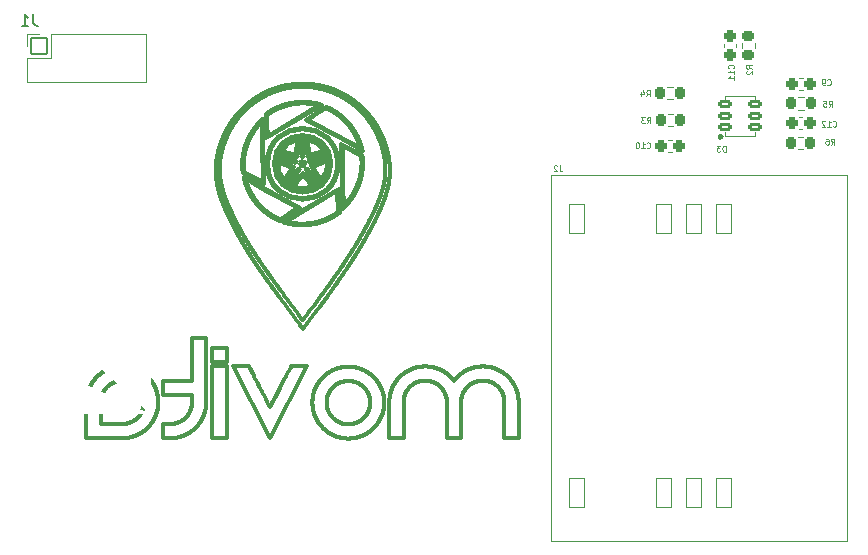
<source format=gbo>
G04 #@! TF.GenerationSoftware,KiCad,Pcbnew,9.0.0*
G04 #@! TF.CreationDate,2025-08-29T11:38:16+03:00*
G04 #@! TF.ProjectId,GSM_PCBSMAFRAHT,47534d5f-5043-4425-934d-414652414854,rev?*
G04 #@! TF.SameCoordinates,Original*
G04 #@! TF.FileFunction,Legend,Bot*
G04 #@! TF.FilePolarity,Positive*
%FSLAX46Y46*%
G04 Gerber Fmt 4.6, Leading zero omitted, Abs format (unit mm)*
G04 Created by KiCad (PCBNEW 9.0.0) date 2025-08-29 11:38:16*
%MOMM*%
%LPD*%
G01*
G04 APERTURE LIST*
G04 Aperture macros list*
%AMRoundRect*
0 Rectangle with rounded corners*
0 $1 Rounding radius*
0 $2 $3 $4 $5 $6 $7 $8 $9 X,Y pos of 4 corners*
0 Add a 4 corners polygon primitive as box body*
4,1,4,$2,$3,$4,$5,$6,$7,$8,$9,$2,$3,0*
0 Add four circle primitives for the rounded corners*
1,1,$1+$1,$2,$3*
1,1,$1+$1,$4,$5*
1,1,$1+$1,$6,$7*
1,1,$1+$1,$8,$9*
0 Add four rect primitives between the rounded corners*
20,1,$1+$1,$2,$3,$4,$5,0*
20,1,$1+$1,$4,$5,$6,$7,0*
20,1,$1+$1,$6,$7,$8,$9,0*
20,1,$1+$1,$8,$9,$2,$3,0*%
%AMFreePoly0*
4,1,113,0.179506,3.145604,0.524957,3.106681,0.530573,3.105726,0.869494,3.028370,0.874968,3.026793,1.203097,2.911976,1.208360,2.909796,1.521570,2.758962,1.526556,2.756207,1.820908,2.571253,1.825554,2.567956,2.097347,2.351208,2.101595,2.347412,2.347412,2.101595,2.351208,2.097347,2.567956,1.825554,2.571253,1.820908,2.756207,1.526556,2.758962,1.521570,2.909796,1.208360,
2.911976,1.203097,3.026793,0.874968,3.028370,0.869494,3.105726,0.530573,3.106681,0.524957,3.145604,0.179506,3.145923,0.173818,3.145923,-0.173818,3.145604,-0.179506,3.106681,-0.524957,3.105726,-0.530573,3.028370,-0.869494,3.026793,-0.874968,2.911976,-1.203097,2.909796,-1.208360,2.758962,-1.521570,2.756207,-1.526556,2.571253,-1.820908,2.567956,-1.825554,2.351208,-2.097347,
2.347412,-2.101595,2.101595,-2.347412,2.097347,-2.351208,1.825554,-2.567956,1.820908,-2.571253,1.526556,-2.756207,1.521570,-2.758962,1.208360,-2.909796,1.203097,-2.911976,0.874968,-3.026793,0.869494,-3.028370,0.530573,-3.105726,0.524957,-3.106681,0.179506,-3.145604,0.173818,-3.145923,-0.173818,-3.145923,-0.179506,-3.145604,-0.524957,-3.106681,-0.530573,-3.105726,-0.869494,-3.028370,
-0.874968,-3.026793,-1.203097,-2.911976,-1.208360,-2.909796,-1.521570,-2.758962,-1.526556,-2.756207,-1.820908,-2.571253,-1.825554,-2.567956,-2.097347,-2.351208,-2.101595,-2.347412,-2.347412,-2.101595,-2.351208,-2.097347,-2.567956,-1.825554,-2.571253,-1.820908,-2.756207,-1.526556,-2.758962,-1.521570,-2.909796,-1.208360,-2.911976,-1.203097,-3.026793,-0.874968,-3.028370,-0.869494,-3.105726,-0.530573,
-3.106681,-0.524957,-3.145604,-0.179506,-3.145923,-0.173818,-3.145923,0.173818,-3.145604,0.179506,-3.106681,0.524957,-3.105726,0.530573,-3.028370,0.869494,-3.026793,0.874968,-2.911976,1.203097,-2.909796,1.208360,-2.758962,1.521570,-2.756207,1.526556,-2.571253,1.820908,-2.567956,1.825554,-2.351208,2.097347,-2.347412,2.101595,-2.101595,2.347412,-2.097347,2.351208,-1.825554,2.567956,
-1.820908,2.571253,-1.526556,2.756207,-1.521570,2.758962,-1.208360,2.909796,-1.203097,2.911976,-0.874968,3.026793,-0.869494,3.028370,-0.530573,3.105726,-0.524957,3.106681,-0.179506,3.145604,-0.173818,3.145923,0.173818,3.145923,0.179506,3.145604,0.179506,3.145604,$1*%
G04 Aperture macros list end*
%ADD10C,0.307500*%
%ADD11C,0.100000*%
%ADD12C,0.150000*%
%ADD13C,0.120000*%
%ADD14C,0.350000*%
%ADD15FreePoly0,270.000000*%
%ADD16O,2.601600X2.601600*%
%ADD17RoundRect,0.250400X-0.250400X-0.275400X0.250400X-0.275400X0.250400X0.275400X-0.250400X0.275400X0*%
%ADD18RoundRect,0.225400X-0.300400X0.225400X-0.300400X-0.225400X0.300400X-0.225400X0.300400X0.225400X0*%
%ADD19RoundRect,0.250400X0.250400X0.275400X-0.250400X0.275400X-0.250400X-0.275400X0.250400X-0.275400X0*%
%ADD20RoundRect,0.152522X-0.448278X0.198278X-0.448278X-0.198278X0.448278X-0.198278X0.448278X0.198278X0*%
%ADD21RoundRect,0.225400X0.225400X0.300400X-0.225400X0.300400X-0.225400X-0.300400X0.225400X-0.300400X0*%
%ADD22RoundRect,0.250400X0.275400X-0.250400X0.275400X0.250400X-0.275400X0.250400X-0.275400X-0.250400X0*%
%ADD23RoundRect,0.050800X-0.675000X0.675000X-0.675000X-0.675000X0.675000X-0.675000X0.675000X0.675000X0*%
%ADD24O,1.451600X1.451600*%
%ADD25RoundRect,0.225400X-0.225400X-0.300400X0.225400X-0.300400X0.225400X0.300400X-0.225400X0.300400X0*%
%ADD26RoundRect,0.050800X-0.650000X-1.200000X0.650000X-1.200000X0.650000X1.200000X-0.650000X1.200000X0*%
G04 APERTURE END LIST*
D10*
X98389884Y-90033026D02*
X99062721Y-88956262D01*
X94998405Y-89302241D02*
X96576908Y-90139392D01*
X100800161Y-90559796D02*
G75*
G02*
X99167864Y-90559806I-816161J2045896D01*
G01*
X92327815Y-104246026D02*
X93519172Y-104246026D01*
X99423609Y-89241404D02*
X99575636Y-89351857D01*
X96595254Y-84834843D02*
X96587552Y-84841774D01*
X96579862Y-84848721D01*
X96572190Y-84855680D01*
X96564530Y-84862654D01*
X96556887Y-84869640D01*
X96549256Y-84876642D01*
X96541643Y-84883654D01*
X96534043Y-84890683D01*
X96526459Y-84897723D01*
X96518888Y-84904778D01*
X96511335Y-84911845D01*
X96503794Y-84918927D01*
X96496270Y-84926021D01*
X96488759Y-84933130D01*
X96481265Y-84940250D01*
X96473784Y-84947386D01*
X96466321Y-84954533D01*
X96458869Y-84961696D01*
X96451436Y-84968869D01*
X96444015Y-84976058D01*
X96436612Y-84983258D01*
X96429221Y-84990474D01*
X96421848Y-84997700D01*
X96414487Y-85004942D01*
X96407144Y-85012195D01*
X96399814Y-85019464D01*
X96392502Y-85026743D01*
X96385202Y-85034037D01*
X96377920Y-85041342D01*
X96370650Y-85048663D01*
X96363399Y-85055994D01*
X96356160Y-85063341D01*
X96348939Y-85070699D01*
X96341730Y-85078072D01*
X96334540Y-85085455D01*
X96327362Y-85092854D01*
X96320202Y-85100263D01*
X96313055Y-85107688D01*
X96305926Y-85115123D01*
X96298810Y-85122573D01*
X96291711Y-85130034D01*
X96284626Y-85137510D01*
X96277558Y-85144997D01*
X96270503Y-85152498D01*
X96263467Y-85160011D01*
X96256443Y-85167538D01*
X96249437Y-85175076D01*
X96242444Y-85182628D01*
X96235469Y-85190191D01*
X96228508Y-85197770D01*
X96221564Y-85205358D01*
X96214633Y-85212962D01*
X96207720Y-85220576D01*
X96200821Y-85228205D01*
X96193939Y-85235844D01*
X96187071Y-85243498D01*
X96180220Y-85251162D01*
X96173383Y-85258841D01*
X96166564Y-85266530D01*
X96159758Y-85274235D01*
X96152970Y-85281949D01*
X96146195Y-85289678D01*
X96139439Y-85297418D01*
X96132695Y-85305172D01*
X96125970Y-85312936D01*
X96119258Y-85320715D01*
X96112565Y-85328504D01*
X96105884Y-85336308D01*
X96099222Y-85344122D01*
X96092573Y-85351951D01*
X96085942Y-85359789D01*
X96079325Y-85367643D01*
X96072726Y-85375506D01*
X96066140Y-85383384D01*
X96059573Y-85391271D01*
X96053019Y-85399174D01*
X96046483Y-85407086D01*
X96039961Y-85415013D01*
X96033456Y-85422950D01*
X96026966Y-85430901D01*
X96020493Y-85438862D01*
X96014035Y-85446838D01*
X96007594Y-85454823D01*
X96001167Y-85462823D01*
X95994758Y-85470833D01*
X95988363Y-85478857D01*
X95981986Y-85486891D01*
X95975623Y-85494940D01*
X95969278Y-85502998D01*
X95962947Y-85511070D01*
X95956634Y-85519152D01*
X95950335Y-85527249D01*
X95944054Y-85535355D01*
X95937787Y-85543475D01*
X95931538Y-85551605D01*
X95925303Y-85559750D01*
X95919086Y-85567904D01*
X95912884Y-85576072D01*
X95906699Y-85584250D01*
X95900528Y-85592442D01*
X95894376Y-85600644D01*
X95888237Y-85608860D01*
X95882117Y-85617085D01*
X95876011Y-85625325D01*
X95869923Y-85633574D01*
X95863849Y-85641837D01*
X95857793Y-85650110D01*
X95851752Y-85658397D01*
X95845729Y-85666693D01*
X95839719Y-85675003D01*
X95833728Y-85683323D01*
X95827752Y-85691657D01*
X95821793Y-85700000D01*
X95815849Y-85708358D01*
X95809923Y-85716724D01*
X95804011Y-85725105D01*
X95798117Y-85733495D01*
X95792238Y-85741899D01*
X95786377Y-85750312D01*
X95780530Y-85758740D01*
X95774702Y-85767176D01*
X95768888Y-85775627D01*
X95763092Y-85784086D01*
X95757310Y-85792560D01*
X95751547Y-85801043D01*
X95745798Y-85809540D01*
X95740068Y-85818046D01*
X95734352Y-85826566D01*
X95728654Y-85835095D01*
X95722971Y-85843638D01*
X95717306Y-85852190D01*
X95711655Y-85860756D01*
X95706023Y-85869331D01*
X95700405Y-85877921D01*
X95694806Y-85886518D01*
X95689221Y-85895130D01*
X95683654Y-85903751D01*
X95678102Y-85912386D01*
X95672569Y-85921030D01*
X95667050Y-85929687D01*
X95661549Y-85938354D01*
X95656063Y-85947034D01*
X95650595Y-85955723D01*
X95645142Y-85964426D01*
X95639707Y-85973138D01*
X95634287Y-85981864D01*
X95628885Y-85990598D01*
X95623498Y-85999347D01*
X95618130Y-86008104D01*
X95612776Y-86016875D01*
X95607440Y-86025655D01*
X95602119Y-86034448D01*
X95596817Y-86043250D01*
X95591530Y-86052067D01*
X95586260Y-86060891D01*
X95581006Y-86069730D01*
X95575770Y-86078577D01*
X95570549Y-86087438D01*
X95565346Y-86096308D01*
X95560158Y-86105191D01*
X95554988Y-86114083D01*
X95549834Y-86122989D01*
X95544698Y-86131903D01*
X95539577Y-86140831D01*
X95534474Y-86149768D01*
X95529386Y-86158718D01*
X95524316Y-86167677D01*
X95519262Y-86176649D01*
X95514226Y-86185631D01*
X95509205Y-86194625D01*
X95508080Y-86196646D01*
X92327815Y-105793940D02*
X93519172Y-105793940D01*
X98658410Y-90399240D02*
X99437215Y-89327307D01*
X100055581Y-88019873D02*
G75*
G02*
X99834181Y-88019873I-110700J0D01*
G01*
X99834181Y-88019873D02*
G75*
G02*
X100055581Y-88019873I110700J0D01*
G01*
X101231430Y-90417579D02*
X100452625Y-89345646D01*
X100020304Y-92552702D02*
X103017916Y-90735811D01*
X100427329Y-86602564D02*
X100515898Y-87869168D01*
X86391653Y-108115295D02*
X86393969Y-108120730D01*
X86396266Y-108126171D01*
X86398543Y-108131618D01*
X86400802Y-108137070D01*
X86403040Y-108142528D01*
X86405260Y-108147993D01*
X86407461Y-108153462D01*
X86409642Y-108158938D01*
X86411804Y-108164419D01*
X86413947Y-108169907D01*
X86416071Y-108175400D01*
X86418175Y-108180899D01*
X86420261Y-108186404D01*
X86422327Y-108191915D01*
X86424374Y-108197432D01*
X86426402Y-108202956D01*
X86428411Y-108208485D01*
X86430401Y-108214020D01*
X86432372Y-108219562D01*
X86434324Y-108225110D01*
X86436257Y-108230664D01*
X86438171Y-108236224D01*
X86440066Y-108241790D01*
X86441942Y-108247363D01*
X86445637Y-108258527D01*
X86449256Y-108269717D01*
X86452799Y-108280933D01*
X86456267Y-108292174D01*
X86459659Y-108303442D01*
X86462975Y-108314736D01*
X86466216Y-108326057D01*
X86469381Y-108337405D01*
X86472471Y-108348780D01*
X86475485Y-108360183D01*
X86478424Y-108371613D01*
X86481288Y-108383071D01*
X86484076Y-108394558D01*
X86486789Y-108406073D01*
X86489426Y-108417617D01*
X86491988Y-108429190D01*
X86494475Y-108440792D01*
X86496886Y-108452424D01*
X86499221Y-108464085D01*
X86501481Y-108475777D01*
X86503665Y-108487499D01*
X86505774Y-108499252D01*
X86507807Y-108511036D01*
X86509764Y-108522851D01*
X86511645Y-108534698D01*
X86513450Y-108546576D01*
X86515179Y-108558486D01*
X86516832Y-108570429D01*
X86518408Y-108582405D01*
X86519909Y-108594413D01*
X86521332Y-108606455D01*
X86522680Y-108618530D01*
X86523950Y-108630639D01*
X86525143Y-108642782D01*
X86526260Y-108654959D01*
X86527299Y-108667171D01*
X86528261Y-108679418D01*
X86529146Y-108691701D01*
X86529952Y-108704019D01*
X86530681Y-108716372D01*
X86531332Y-108728762D01*
X86531905Y-108741189D01*
X86532399Y-108753652D01*
X86532814Y-108766152D01*
X86533151Y-108778690D01*
X86533409Y-108791266D01*
X86533587Y-108803879D01*
X86533686Y-108816531D01*
X86533708Y-108825916D01*
X106263164Y-86154461D02*
X106268901Y-86166602D01*
X106274617Y-86178746D01*
X106280301Y-86190870D01*
X106285965Y-86202997D01*
X106291598Y-86215103D01*
X106297209Y-86227214D01*
X106302790Y-86239303D01*
X106308350Y-86251397D01*
X106313878Y-86263470D01*
X106319387Y-86275547D01*
X106324864Y-86287603D01*
X106330320Y-86299663D01*
X106335746Y-86311704D01*
X106341151Y-86323747D01*
X106346525Y-86335771D01*
X106351879Y-86347798D01*
X106357203Y-86359806D01*
X106362505Y-86371817D01*
X106367778Y-86383809D01*
X106373030Y-86395804D01*
X106378252Y-86407779D01*
X106383453Y-86419758D01*
X106388624Y-86431718D01*
X106393775Y-86443681D01*
X106398896Y-86455625D01*
X106403996Y-86467572D01*
X106409067Y-86479501D01*
X106414117Y-86491433D01*
X106419137Y-86503346D01*
X106424138Y-86515262D01*
X106429108Y-86527160D01*
X106434059Y-86539060D01*
X106438979Y-86550943D01*
X106443880Y-86562829D01*
X106448751Y-86574696D01*
X106453602Y-86586566D01*
X106458424Y-86598418D01*
X106463226Y-86610274D01*
X106467999Y-86622111D01*
X106472751Y-86633952D01*
X106477475Y-86645774D01*
X106482178Y-86657600D01*
X106486853Y-86669408D01*
X106491507Y-86681219D01*
X106496133Y-86693012D01*
X106500739Y-86704809D01*
X106505316Y-86716588D01*
X106509873Y-86728370D01*
X106514402Y-86740135D01*
X106518910Y-86751902D01*
X106523390Y-86763653D01*
X106527851Y-86775406D01*
X106532283Y-86787142D01*
X106536695Y-86798882D01*
X106541079Y-86810604D01*
X106545443Y-86822330D01*
X106549779Y-86834038D01*
X106554095Y-86845749D01*
X106558384Y-86857444D01*
X106562652Y-86869142D01*
X106566893Y-86880823D01*
X106571114Y-86892507D01*
X106575307Y-86904174D01*
X106579481Y-86915845D01*
X106583627Y-86927499D01*
X106587753Y-86939156D01*
X106591852Y-86950797D01*
X106595931Y-86962441D01*
X106599982Y-86974068D01*
X106604014Y-86985699D01*
X106608019Y-86997313D01*
X106612004Y-87008931D01*
X106615962Y-87020532D01*
X106619900Y-87032136D01*
X106623811Y-87043725D01*
X106627703Y-87055317D01*
X106631568Y-87066892D01*
X106635412Y-87078471D01*
X106639231Y-87090034D01*
X106643029Y-87101600D01*
X106646802Y-87113151D01*
X106650554Y-87124704D01*
X106654280Y-87136243D01*
X106657986Y-87147784D01*
X106661666Y-87159309D01*
X106665326Y-87170838D01*
X106668960Y-87182352D01*
X106672574Y-87193868D01*
X106676163Y-87205370D01*
X106679731Y-87216874D01*
X106683274Y-87228363D01*
X106686797Y-87239856D01*
X106690294Y-87251333D01*
X106693771Y-87262814D01*
X106697223Y-87274279D01*
X106700655Y-87285748D01*
X106704061Y-87297202D01*
X106707447Y-87308659D01*
X106710809Y-87320101D01*
X106714150Y-87331547D01*
X106717466Y-87342977D01*
X106720763Y-87354411D01*
X106724034Y-87365831D01*
X106727285Y-87377253D01*
X106730511Y-87388661D01*
X106733718Y-87400073D01*
X106736900Y-87411470D01*
X106740061Y-87422870D01*
X106743198Y-87434256D01*
X106746315Y-87445644D01*
X106749408Y-87457020D01*
X106752481Y-87468397D01*
X106755529Y-87479762D01*
X106758557Y-87491129D01*
X106761561Y-87502482D01*
X106764545Y-87513838D01*
X106767504Y-87525181D01*
X106770444Y-87536527D01*
X106773359Y-87547859D01*
X106776255Y-87559194D01*
X106779127Y-87570516D01*
X106781978Y-87581840D01*
X106784806Y-87593152D01*
X106787613Y-87604466D01*
X106790397Y-87615767D01*
X106793161Y-87627071D01*
X106795901Y-87638362D01*
X106798622Y-87649656D01*
X106801318Y-87660937D01*
X106803995Y-87672221D01*
X106806648Y-87683492D01*
X106809281Y-87694766D01*
X106811890Y-87706027D01*
X106814480Y-87717291D01*
X106817046Y-87728542D01*
X106819593Y-87739797D01*
X106822116Y-87751038D01*
X106824619Y-87762283D01*
X106827099Y-87773515D01*
X106829559Y-87784751D01*
X106831996Y-87795973D01*
X106834413Y-87807199D01*
X106836807Y-87818413D01*
X106839181Y-87829629D01*
X106841532Y-87840833D01*
X106843863Y-87852040D01*
X106846171Y-87863236D01*
X106848459Y-87874434D01*
X106850725Y-87885620D01*
X106852970Y-87896809D01*
X106855193Y-87907986D01*
X106857396Y-87919166D01*
X106859577Y-87930334D01*
X106861737Y-87941506D01*
X106863875Y-87952665D01*
X106865993Y-87963828D01*
X106868088Y-87974979D01*
X106870164Y-87986133D01*
X106872217Y-87997275D01*
X106874250Y-88008420D01*
X106876261Y-88019554D01*
X106878252Y-88030691D01*
X106880221Y-88041817D01*
X106882170Y-88052946D01*
X106884097Y-88064063D01*
X106886004Y-88075183D01*
X106887888Y-88086293D01*
X106889753Y-88097405D01*
X106891596Y-88108506D01*
X106893419Y-88119610D01*
X106895219Y-88130704D01*
X106897000Y-88141800D01*
X106898759Y-88152886D01*
X106900499Y-88163974D01*
X106902216Y-88175052D01*
X106903913Y-88186133D01*
X106905589Y-88197203D01*
X106907245Y-88208276D01*
X106908879Y-88219338D01*
X106910493Y-88230404D01*
X106912085Y-88241459D01*
X106913658Y-88252517D01*
X106915209Y-88263565D01*
X106916740Y-88274615D01*
X106918250Y-88285656D01*
X106919739Y-88296699D01*
X106921208Y-88307733D01*
X106922656Y-88318769D01*
X106924083Y-88329796D01*
X106925490Y-88340825D01*
X106926876Y-88351844D01*
X106928241Y-88362866D01*
X106929586Y-88373879D01*
X106930911Y-88384894D01*
X106932214Y-88395900D01*
X106933497Y-88406909D01*
X106934760Y-88417908D01*
X106936002Y-88428910D01*
X106937223Y-88439903D01*
X106938425Y-88450898D01*
X106939605Y-88461884D01*
X106940765Y-88472873D01*
X106941905Y-88483853D01*
X106943024Y-88494835D01*
X106944123Y-88505809D01*
X106945201Y-88516785D01*
X106946259Y-88527752D01*
X106947296Y-88538722D01*
X106948313Y-88549683D01*
X106949310Y-88560647D01*
X106950286Y-88571602D01*
X106951243Y-88582560D01*
X106952178Y-88593510D01*
X106953093Y-88604462D01*
X106953988Y-88615405D01*
X106954863Y-88626351D01*
X106955717Y-88637289D01*
X106956551Y-88648230D01*
X106957365Y-88659162D01*
X106958159Y-88670097D01*
X106958932Y-88681023D01*
X106959685Y-88691953D01*
X106960417Y-88702874D01*
X106961130Y-88713798D01*
X106961822Y-88724714D01*
X106962494Y-88735632D01*
X106963146Y-88746543D01*
X106963777Y-88757457D01*
X106964389Y-88768362D01*
X106964980Y-88779270D01*
X106965551Y-88790171D01*
X106966102Y-88801074D01*
X106966632Y-88811970D01*
X106967143Y-88822868D01*
X106967633Y-88833759D01*
X106968104Y-88844652D01*
X106968554Y-88855538D01*
X106968984Y-88866426D01*
X106969393Y-88877308D01*
X106969783Y-88888192D01*
X106970153Y-88899068D01*
X106970502Y-88909948D01*
X106970832Y-88920820D01*
X106971141Y-88931695D01*
X106971430Y-88942563D01*
X106971699Y-88953433D01*
X106971948Y-88964297D01*
X106972177Y-88975163D01*
X106972386Y-88986022D01*
X106972575Y-88996884D01*
X106972744Y-89007740D01*
X106972893Y-89018597D01*
X106973022Y-89029449D01*
X106973130Y-89040302D01*
X106973219Y-89051150D01*
X106973288Y-89062000D01*
X106973336Y-89072843D01*
X106973365Y-89083689D01*
X106973373Y-89094529D01*
X106973362Y-89105371D01*
X106973330Y-89116208D01*
X106973279Y-89127046D01*
X106973207Y-89137879D01*
X106973116Y-89148714D01*
X106973005Y-89159543D01*
X106972873Y-89170375D01*
X106972722Y-89181201D01*
X106972550Y-89192029D01*
X106972359Y-89202851D01*
X106972147Y-89213676D01*
X106971916Y-89224496D01*
X106971664Y-89235317D01*
X106971393Y-89246134D01*
X106971102Y-89256952D01*
X106970790Y-89267766D01*
X106970459Y-89278581D01*
X106970108Y-89289391D01*
X106969736Y-89300204D01*
X106969345Y-89311012D01*
X106968934Y-89321822D01*
X106968503Y-89332626D01*
X106968051Y-89343434D01*
X106967580Y-89354236D01*
X106967089Y-89365040D01*
X106966578Y-89375840D01*
X106966047Y-89386642D01*
X106965496Y-89397439D01*
X106964925Y-89408239D01*
X106964334Y-89419033D01*
X106963723Y-89429831D01*
X106963092Y-89440623D01*
X106962441Y-89451418D01*
X106961770Y-89462208D01*
X106961079Y-89473001D01*
X106960368Y-89483789D01*
X106959637Y-89494580D01*
X106958886Y-89505366D01*
X106958115Y-89516154D01*
X106957324Y-89526939D01*
X106956513Y-89537725D01*
X106955682Y-89548508D01*
X106954831Y-89559293D01*
X106953961Y-89570073D01*
X106953070Y-89580856D01*
X106952159Y-89591635D01*
X106951228Y-89602417D01*
X106950277Y-89613194D01*
X106949306Y-89623974D01*
X106948315Y-89634750D01*
X106947304Y-89645529D01*
X106946273Y-89656303D01*
X106945221Y-89667080D01*
X106944150Y-89677853D01*
X106943059Y-89688629D01*
X106941948Y-89699401D01*
X106940816Y-89710176D01*
X106939665Y-89720947D01*
X106938494Y-89731720D01*
X106937302Y-89742490D01*
X106936090Y-89753262D01*
X106934859Y-89764031D01*
X106933607Y-89774803D01*
X106932335Y-89785571D01*
X106931043Y-89796341D01*
X106929731Y-89807109D01*
X106928399Y-89817878D01*
X106927047Y-89828645D01*
X106925674Y-89839414D01*
X106924282Y-89850180D01*
X106922869Y-89860948D01*
X106921436Y-89871714D01*
X106919983Y-89882482D01*
X106918510Y-89893247D01*
X106917016Y-89904015D01*
X106915503Y-89914779D01*
X106913969Y-89925546D01*
X106912415Y-89936311D01*
X106910841Y-89947078D01*
X106909247Y-89957842D01*
X106907632Y-89968609D01*
X106905997Y-89979373D01*
X106904342Y-89990140D01*
X106902667Y-90000904D01*
X106900971Y-90011671D01*
X106899255Y-90022435D01*
X106897519Y-90033202D01*
X106895763Y-90043966D01*
X106893986Y-90054733D01*
X106892189Y-90065498D01*
X106890372Y-90076265D01*
X106888534Y-90087030D01*
X106886676Y-90097798D01*
X106884798Y-90108563D01*
X106882899Y-90119331D01*
X106880981Y-90130097D01*
X106879041Y-90140866D01*
X106877081Y-90151632D01*
X106875101Y-90162401D01*
X106873101Y-90173169D01*
X106871080Y-90183938D01*
X106869038Y-90194706D01*
X106866976Y-90205477D01*
X106864894Y-90216246D01*
X106862791Y-90227017D01*
X106860668Y-90237787D01*
X106858524Y-90248559D01*
X106856360Y-90259330D01*
X106854175Y-90270103D01*
X106851970Y-90280875D01*
X106849744Y-90291650D01*
X106847498Y-90302423D01*
X106845231Y-90313198D01*
X106842943Y-90323973D01*
X106840635Y-90334749D01*
X106838306Y-90345525D01*
X106835957Y-90356303D01*
X106833587Y-90367080D01*
X106831196Y-90377860D01*
X106828785Y-90388639D01*
X106826353Y-90399420D01*
X106823900Y-90410200D01*
X106821427Y-90420982D01*
X106818933Y-90431764D01*
X106816418Y-90442549D01*
X106813882Y-90453332D01*
X106811326Y-90464118D01*
X106808749Y-90474904D01*
X106806151Y-90485692D01*
X106803532Y-90496479D01*
X106800892Y-90507269D01*
X106798214Y-90518131D01*
X103116633Y-107167915D02*
X103122204Y-107165581D01*
X103127780Y-107163266D01*
X103133360Y-107160971D01*
X103138946Y-107158696D01*
X103144535Y-107156441D01*
X103150131Y-107154204D01*
X103155730Y-107151988D01*
X103161335Y-107149791D01*
X103166945Y-107147614D01*
X103172560Y-107145456D01*
X103178179Y-107143318D01*
X103183804Y-107141199D01*
X103189434Y-107139100D01*
X103195069Y-107137020D01*
X103200708Y-107134960D01*
X103206353Y-107132919D01*
X103212003Y-107130897D01*
X103217659Y-107128895D01*
X103223319Y-107126912D01*
X103228985Y-107124949D01*
X103234655Y-107123005D01*
X103240332Y-107121080D01*
X103246013Y-107119175D01*
X103251700Y-107117288D01*
X103257392Y-107115422D01*
X103263090Y-107113574D01*
X103268793Y-107111746D01*
X103274501Y-107109937D01*
X103280215Y-107108147D01*
X103285934Y-107106377D01*
X103291659Y-107104625D01*
X103297390Y-107102893D01*
X103308868Y-107099487D01*
X103320368Y-107096157D01*
X103331891Y-107092904D01*
X103343437Y-107089727D01*
X103355007Y-107086627D01*
X103366600Y-107083604D01*
X103378216Y-107080657D01*
X103389857Y-107077786D01*
X103401522Y-107074992D01*
X103413212Y-107072275D01*
X103424926Y-107069633D01*
X103436666Y-107067068D01*
X103448430Y-107064580D01*
X103460221Y-107062167D01*
X103472037Y-107059832D01*
X103483879Y-107057572D01*
X103495747Y-107055389D01*
X103507642Y-107053283D01*
X103519564Y-107051253D01*
X103531513Y-107049299D01*
X103543489Y-107047422D01*
X103555492Y-107045622D01*
X103567524Y-107043899D01*
X103579584Y-107042252D01*
X103591672Y-107040682D01*
X103603789Y-107039189D01*
X103615935Y-107037774D01*
X103628110Y-107036435D01*
X103640315Y-107035174D01*
X103652550Y-107033990D01*
X103664814Y-107032883D01*
X103677109Y-107031854D01*
X103689435Y-107030903D01*
X103701791Y-107030030D01*
X103714179Y-107029235D01*
X103726598Y-107028518D01*
X103739048Y-107027879D01*
X103751531Y-107027318D01*
X103764046Y-107026837D01*
X103776594Y-107026434D01*
X103789175Y-107026110D01*
X103801789Y-107025866D01*
X103814436Y-107025701D01*
X103827117Y-107025615D01*
X103834387Y-107025602D01*
X97841259Y-87868991D02*
X99218372Y-88316442D01*
X96595254Y-84834843D02*
X96617908Y-86831918D01*
X98724533Y-90523300D02*
X98572507Y-90412846D01*
X106866363Y-108853158D02*
X106866353Y-108844893D01*
X106866323Y-108836635D01*
X106866273Y-108828393D01*
X106866203Y-108820157D01*
X106866113Y-108811936D01*
X106866004Y-108803723D01*
X106865874Y-108795524D01*
X106865725Y-108787333D01*
X106865556Y-108779155D01*
X106865366Y-108770986D01*
X106865158Y-108762830D01*
X106864929Y-108754682D01*
X106864681Y-108746548D01*
X106864413Y-108738421D01*
X106864126Y-108730309D01*
X106863818Y-108722203D01*
X106863492Y-108714112D01*
X106863145Y-108706028D01*
X106862779Y-108697958D01*
X106862394Y-108689895D01*
X106861989Y-108681846D01*
X106861564Y-108673804D01*
X106861120Y-108665776D01*
X106860657Y-108657755D01*
X106860174Y-108649747D01*
X106859672Y-108641747D01*
X106859150Y-108633760D01*
X106858609Y-108625781D01*
X106858048Y-108617815D01*
X106857469Y-108609856D01*
X106856870Y-108601910D01*
X106856251Y-108593971D01*
X106855613Y-108586046D01*
X106854956Y-108578127D01*
X106854280Y-108570222D01*
X106853585Y-108562324D01*
X106852870Y-108554438D01*
X106852137Y-108546560D01*
X106851384Y-108538695D01*
X106850612Y-108530837D01*
X106849821Y-108522991D01*
X106849010Y-108515153D01*
X106848181Y-108507327D01*
X106847332Y-108499508D01*
X106846465Y-108491702D01*
X106845578Y-108483903D01*
X106844673Y-108476116D01*
X106843748Y-108468336D01*
X106842805Y-108460569D01*
X106841842Y-108452809D01*
X106840860Y-108445060D01*
X106839860Y-108437319D01*
X106838841Y-108429590D01*
X106837802Y-108421868D01*
X106836745Y-108414158D01*
X106835669Y-108406455D01*
X106834574Y-108398764D01*
X106833460Y-108391080D01*
X106832327Y-108383407D01*
X106831175Y-108375742D01*
X106830005Y-108368088D01*
X106828816Y-108360441D01*
X106827608Y-108352806D01*
X106826381Y-108345177D01*
X106825136Y-108337560D01*
X106823871Y-108329951D01*
X106822588Y-108322352D01*
X106821286Y-108314760D01*
X106819966Y-108307180D01*
X106818626Y-108299606D01*
X106817268Y-108292044D01*
X106815891Y-108284489D01*
X106814496Y-108276944D01*
X106813082Y-108269407D01*
X106811649Y-108261880D01*
X106810197Y-108254361D01*
X106808727Y-108246852D01*
X106807238Y-108239350D01*
X106805731Y-108231859D01*
X106804205Y-108224375D01*
X106802660Y-108216901D01*
X106801097Y-108209434D01*
X106799515Y-108201978D01*
X106797914Y-108194529D01*
X106796295Y-108187089D01*
X106794657Y-108179657D01*
X106793001Y-108172236D01*
X106791326Y-108164821D01*
X106789633Y-108157416D01*
X106787921Y-108150018D01*
X106786190Y-108142630D01*
X106784441Y-108135249D01*
X106782673Y-108127878D01*
X106780887Y-108120514D01*
X106779082Y-108113160D01*
X106777258Y-108105813D01*
X106775416Y-108098475D01*
X106773556Y-108091145D01*
X106771677Y-108083824D01*
X106769779Y-108076510D01*
X106767863Y-108069205D01*
X106765928Y-108061907D01*
X106763975Y-108054619D01*
X106762003Y-108047338D01*
X106760013Y-108040065D01*
X106758004Y-108032800D01*
X106755977Y-108025544D01*
X106753931Y-108018295D01*
X106751867Y-108011055D01*
X106749784Y-108003822D01*
X106747683Y-107996598D01*
X106745563Y-107989381D01*
X106743424Y-107982173D01*
X106741267Y-107974971D01*
X106739092Y-107967779D01*
X106736898Y-107960593D01*
X106734685Y-107953416D01*
X106732454Y-107946246D01*
X106730205Y-107939085D01*
X106727936Y-107931930D01*
X106725650Y-107924784D01*
X106723345Y-107917645D01*
X106721021Y-107910514D01*
X106718678Y-107903391D01*
X106716318Y-107896275D01*
X106713938Y-107889167D01*
X106711540Y-107882066D01*
X106709123Y-107874973D01*
X106706688Y-107867887D01*
X106704235Y-107860809D01*
X106701762Y-107853738D01*
X106699271Y-107846675D01*
X106696762Y-107839619D01*
X106694234Y-107832570D01*
X106691687Y-107825529D01*
X106689122Y-107818495D01*
X106686538Y-107811469D01*
X106683935Y-107804450D01*
X106681314Y-107797438D01*
X106678674Y-107790433D01*
X106676016Y-107783436D01*
X106673338Y-107776445D01*
X106670643Y-107769462D01*
X106667928Y-107762487D01*
X106665195Y-107755518D01*
X106662443Y-107748556D01*
X106659673Y-107741602D01*
X106656883Y-107734654D01*
X106654075Y-107727714D01*
X106651248Y-107720780D01*
X106645539Y-107706934D01*
X106639754Y-107693116D01*
X106633894Y-107679326D01*
X106629346Y-107668762D01*
X100411127Y-89129861D02*
G75*
G02*
X100251227Y-89129861I-79950J0D01*
G01*
X100251227Y-89129861D02*
G75*
G02*
X100411127Y-89129861I79950J0D01*
G01*
X99001754Y-105766784D02*
X98940194Y-105885541D01*
X98874865Y-106011395D01*
X98805687Y-106144487D01*
X98732587Y-106284948D01*
X98655501Y-106432892D01*
X98574372Y-106588422D01*
X98568713Y-106599264D01*
X102045966Y-88430268D02*
X100868723Y-88905905D01*
X97880745Y-87946485D02*
X99140878Y-88355927D01*
X104916791Y-87998729D02*
X103346912Y-87166150D01*
X103338289Y-87161577D01*
X85870353Y-111634711D02*
X85877805Y-111631524D01*
X85885244Y-111628321D01*
X85892667Y-111625103D01*
X85900077Y-111621869D01*
X85907472Y-111618620D01*
X85914854Y-111615355D01*
X85922219Y-111612075D01*
X85929573Y-111608778D01*
X85936911Y-111605467D01*
X85944236Y-111602139D01*
X85951545Y-111598796D01*
X85958842Y-111595437D01*
X85966123Y-111592064D01*
X85973392Y-111588674D01*
X85980646Y-111585269D01*
X85987887Y-111581848D01*
X85995112Y-111578412D01*
X86002325Y-111574960D01*
X86009523Y-111571493D01*
X86016708Y-111568010D01*
X86023878Y-111564512D01*
X86031036Y-111560998D01*
X86038178Y-111557469D01*
X86045309Y-111553924D01*
X86052424Y-111550364D01*
X86059527Y-111546787D01*
X86066615Y-111543196D01*
X86073690Y-111539589D01*
X86080751Y-111535966D01*
X86087800Y-111532328D01*
X86094833Y-111528675D01*
X86101855Y-111525005D01*
X86108861Y-111521321D01*
X86115856Y-111517620D01*
X86122836Y-111513905D01*
X86129804Y-111510173D01*
X86136757Y-111506427D01*
X86143698Y-111502664D01*
X86150624Y-111498886D01*
X86157539Y-111495092D01*
X86164439Y-111491284D01*
X86171327Y-111487459D01*
X86178200Y-111483619D01*
X86185062Y-111479763D01*
X86191909Y-111475892D01*
X86198745Y-111472005D01*
X86205566Y-111468103D01*
X86212375Y-111464185D01*
X86219170Y-111460252D01*
X86225953Y-111456302D01*
X86232722Y-111452338D01*
X86239479Y-111448357D01*
X86246222Y-111444362D01*
X86252954Y-111440350D01*
X86259671Y-111436323D01*
X86266376Y-111432281D01*
X86273068Y-111428223D01*
X86279748Y-111424148D01*
X86286414Y-111420059D01*
X86293068Y-111415954D01*
X86299709Y-111411833D01*
X86306337Y-111407697D01*
X86312953Y-111403545D01*
X86319556Y-111399377D01*
X86326146Y-111395194D01*
X86332724Y-111390994D01*
X86339289Y-111386780D01*
X86345841Y-111382549D01*
X86352381Y-111378303D01*
X86358909Y-111374041D01*
X86365423Y-111369764D01*
X86371926Y-111365470D01*
X86378416Y-111361162D01*
X86384893Y-111356837D01*
X86391358Y-111352496D01*
X86397811Y-111348140D01*
X86404251Y-111343768D01*
X86410679Y-111339380D01*
X86417095Y-111334976D01*
X86423498Y-111330557D01*
X86429889Y-111326122D01*
X86436268Y-111321670D01*
X86442634Y-111317203D01*
X86448989Y-111312721D01*
X86455331Y-111308222D01*
X86461661Y-111303707D01*
X86467978Y-111299177D01*
X86474284Y-111294631D01*
X86480577Y-111290068D01*
X86486859Y-111285490D01*
X86493128Y-111280896D01*
X86499385Y-111276286D01*
X86505630Y-111271660D01*
X86511863Y-111267018D01*
X86518084Y-111262360D01*
X86524293Y-111257686D01*
X86536675Y-111248290D01*
X86549010Y-111238829D01*
X86561297Y-111229305D01*
X86573536Y-111219716D01*
X86585728Y-111210062D01*
X86597873Y-111200344D01*
X86609971Y-111190561D01*
X86622022Y-111180713D01*
X86634027Y-111170799D01*
X86645984Y-111160821D01*
X86657896Y-111150777D01*
X86669760Y-111140668D01*
X86681579Y-111130492D01*
X86693351Y-111120252D01*
X86705077Y-111109945D01*
X86716758Y-111099572D01*
X86728392Y-111089132D01*
X86739981Y-111078626D01*
X86751524Y-111068054D01*
X86763022Y-111057414D01*
X86774475Y-111046708D01*
X86785882Y-111035934D01*
X86797244Y-111025093D01*
X86808560Y-111014185D01*
X86819832Y-111003209D01*
X86831059Y-110992164D01*
X86842241Y-110981052D01*
X86844890Y-110978403D01*
X99437215Y-89327307D02*
X99489733Y-89365463D01*
X100403424Y-88023975D02*
X100294142Y-86461171D01*
X101217825Y-90503483D02*
X100366722Y-89332041D01*
X110345216Y-106998790D02*
X110351580Y-106998800D01*
X110357938Y-106998830D01*
X110364282Y-106998880D01*
X110370619Y-106998950D01*
X110376943Y-106999040D01*
X110383261Y-106999149D01*
X110389565Y-106999279D01*
X110395863Y-106999428D01*
X110402148Y-106999597D01*
X110408426Y-106999786D01*
X110414691Y-106999994D01*
X110420950Y-107000223D01*
X110427196Y-107000471D01*
X110433436Y-107000738D01*
X110439662Y-107001025D01*
X110445883Y-107001332D01*
X110452091Y-107001658D01*
X110458292Y-107002004D01*
X110464481Y-107002369D01*
X110470664Y-107002754D01*
X110476834Y-107003159D01*
X110482998Y-107003582D01*
X110489150Y-107004025D01*
X110495295Y-107004488D01*
X110501428Y-107004970D01*
X110507555Y-107005471D01*
X110513670Y-107005992D01*
X110519779Y-107006532D01*
X110525876Y-107007091D01*
X110531967Y-107007669D01*
X110538046Y-107008267D01*
X110544119Y-107008884D01*
X110550180Y-107009520D01*
X110556235Y-107010175D01*
X110562279Y-107010850D01*
X110568316Y-107011543D01*
X110574343Y-107012256D01*
X110580363Y-107012988D01*
X110586372Y-107013739D01*
X110592374Y-107014509D01*
X110598366Y-107015298D01*
X110604352Y-107016106D01*
X110610327Y-107016933D01*
X110616295Y-107017780D01*
X110622253Y-107018645D01*
X110628204Y-107019529D01*
X110634146Y-107020432D01*
X110640080Y-107021354D01*
X110646005Y-107022295D01*
X110651923Y-107023256D01*
X110657832Y-107024234D01*
X110663733Y-107025232D01*
X110669625Y-107026249D01*
X110675511Y-107027285D01*
X110681387Y-107028340D01*
X110687256Y-107029413D01*
X110693116Y-107030505D01*
X110698969Y-107031617D01*
X110704813Y-107032747D01*
X110710650Y-107033896D01*
X110716479Y-107035063D01*
X110722300Y-107036250D01*
X110728113Y-107037455D01*
X110733919Y-107038680D01*
X110739716Y-107039923D01*
X110745507Y-107041185D01*
X110751289Y-107042465D01*
X110757064Y-107043765D01*
X110762831Y-107045083D01*
X110768591Y-107046420D01*
X110774343Y-107047776D01*
X110780088Y-107049151D01*
X110785825Y-107050544D01*
X110791555Y-107051956D01*
X110797277Y-107053387D01*
X110802993Y-107054837D01*
X110808700Y-107056305D01*
X110814401Y-107057793D01*
X110820094Y-107059299D01*
X110825781Y-107060824D01*
X110831459Y-107062367D01*
X110837131Y-107063930D01*
X110842795Y-107065511D01*
X110848453Y-107067111D01*
X110854104Y-107068730D01*
X110859747Y-107070368D01*
X110865384Y-107072024D01*
X110871013Y-107073699D01*
X110876636Y-107075393D01*
X110882252Y-107077106D01*
X110887860Y-107078838D01*
X110893463Y-107080588D01*
X110899058Y-107082358D01*
X110904646Y-107084146D01*
X110910228Y-107085953D01*
X110915803Y-107087779D01*
X110921371Y-107089623D01*
X110926933Y-107091487D01*
X110932488Y-107093370D01*
X110938037Y-107095271D01*
X110943579Y-107097191D01*
X110949114Y-107099130D01*
X110954643Y-107101088D01*
X110960166Y-107103065D01*
X110971192Y-107107076D01*
X110982192Y-107111163D01*
X110993167Y-107115326D01*
X111004117Y-107119565D01*
X111015043Y-107123880D01*
X111025943Y-107128271D01*
X111036820Y-107132739D01*
X111047672Y-107137283D01*
X111055836Y-107140759D01*
X82865190Y-108825916D02*
X82865200Y-108819589D01*
X82865230Y-108813269D01*
X82865280Y-108806960D01*
X82865350Y-108800658D01*
X82865440Y-108794368D01*
X82865549Y-108788084D01*
X82865679Y-108781812D01*
X82865828Y-108775547D01*
X82865997Y-108769293D01*
X82866186Y-108763045D01*
X82866395Y-108756809D01*
X82866623Y-108750579D01*
X82866871Y-108744361D01*
X82867139Y-108738149D01*
X82867426Y-108731948D01*
X82867733Y-108725754D01*
X82868060Y-108719570D01*
X82868406Y-108713393D01*
X82868771Y-108707227D01*
X82869157Y-108701067D01*
X82869561Y-108694918D01*
X82869986Y-108688775D01*
X82870429Y-108682643D01*
X82870892Y-108676518D01*
X82871375Y-108670402D01*
X82871877Y-108664294D01*
X82872398Y-108658195D01*
X82872939Y-108652103D01*
X82873499Y-108646021D01*
X82874078Y-108639946D01*
X82874677Y-108633880D01*
X82875295Y-108627821D01*
X82875932Y-108621772D01*
X82876589Y-108615729D01*
X82877264Y-108609697D01*
X82877959Y-108603670D01*
X82878673Y-108597653D01*
X82879407Y-108591642D01*
X82880159Y-108585641D01*
X82880931Y-108579647D01*
X82881722Y-108573662D01*
X82882532Y-108567683D01*
X82883361Y-108561713D01*
X82884209Y-108555750D01*
X82885076Y-108549796D01*
X82885963Y-108543848D01*
X82886868Y-108537909D01*
X82887793Y-108531976D01*
X82888736Y-108526053D01*
X82889699Y-108520136D01*
X82890681Y-108514227D01*
X82891682Y-108508325D01*
X82892701Y-108502432D01*
X82893740Y-108496544D01*
X82894798Y-108490666D01*
X82895875Y-108484793D01*
X82896970Y-108478929D01*
X82898085Y-108473072D01*
X82899219Y-108467222D01*
X82900371Y-108461379D01*
X82901543Y-108455544D01*
X82902734Y-108449715D01*
X82903943Y-108443895D01*
X82905172Y-108438080D01*
X82906419Y-108432274D01*
X82907685Y-108426473D01*
X82908971Y-108420681D01*
X82910275Y-108414895D01*
X82911598Y-108409116D01*
X82912940Y-108403344D01*
X82914301Y-108397579D01*
X82915681Y-108391821D01*
X82917080Y-108386070D01*
X82918498Y-108380325D01*
X82919935Y-108374587D01*
X82921390Y-108368856D01*
X82922865Y-108363132D01*
X82924358Y-108357414D01*
X82925871Y-108351703D01*
X82927402Y-108345999D01*
X82928953Y-108340301D01*
X82930522Y-108334610D01*
X82932110Y-108328925D01*
X82933717Y-108323247D01*
X82935343Y-108317576D01*
X82936988Y-108311910D01*
X82938653Y-108306251D01*
X82940336Y-108300599D01*
X82942038Y-108294953D01*
X82943759Y-108289313D01*
X82945498Y-108283680D01*
X82947257Y-108278053D01*
X82950832Y-108266817D01*
X82954483Y-108255606D01*
X82958210Y-108244419D01*
X82962014Y-108233257D01*
X82965894Y-108222119D01*
X82969850Y-108211005D01*
X82973882Y-108199914D01*
X82977991Y-108188847D01*
X82982177Y-108177803D01*
X82986440Y-108166782D01*
X82990780Y-108155784D01*
X82995197Y-108144808D01*
X82999691Y-108133854D01*
X83004262Y-108122923D01*
X83007504Y-108115295D01*
X106048399Y-93523423D02*
X106025719Y-93568208D01*
X106002924Y-93613046D01*
X105980012Y-93657936D01*
X105956982Y-93702881D01*
X105933835Y-93747880D01*
X105910569Y-93792935D01*
X105887184Y-93838047D01*
X105863679Y-93883216D01*
X105840054Y-93928444D01*
X105816307Y-93973731D01*
X105792439Y-94019079D01*
X105768448Y-94064488D01*
X105744333Y-94109959D01*
X105720095Y-94155494D01*
X105695732Y-94201093D01*
X105671243Y-94246758D01*
X105646628Y-94292489D01*
X105621886Y-94338287D01*
X105597016Y-94384155D01*
X105572017Y-94430092D01*
X105546889Y-94476100D01*
X105521630Y-94522179D01*
X105496240Y-94568333D01*
X105470718Y-94614560D01*
X105445063Y-94660863D01*
X105419274Y-94707243D01*
X105393351Y-94753701D01*
X105367291Y-94800238D01*
X105341095Y-94846856D01*
X105314761Y-94893556D01*
X105288289Y-94940339D01*
X105261676Y-94987207D01*
X105234923Y-95034161D01*
X105208029Y-95081202D01*
X105180991Y-95128332D01*
X105153809Y-95175553D01*
X105126483Y-95222865D01*
X105099010Y-95270271D01*
X105071390Y-95317772D01*
X105043621Y-95365370D01*
X105015702Y-95413066D01*
X104987633Y-95460862D01*
X104959411Y-95508759D01*
X104931035Y-95556760D01*
X104902505Y-95604865D01*
X104873818Y-95653078D01*
X104844974Y-95701400D01*
X104815971Y-95749832D01*
X104786807Y-95798376D01*
X104757481Y-95847035D01*
X104727992Y-95895811D01*
X104698337Y-95944705D01*
X104668516Y-95993721D01*
X104638527Y-96042859D01*
X104608368Y-96092122D01*
X104578037Y-96141512D01*
X104547533Y-96191032D01*
X104516853Y-96240684D01*
X104485997Y-96290471D01*
X104454962Y-96340395D01*
X104423746Y-96390458D01*
X104392347Y-96440663D01*
X104360764Y-96491014D01*
X104328994Y-96541512D01*
X104297034Y-96592160D01*
X104264884Y-96642962D01*
X104232540Y-96693920D01*
X104200000Y-96745037D01*
X104167263Y-96796317D01*
X104134324Y-96847763D01*
X104101183Y-96899379D01*
X104067835Y-96951166D01*
X104034280Y-97003130D01*
X104000513Y-97055274D01*
X103966532Y-97107601D01*
X103932335Y-97160116D01*
X103897917Y-97212822D01*
X103863277Y-97265724D01*
X103828410Y-97318825D01*
X103793314Y-97372131D01*
X103757985Y-97425645D01*
X103722419Y-97479373D01*
X103686613Y-97533319D01*
X103650563Y-97587488D01*
X103614266Y-97641885D01*
X103577716Y-97696516D01*
X103540911Y-97751386D01*
X103503845Y-97806502D01*
X103466514Y-97861868D01*
X103428913Y-97917492D01*
X103391038Y-97973379D01*
X103352884Y-98029536D01*
X103314444Y-98085971D01*
X103275715Y-98142690D01*
X103236689Y-98199701D01*
X103197362Y-98257012D01*
X103157726Y-98314631D01*
X103117776Y-98372567D01*
X103077505Y-98430828D01*
X103036905Y-98489423D01*
X102995970Y-98548363D01*
X102954691Y-98607658D01*
X102913061Y-98667318D01*
X102871071Y-98727355D01*
X102828712Y-98787779D01*
X102785975Y-98848605D01*
X102742849Y-98909844D01*
X102699326Y-98971510D01*
X102655393Y-99033619D01*
X102611039Y-99096184D01*
X102566252Y-99159223D01*
X102521019Y-99222751D01*
X102475326Y-99286789D01*
X102429159Y-99351354D01*
X102382502Y-99416467D01*
X102335339Y-99482150D01*
X102287651Y-99548426D01*
X102239421Y-99615321D01*
X102190628Y-99682860D01*
X102141250Y-99751073D01*
X102091264Y-99819990D01*
X102040644Y-99889645D01*
X101989364Y-99960073D01*
X101937395Y-100031314D01*
X101884702Y-100103410D01*
X101858796Y-100138808D01*
X96734454Y-108345523D02*
X96673230Y-108227685D01*
X96612002Y-108109664D01*
X96550762Y-107991449D01*
X96489507Y-107873030D01*
X96428231Y-107754397D01*
X96366928Y-107635538D01*
X96305592Y-107516441D01*
X96244217Y-107397095D01*
X96213412Y-107337127D01*
X101339604Y-83695665D02*
X101329630Y-83693047D01*
X101319649Y-83690447D01*
X101309667Y-83687868D01*
X101299679Y-83685308D01*
X101289690Y-83682768D01*
X101279694Y-83680248D01*
X101269698Y-83677748D01*
X101259696Y-83675267D01*
X101249693Y-83672806D01*
X101239683Y-83670365D01*
X101229673Y-83667944D01*
X101219657Y-83665541D01*
X101209640Y-83663160D01*
X101199617Y-83660797D01*
X101189594Y-83658455D01*
X101179563Y-83656132D01*
X101169533Y-83653830D01*
X101159497Y-83651546D01*
X101149460Y-83649284D01*
X101139417Y-83647040D01*
X101129374Y-83644816D01*
X101119324Y-83642612D01*
X101109275Y-83640428D01*
X101099219Y-83638264D01*
X101089163Y-83636119D01*
X101079101Y-83633994D01*
X101069039Y-83631890D01*
X101058970Y-83629804D01*
X101048902Y-83627739D01*
X101038828Y-83625693D01*
X101028754Y-83623668D01*
X101018673Y-83621662D01*
X101008593Y-83619676D01*
X100998507Y-83617709D01*
X100988421Y-83615763D01*
X100978328Y-83613836D01*
X100968237Y-83611930D01*
X100958139Y-83610042D01*
X100948041Y-83608176D01*
X100937938Y-83606328D01*
X100927834Y-83604501D01*
X100917725Y-83602693D01*
X100907616Y-83600905D01*
X100897502Y-83599137D01*
X100887387Y-83597389D01*
X100877267Y-83595660D01*
X100867148Y-83593952D01*
X100857022Y-83592263D01*
X100846897Y-83590595D01*
X100836766Y-83588946D01*
X100826636Y-83587317D01*
X100816500Y-83585707D01*
X100806365Y-83584118D01*
X100796224Y-83582548D01*
X100786083Y-83580999D01*
X100775937Y-83579469D01*
X100765792Y-83577959D01*
X100755640Y-83576469D01*
X100745490Y-83574999D01*
X100735334Y-83573548D01*
X100725179Y-83572118D01*
X100715018Y-83570707D01*
X100704858Y-83569317D01*
X100694692Y-83567946D01*
X100684527Y-83566595D01*
X100674357Y-83565264D01*
X100664187Y-83563953D01*
X100654012Y-83562661D01*
X100643838Y-83561390D01*
X100633659Y-83560138D01*
X100623480Y-83558906D01*
X100613296Y-83557695D01*
X100603113Y-83556503D01*
X100592925Y-83555331D01*
X100582737Y-83554179D01*
X100572545Y-83553046D01*
X100562353Y-83551934D01*
X100552156Y-83550842D01*
X100541960Y-83549769D01*
X100531759Y-83548716D01*
X100521559Y-83547684D01*
X100511353Y-83546671D01*
X100501149Y-83545678D01*
X100490939Y-83544705D01*
X100480731Y-83543752D01*
X100470518Y-83542819D01*
X100460305Y-83541906D01*
X100450088Y-83541012D01*
X100439872Y-83540139D01*
X100429650Y-83539285D01*
X100419430Y-83538452D01*
X100409205Y-83537638D01*
X100398981Y-83536844D01*
X100388752Y-83536070D01*
X100378525Y-83535317D01*
X100368292Y-83534583D01*
X100358061Y-83533869D01*
X100347825Y-83533175D01*
X100337590Y-83532501D01*
X100327350Y-83531846D01*
X100317111Y-83531212D01*
X100306868Y-83530598D01*
X100296626Y-83530003D01*
X100286379Y-83529429D01*
X100276134Y-83528875D01*
X100265884Y-83528340D01*
X100255635Y-83527825D01*
X100245381Y-83527331D01*
X100235129Y-83526856D01*
X100224872Y-83526401D01*
X100214617Y-83525967D01*
X100204357Y-83525552D01*
X100194098Y-83525157D01*
X100183835Y-83524782D01*
X100173573Y-83524427D01*
X100163307Y-83524092D01*
X100153042Y-83523778D01*
X100142772Y-83523483D01*
X100132504Y-83523208D01*
X100122232Y-83522953D01*
X100111961Y-83522718D01*
X100101685Y-83522503D01*
X100091411Y-83522308D01*
X100081133Y-83522132D01*
X100070856Y-83521977D01*
X100060575Y-83521842D01*
X100050295Y-83521727D01*
X100040011Y-83521632D01*
X100029729Y-83521557D01*
X100019442Y-83521502D01*
X100009157Y-83521467D01*
X99998867Y-83521452D01*
X99988579Y-83521457D01*
X99978287Y-83521482D01*
X99967997Y-83521527D01*
X99957702Y-83521592D01*
X99947409Y-83521677D01*
X99937111Y-83521782D01*
X99926816Y-83521907D01*
X99916516Y-83522052D01*
X99912130Y-83522120D01*
X93066967Y-87826211D02*
X93072055Y-87802388D01*
X93077222Y-87778584D01*
X93082466Y-87754799D01*
X93087787Y-87731032D01*
X93093187Y-87707285D01*
X93098664Y-87683557D01*
X93104218Y-87659848D01*
X93109850Y-87636160D01*
X93115560Y-87612491D01*
X93121346Y-87588842D01*
X93127211Y-87565213D01*
X93133152Y-87541605D01*
X93139171Y-87518018D01*
X93145267Y-87494452D01*
X93151440Y-87470907D01*
X93157690Y-87447383D01*
X93164017Y-87423881D01*
X93170421Y-87400401D01*
X93176902Y-87376942D01*
X93183460Y-87353506D01*
X93190095Y-87330093D01*
X93196806Y-87306702D01*
X93203594Y-87283334D01*
X93210458Y-87259989D01*
X93217399Y-87236667D01*
X93224416Y-87213369D01*
X93231510Y-87190094D01*
X93238680Y-87166844D01*
X93245926Y-87143618D01*
X93253249Y-87120416D01*
X93260647Y-87097239D01*
X93268122Y-87074087D01*
X93275672Y-87050960D01*
X93283298Y-87027858D01*
X93291000Y-87004781D01*
X93298778Y-86981731D01*
X93306631Y-86958707D01*
X93314560Y-86935708D01*
X93322564Y-86912737D01*
X93330644Y-86889792D01*
X93338799Y-86866874D01*
X93347029Y-86843983D01*
X93355334Y-86821119D01*
X93363715Y-86798284D01*
X93372170Y-86775476D01*
X93380700Y-86752696D01*
X93389305Y-86729944D01*
X93397985Y-86707222D01*
X93406739Y-86684528D01*
X93415568Y-86661863D01*
X93424471Y-86639227D01*
X93433448Y-86616621D01*
X93442500Y-86594045D01*
X93451625Y-86571499D01*
X93460825Y-86548983D01*
X93470099Y-86526497D01*
X93479446Y-86504042D01*
X93488868Y-86481619D01*
X93498362Y-86459226D01*
X93507931Y-86436866D01*
X93517572Y-86414536D01*
X93527287Y-86392239D01*
X93537076Y-86369974D01*
X93546937Y-86347742D01*
X93556871Y-86325542D01*
X93566878Y-86303376D01*
X93576958Y-86281242D01*
X93587111Y-86259142D01*
X93597336Y-86237076D01*
X93607633Y-86215044D01*
X93618003Y-86193046D01*
X93628444Y-86171082D01*
X93638958Y-86149154D01*
X93649544Y-86127260D01*
X93660202Y-86105402D01*
X93670931Y-86083579D01*
X93681731Y-86061791D01*
X93692604Y-86040040D01*
X93703547Y-86018325D01*
X93714562Y-85996647D01*
X93725647Y-85975005D01*
X93736804Y-85953401D01*
X93748031Y-85931833D01*
X93759329Y-85910304D01*
X93770697Y-85888812D01*
X93782136Y-85867358D01*
X93793645Y-85845942D01*
X93805223Y-85824565D01*
X93816872Y-85803227D01*
X93828591Y-85781928D01*
X93840379Y-85760669D01*
X93852237Y-85739449D01*
X93864164Y-85718268D01*
X93876160Y-85697128D01*
X93888226Y-85676029D01*
X93900360Y-85654970D01*
X93912563Y-85633951D01*
X93924834Y-85612975D01*
X93937174Y-85592039D01*
X93949583Y-85571145D01*
X93962059Y-85550293D01*
X93974603Y-85529484D01*
X93987215Y-85508716D01*
X93999895Y-85487992D01*
X94012642Y-85467310D01*
X94025457Y-85446672D01*
X94038338Y-85426077D01*
X94051287Y-85405526D01*
X94064302Y-85385019D01*
X94077384Y-85364556D01*
X94090533Y-85344138D01*
X94103748Y-85323765D01*
X94117028Y-85303436D01*
X94130375Y-85283153D01*
X94143788Y-85262916D01*
X94157266Y-85242724D01*
X94170810Y-85222578D01*
X94184418Y-85202479D01*
X94198092Y-85182426D01*
X94211831Y-85162421D01*
X94225634Y-85142462D01*
X94239502Y-85122551D01*
X94253434Y-85102687D01*
X94267431Y-85082871D01*
X94281491Y-85063104D01*
X94295615Y-85043384D01*
X94309802Y-85023714D01*
X94324053Y-85004092D01*
X94338367Y-84984519D01*
X94352744Y-84964996D01*
X94367184Y-84945523D01*
X94381686Y-84926099D01*
X94396250Y-84906726D01*
X94410877Y-84887403D01*
X94425566Y-84868131D01*
X94440316Y-84848909D01*
X94455128Y-84829739D01*
X94470002Y-84810620D01*
X94484936Y-84791553D01*
X94499932Y-84772538D01*
X94514988Y-84753575D01*
X94530105Y-84734665D01*
X94545282Y-84715807D01*
X94560519Y-84697002D01*
X94575816Y-84678250D01*
X94583487Y-84668894D01*
X94591173Y-84659551D01*
X94598873Y-84650222D01*
X94606589Y-84640907D01*
X94614319Y-84631604D01*
X94622064Y-84622316D01*
X94629824Y-84613041D01*
X94637598Y-84603779D01*
X94645388Y-84594531D01*
X94653192Y-84585297D01*
X94661010Y-84576076D01*
X94668843Y-84566869D01*
X94676691Y-84557676D01*
X94684553Y-84548496D01*
X94692430Y-84539330D01*
X94700322Y-84530178D01*
X94708227Y-84521040D01*
X94716148Y-84511916D01*
X94724082Y-84502805D01*
X94732031Y-84493709D01*
X94739995Y-84484626D01*
X94747973Y-84475558D01*
X94755965Y-84466503D01*
X94763971Y-84457463D01*
X94771992Y-84448436D01*
X94780027Y-84439424D01*
X94788076Y-84430426D01*
X94796139Y-84421442D01*
X94804216Y-84412472D01*
X94812308Y-84403516D01*
X94820414Y-84394575D01*
X94828533Y-84385648D01*
X94836667Y-84376735D01*
X94844814Y-84367837D01*
X94852976Y-84358953D01*
X94861152Y-84350083D01*
X94869341Y-84341228D01*
X94877544Y-84332387D01*
X94885761Y-84323560D01*
X94893993Y-84314749D01*
X94902237Y-84305951D01*
X94910496Y-84297169D01*
X94918768Y-84288400D01*
X94927054Y-84279647D01*
X94935354Y-84270908D01*
X94943667Y-84262184D01*
X94951994Y-84253474D01*
X94960334Y-84244779D01*
X94968688Y-84236100D01*
X94977056Y-84227434D01*
X94985437Y-84218784D01*
X94993832Y-84210148D01*
X95002239Y-84201528D01*
X95010661Y-84192922D01*
X95019096Y-84184331D01*
X95027544Y-84175755D01*
X95036005Y-84167194D01*
X95044480Y-84158648D01*
X95052968Y-84150117D01*
X95061469Y-84141601D01*
X95069983Y-84133101D01*
X95078511Y-84124615D01*
X95087051Y-84116145D01*
X95095605Y-84107689D01*
X95104172Y-84099249D01*
X95112752Y-84090824D01*
X95121345Y-84082415D01*
X95129951Y-84074021D01*
X95138569Y-84065642D01*
X95147201Y-84057278D01*
X95155846Y-84048930D01*
X95164503Y-84040597D01*
X95173174Y-84032279D01*
X95181857Y-84023977D01*
X95190552Y-84015691D01*
X95199261Y-84007419D01*
X95207982Y-83999164D01*
X95216717Y-83990924D01*
X95225463Y-83982699D01*
X95234222Y-83974490D01*
X95242994Y-83966297D01*
X95251779Y-83958120D01*
X95260575Y-83949958D01*
X95269385Y-83941811D01*
X95278206Y-83933681D01*
X95287041Y-83925566D01*
X95295887Y-83917467D01*
X95304746Y-83909384D01*
X95313617Y-83901317D01*
X95322501Y-83893265D01*
X95331397Y-83885230D01*
X95340305Y-83877210D01*
X95349225Y-83869206D01*
X95358158Y-83861218D01*
X95367102Y-83853247D01*
X95376060Y-83845290D01*
X95385028Y-83837351D01*
X95394009Y-83829427D01*
X95403002Y-83821519D01*
X95412007Y-83813627D01*
X95421023Y-83805752D01*
X95430052Y-83797893D01*
X95439093Y-83790050D01*
X95448146Y-83782223D01*
X95457209Y-83774412D01*
X95466286Y-83766617D01*
X95475373Y-83758839D01*
X95484473Y-83751077D01*
X95493584Y-83743332D01*
X95502707Y-83735602D01*
X95511842Y-83727889D01*
X95520988Y-83720193D01*
X95530145Y-83712513D01*
X95539315Y-83704849D01*
X95548495Y-83697202D01*
X95557688Y-83689571D01*
X95566891Y-83681957D01*
X95576107Y-83674359D01*
X95585333Y-83666778D01*
X95594571Y-83659213D01*
X95603820Y-83651665D01*
X95613080Y-83644133D01*
X95622352Y-83636619D01*
X95631635Y-83629120D01*
X95640928Y-83621639D01*
X95650234Y-83614174D01*
X95659550Y-83606726D01*
X95668878Y-83599295D01*
X95678216Y-83591881D01*
X95687566Y-83584483D01*
X95696925Y-83577102D01*
X95706297Y-83569738D01*
X95715679Y-83562391D01*
X95725073Y-83555060D01*
X95734476Y-83547747D01*
X95743892Y-83540450D01*
X95753317Y-83533171D01*
X95762754Y-83525908D01*
X95772200Y-83518663D01*
X95781659Y-83511434D01*
X95791127Y-83504222D01*
X95800607Y-83497027D01*
X95810096Y-83489850D01*
X95819597Y-83482690D01*
X95829107Y-83475547D01*
X95838629Y-83468420D01*
X95848160Y-83461311D01*
X95857703Y-83454219D01*
X95867255Y-83447145D01*
X95876819Y-83440087D01*
X95886391Y-83433047D01*
X95895976Y-83426024D01*
X95905569Y-83419019D01*
X95915174Y-83412030D01*
X95924788Y-83405059D01*
X95934413Y-83398105D01*
X95944047Y-83391169D01*
X95953692Y-83384249D01*
X95963347Y-83377348D01*
X95973012Y-83370464D01*
X95982687Y-83363597D01*
X95992372Y-83356747D01*
X96002066Y-83349916D01*
X96011772Y-83343101D01*
X96021486Y-83336304D01*
X96031211Y-83329525D01*
X96040945Y-83322763D01*
X96050690Y-83316018D01*
X96060443Y-83309292D01*
X96070207Y-83302582D01*
X96079980Y-83295891D01*
X96089764Y-83289217D01*
X96099556Y-83282561D01*
X96109359Y-83275922D01*
X96119170Y-83269302D01*
X96128992Y-83262698D01*
X96138822Y-83256113D01*
X96148663Y-83249545D01*
X96158512Y-83242995D01*
X96168372Y-83236463D01*
X96178239Y-83229949D01*
X96188118Y-83223452D01*
X96198004Y-83216973D01*
X96207901Y-83210512D01*
X96217806Y-83204069D01*
X96227722Y-83197643D01*
X96237645Y-83191237D01*
X96247579Y-83184847D01*
X96257521Y-83178476D01*
X96267473Y-83172122D01*
X96277432Y-83165786D01*
X96287402Y-83159468D01*
X96297380Y-83153169D01*
X96307368Y-83146887D01*
X96317364Y-83140624D01*
X96327370Y-83134378D01*
X96337383Y-83128151D01*
X96347406Y-83121941D01*
X96357437Y-83115750D01*
X96367478Y-83109576D01*
X96377527Y-83103422D01*
X96387585Y-83097284D01*
X96397651Y-83091166D01*
X96407727Y-83085065D01*
X96417810Y-83078983D01*
X96427903Y-83072918D01*
X96438003Y-83066872D01*
X96448113Y-83060844D01*
X96458230Y-83054835D01*
X96468357Y-83048843D01*
X96478491Y-83042870D01*
X96488634Y-83036915D01*
X96498785Y-83030979D01*
X96508945Y-83025060D01*
X96519112Y-83019161D01*
X96529290Y-83013279D01*
X96539473Y-83007416D01*
X96549666Y-83001571D01*
X96559866Y-82995745D01*
X96570076Y-82989936D01*
X96580292Y-82984147D01*
X96590518Y-82978375D01*
X96600750Y-82972623D01*
X96610992Y-82966888D01*
X96621240Y-82961173D01*
X96631498Y-82955475D01*
X96641762Y-82949797D01*
X96652036Y-82944136D01*
X96662315Y-82938494D01*
X96672605Y-82932871D01*
X96682900Y-82927266D01*
X96693205Y-82921680D01*
X96703516Y-82916112D01*
X96713836Y-82910563D01*
X96724162Y-82905033D01*
X96734498Y-82899520D01*
X96744839Y-82894028D01*
X96755190Y-82888553D01*
X96765546Y-82883097D01*
X96775912Y-82877659D01*
X96786283Y-82872241D01*
X96796664Y-82866841D01*
X96807050Y-82861460D01*
X96817445Y-82856097D01*
X96827846Y-82850754D01*
X96838257Y-82845428D01*
X96848672Y-82840122D01*
X96859097Y-82834834D01*
X96869527Y-82829566D01*
X96879966Y-82824315D01*
X96890410Y-82819085D01*
X96900864Y-82813872D01*
X96911322Y-82808678D01*
X96921790Y-82803503D01*
X96932263Y-82798348D01*
X96942745Y-82793210D01*
X96953231Y-82788092D01*
X96963727Y-82782992D01*
X96974228Y-82777912D01*
X96984737Y-82772850D01*
X96995252Y-82767808D01*
X97005775Y-82762783D01*
X97016303Y-82757779D01*
X97026840Y-82752792D01*
X97037381Y-82747826D01*
X97047932Y-82742877D01*
X97058487Y-82737949D01*
X97069050Y-82733038D01*
X97079618Y-82728147D01*
X97090195Y-82723274D01*
X97100777Y-82718422D01*
X97111367Y-82713587D01*
X97121961Y-82708772D01*
X97132564Y-82703976D01*
X97143172Y-82699199D01*
X97153788Y-82694440D01*
X97164408Y-82689702D01*
X97175037Y-82684981D01*
X97185670Y-82680281D01*
X97196311Y-82675599D01*
X97206957Y-82670936D01*
X97217611Y-82666292D01*
X97228268Y-82661668D01*
X97238935Y-82657062D01*
X97249605Y-82652477D01*
X97260284Y-82647909D01*
X97270966Y-82643362D01*
X97281657Y-82638832D01*
X97292352Y-82634323D01*
X97303055Y-82629832D01*
X97313762Y-82625361D01*
X97324477Y-82620909D01*
X97335195Y-82616476D01*
X97345922Y-82612062D01*
X97356653Y-82607668D01*
X97367391Y-82603292D01*
X97378133Y-82598937D01*
X97388883Y-82594599D01*
X97399637Y-82590282D01*
X97410399Y-82585984D01*
X97421164Y-82581705D01*
X97431937Y-82577445D01*
X97442714Y-82573205D01*
X97453498Y-82568983D01*
X97464286Y-82564782D01*
X97475081Y-82560598D01*
X97485880Y-82556436D01*
X97496687Y-82552291D01*
X97507497Y-82548167D01*
X97518314Y-82544061D01*
X97529135Y-82539976D01*
X97539964Y-82535908D01*
X97550795Y-82531861D01*
X97561635Y-82527833D01*
X97572477Y-82523825D01*
X97583327Y-82519835D01*
X97594180Y-82515866D01*
X97605040Y-82511915D01*
X97615903Y-82507984D01*
X97626774Y-82504072D01*
X97637648Y-82500180D01*
X97648529Y-82496307D01*
X97659413Y-82492454D01*
X97670305Y-82488619D01*
X97681199Y-82484805D01*
X97692100Y-82481009D01*
X97703005Y-82477234D01*
X97713916Y-82473477D01*
X97724830Y-82469741D01*
X97735752Y-82466023D01*
X97746676Y-82462325D01*
X97757607Y-82458646D01*
X97768541Y-82454988D01*
X97779482Y-82451348D01*
X97790425Y-82447728D01*
X97801376Y-82444127D01*
X97812329Y-82440547D01*
X97823289Y-82436985D01*
X97834251Y-82433443D01*
X97845221Y-82429920D01*
X97856192Y-82426417D01*
X97867171Y-82422934D01*
X97878152Y-82419470D01*
X97889140Y-82416025D01*
X97900130Y-82412601D01*
X97911127Y-82409195D01*
X97922126Y-82405810D01*
X97933132Y-82402443D01*
X97944140Y-82399097D01*
X97955155Y-82395769D01*
X97966172Y-82392462D01*
X97977196Y-82389174D01*
X97988221Y-82385906D01*
X97999254Y-82382656D01*
X98010288Y-82379428D01*
X98021329Y-82376218D01*
X98032372Y-82373028D01*
X98043421Y-82369857D01*
X98054473Y-82366707D01*
X98065531Y-82363575D01*
X98076590Y-82360464D01*
X98087656Y-82357372D01*
X98098724Y-82354300D01*
X98109799Y-82351247D01*
X98120875Y-82348214D01*
X98131957Y-82345200D01*
X98143041Y-82342207D01*
X98154132Y-82339232D01*
X98165224Y-82336278D01*
X98176322Y-82333343D01*
X98187422Y-82330428D01*
X98198529Y-82327532D01*
X98209636Y-82324656D01*
X98220750Y-82321800D01*
X98231866Y-82318964D01*
X98242987Y-82316147D01*
X98254110Y-82313350D01*
X98265240Y-82310572D01*
X98276370Y-82307814D01*
X98287507Y-82305076D01*
X98298645Y-82302358D01*
X98309789Y-82299659D01*
X98320934Y-82296980D01*
X98332085Y-82294321D01*
X98343238Y-82291681D01*
X98354397Y-82289061D01*
X98365556Y-82286461D01*
X98376722Y-82283881D01*
X98387888Y-82281320D01*
X98399061Y-82278779D01*
X98410235Y-82276258D01*
X98421414Y-82273756D01*
X98432595Y-82271275D01*
X98443781Y-82268812D01*
X98454969Y-82266370D01*
X98466162Y-82263947D01*
X98477356Y-82261545D01*
X98488556Y-82259162D01*
X98499756Y-82256799D01*
X98510963Y-82254455D01*
X98522170Y-82252131D01*
X98533383Y-82249827D01*
X98544597Y-82247543D01*
X98555816Y-82245278D01*
X98567036Y-82243034D01*
X98578262Y-82240809D01*
X98589488Y-82238604D01*
X98600720Y-82236418D01*
X98611952Y-82234253D01*
X98623190Y-82232107D01*
X98634429Y-82229981D01*
X98645673Y-82227874D01*
X98656918Y-82225788D01*
X98668168Y-82223721D01*
X98679418Y-82221675D01*
X98690674Y-82219647D01*
X98701931Y-82217641D01*
X98713193Y-82215653D01*
X98724455Y-82213685D01*
X98735723Y-82211737D01*
X98746990Y-82209810D01*
X98758264Y-82207901D01*
X98769537Y-82206013D01*
X98780816Y-82204144D01*
X98792095Y-82202296D01*
X98803380Y-82200467D01*
X98814664Y-82198658D01*
X98825954Y-82196869D01*
X98837244Y-82195099D01*
X98848539Y-82193350D01*
X98859834Y-82191620D01*
X98871135Y-82189910D01*
X98882435Y-82188220D01*
X98893741Y-82186550D01*
X98905047Y-82184900D01*
X98916358Y-82183269D01*
X98927668Y-82181659D01*
X98938984Y-82180068D01*
X98950300Y-82178497D01*
X98961621Y-82176946D01*
X98970129Y-82175793D01*
X96487191Y-85093123D02*
X96479936Y-85100452D01*
X96472694Y-85107796D01*
X96465470Y-85115151D01*
X96458259Y-85122521D01*
X96451065Y-85129902D01*
X96443884Y-85137298D01*
X96436721Y-85144705D01*
X96429571Y-85152127D01*
X96422439Y-85159559D01*
X96415319Y-85167007D01*
X96408218Y-85174465D01*
X96401129Y-85181939D01*
X96394058Y-85189423D01*
X96387001Y-85196922D01*
X96379961Y-85204432D01*
X96372934Y-85211957D01*
X96365925Y-85219492D01*
X96358929Y-85227042D01*
X96351951Y-85234602D01*
X96344986Y-85242178D01*
X96338039Y-85249764D01*
X96331105Y-85257365D01*
X96324189Y-85264976D01*
X96317287Y-85272603D01*
X96310402Y-85280239D01*
X96303530Y-85287891D01*
X96296677Y-85295552D01*
X96289836Y-85303229D01*
X96283014Y-85310916D01*
X96276205Y-85318618D01*
X96269414Y-85326330D01*
X96262636Y-85334056D01*
X96255876Y-85341793D01*
X96249130Y-85349545D01*
X96242402Y-85357307D01*
X96235687Y-85365083D01*
X96228990Y-85372870D01*
X96222306Y-85380671D01*
X96215641Y-85388483D01*
X96208989Y-85396309D01*
X96202355Y-85404145D01*
X96195734Y-85411996D01*
X96189132Y-85419856D01*
X96182543Y-85427732D01*
X96175972Y-85435617D01*
X96169415Y-85443517D01*
X96162876Y-85451427D01*
X96156351Y-85459351D01*
X96149843Y-85467285D01*
X96143349Y-85475234D01*
X96136874Y-85483193D01*
X96130412Y-85491166D01*
X96123968Y-85499149D01*
X96117538Y-85507147D01*
X96111126Y-85515154D01*
X96104728Y-85523176D01*
X96098348Y-85531207D01*
X96091981Y-85539253D01*
X96085633Y-85547309D01*
X96079299Y-85555379D01*
X96072983Y-85563458D01*
X96066680Y-85571553D01*
X96060396Y-85579656D01*
X96054126Y-85587774D01*
X96047874Y-85595902D01*
X96041636Y-85604044D01*
X96035416Y-85612195D01*
X96029210Y-85620362D01*
X96023022Y-85628537D01*
X96016848Y-85636727D01*
X96010692Y-85644926D01*
X96004550Y-85653139D01*
X95998427Y-85661362D01*
X95992318Y-85669600D01*
X95986226Y-85677846D01*
X95980149Y-85686107D01*
X95974090Y-85694377D01*
X95968046Y-85702662D01*
X95962019Y-85710955D01*
X95956007Y-85719264D01*
X95950012Y-85727581D01*
X95944032Y-85735913D01*
X95938071Y-85744253D01*
X95932123Y-85752608D01*
X95926194Y-85760972D01*
X95920279Y-85769351D01*
X95914382Y-85777738D01*
X95908499Y-85786140D01*
X95902635Y-85794551D01*
X95896785Y-85802976D01*
X95890953Y-85811410D01*
X95885136Y-85819858D01*
X95879337Y-85828316D01*
X95873552Y-85836787D01*
X95867786Y-85845268D01*
X95862034Y-85853762D01*
X95856300Y-85862266D01*
X95850581Y-85870784D01*
X95844879Y-85879310D01*
X95839193Y-85887851D01*
X95833525Y-85896401D01*
X95827871Y-85904964D01*
X95822235Y-85913537D01*
X95816614Y-85922124D01*
X95811011Y-85930719D01*
X95805423Y-85939329D01*
X95799854Y-85947947D01*
X95794298Y-85956580D01*
X95788761Y-85965221D01*
X95783239Y-85973876D01*
X95777735Y-85982540D01*
X95772246Y-85991218D01*
X95766775Y-85999905D01*
X95761318Y-86008606D01*
X95755880Y-86017315D01*
X95750457Y-86026039D01*
X95745052Y-86034771D01*
X95739662Y-86043517D01*
X95734290Y-86052272D01*
X95728932Y-86061041D01*
X95723594Y-86069818D01*
X95718270Y-86078609D01*
X95712964Y-86087409D01*
X95707673Y-86096223D01*
X95702400Y-86105045D01*
X95697143Y-86113881D01*
X95691903Y-86122726D01*
X95686679Y-86131585D01*
X95681473Y-86140452D01*
X95676282Y-86149333D01*
X95671109Y-86158223D01*
X95665951Y-86167126D01*
X95660811Y-86176038D01*
X95655687Y-86184964D01*
X95650581Y-86193898D01*
X95645490Y-86202846D01*
X95640417Y-86211803D01*
X95635359Y-86220773D01*
X95630320Y-86229752D01*
X95625295Y-86238744D01*
X95623160Y-86242579D01*
X88158107Y-111871728D02*
X88158107Y-110666878D01*
X101961648Y-83941732D02*
X101277582Y-84370197D01*
X100447402Y-84890180D01*
X103428005Y-92207847D02*
X103435260Y-92200518D01*
X103442502Y-92193174D01*
X103449726Y-92185820D01*
X103456937Y-92178449D01*
X103464131Y-92171069D01*
X103471311Y-92163673D01*
X103478474Y-92156266D01*
X103485624Y-92148844D01*
X103492756Y-92141412D01*
X103499876Y-92133964D01*
X103506977Y-92126506D01*
X103514066Y-92119032D01*
X103521136Y-92111549D01*
X103528194Y-92104049D01*
X103535234Y-92096540D01*
X103542261Y-92089015D01*
X103549270Y-92081480D01*
X103556265Y-92073930D01*
X103563243Y-92066370D01*
X103570208Y-92058794D01*
X103577155Y-92051208D01*
X103584089Y-92043607D01*
X103591005Y-92035996D01*
X103597907Y-92028370D01*
X103604792Y-92020733D01*
X103611664Y-92013082D01*
X103618517Y-92005420D01*
X103625358Y-91997744D01*
X103632180Y-91990057D01*
X103638989Y-91982355D01*
X103645780Y-91974643D01*
X103652558Y-91966917D01*
X103659317Y-91959180D01*
X103666064Y-91951428D01*
X103672792Y-91943667D01*
X103679507Y-91935890D01*
X103686204Y-91928103D01*
X103692887Y-91920302D01*
X103699553Y-91912491D01*
X103706205Y-91904665D01*
X103712839Y-91896829D01*
X103719459Y-91888978D01*
X103726061Y-91881117D01*
X103732650Y-91873242D01*
X103739221Y-91865357D01*
X103745778Y-91857457D01*
X103752317Y-91849547D01*
X103758843Y-91841622D01*
X103765350Y-91833688D01*
X103771844Y-91825739D01*
X103778319Y-91817781D01*
X103784781Y-91809807D01*
X103791225Y-91801825D01*
X103797655Y-91793827D01*
X103804067Y-91785820D01*
X103810465Y-91777798D01*
X103816845Y-91769767D01*
X103823212Y-91761721D01*
X103829560Y-91753665D01*
X103835894Y-91745595D01*
X103842210Y-91737516D01*
X103848513Y-91729421D01*
X103854797Y-91721318D01*
X103861067Y-91713200D01*
X103867319Y-91705072D01*
X103873558Y-91696930D01*
X103879778Y-91688778D01*
X103885984Y-91680612D01*
X103892172Y-91672437D01*
X103898345Y-91664247D01*
X103904501Y-91656048D01*
X103910643Y-91647834D01*
X103916766Y-91639612D01*
X103922876Y-91631374D01*
X103928967Y-91623128D01*
X103935044Y-91614867D01*
X103941103Y-91606596D01*
X103947148Y-91598312D01*
X103953175Y-91590018D01*
X103959187Y-91581710D01*
X103965181Y-91573393D01*
X103971161Y-91565061D01*
X103977123Y-91556720D01*
X103983071Y-91548365D01*
X103989000Y-91540001D01*
X103994915Y-91531622D01*
X104000812Y-91523235D01*
X104006695Y-91514833D01*
X104012559Y-91506422D01*
X104018409Y-91497997D01*
X104024241Y-91489563D01*
X104030058Y-91481115D01*
X104035857Y-91472657D01*
X104041642Y-91464186D01*
X104047409Y-91455705D01*
X104053161Y-91447210D01*
X104058895Y-91438707D01*
X104064614Y-91430189D01*
X104070315Y-91421662D01*
X104076002Y-91413121D01*
X104081670Y-91404572D01*
X104087324Y-91396008D01*
X104092960Y-91387435D01*
X104098581Y-91378848D01*
X104104184Y-91370253D01*
X104109772Y-91361643D01*
X104115342Y-91353025D01*
X104120897Y-91344392D01*
X104126434Y-91335751D01*
X104131956Y-91327095D01*
X104137460Y-91318431D01*
X104142950Y-91309753D01*
X104148421Y-91301066D01*
X104153877Y-91292365D01*
X104159316Y-91283656D01*
X104164739Y-91274932D01*
X104170144Y-91266200D01*
X104175534Y-91257454D01*
X104180907Y-91248699D01*
X104186264Y-91239930D01*
X104191603Y-91231152D01*
X104196927Y-91222361D01*
X104202233Y-91213561D01*
X104207524Y-91204747D01*
X104212796Y-91195925D01*
X104218054Y-91187088D01*
X104223293Y-91178243D01*
X104228518Y-91169385D01*
X104233724Y-91160517D01*
X104238915Y-91151636D01*
X104244088Y-91142746D01*
X104249246Y-91133843D01*
X104254386Y-91124930D01*
X104259511Y-91116005D01*
X104264617Y-91107070D01*
X104269708Y-91098122D01*
X104274781Y-91089165D01*
X104279839Y-91080195D01*
X104284878Y-91071216D01*
X104289903Y-91062223D01*
X104292037Y-91058391D01*
X90594619Y-108216960D02*
X88158107Y-108216960D01*
X103834387Y-110694120D02*
X103828028Y-110694110D01*
X103821675Y-110694080D01*
X103815333Y-110694030D01*
X103808996Y-110693960D01*
X103802671Y-110693870D01*
X103796351Y-110693761D01*
X103790042Y-110693631D01*
X103783739Y-110693482D01*
X103777447Y-110693312D01*
X103771160Y-110693123D01*
X103764884Y-110692915D01*
X103758613Y-110692686D01*
X103752353Y-110692438D01*
X103746098Y-110692170D01*
X103739854Y-110691882D01*
X103733616Y-110691575D01*
X103727387Y-110691248D01*
X103721165Y-110690902D01*
X103714952Y-110690535D01*
X103708745Y-110690150D01*
X103702548Y-110689744D01*
X103696356Y-110689320D01*
X103690175Y-110688875D01*
X103683999Y-110688411D01*
X103677832Y-110687928D01*
X103671671Y-110687425D01*
X103665520Y-110686903D01*
X103659375Y-110686361D01*
X103653238Y-110685800D01*
X103647108Y-110685220D01*
X103640986Y-110684620D01*
X103634871Y-110684000D01*
X103628764Y-110683362D01*
X103622663Y-110682704D01*
X103616571Y-110682027D01*
X103610484Y-110681330D01*
X103604407Y-110680614D01*
X103598335Y-110679879D01*
X103592272Y-110679124D01*
X103586214Y-110678350D01*
X103580165Y-110677558D01*
X103574121Y-110676745D01*
X103568086Y-110675914D01*
X103562057Y-110675063D01*
X103556036Y-110674193D01*
X103550020Y-110673304D01*
X103544013Y-110672395D01*
X103538012Y-110671468D01*
X103532018Y-110670521D01*
X103526030Y-110669555D01*
X103520050Y-110668570D01*
X103514075Y-110667566D01*
X103508109Y-110666542D01*
X103502148Y-110665500D01*
X103496194Y-110664438D01*
X103490246Y-110663357D01*
X103484306Y-110662257D01*
X103478372Y-110661138D01*
X103472444Y-110660000D01*
X103466523Y-110658842D01*
X103460608Y-110657666D01*
X103454700Y-110656470D01*
X103448798Y-110655256D01*
X103442902Y-110654022D01*
X103437013Y-110652769D01*
X103431130Y-110651497D01*
X103425253Y-110650206D01*
X103419383Y-110648895D01*
X103413519Y-110647566D01*
X103407660Y-110646218D01*
X103401808Y-110644850D01*
X103395962Y-110643463D01*
X103390123Y-110642057D01*
X103384289Y-110640632D01*
X103378461Y-110639188D01*
X103372639Y-110637725D01*
X103366823Y-110636243D01*
X103361013Y-110634741D01*
X103355209Y-110633221D01*
X103349411Y-110631681D01*
X103343619Y-110630122D01*
X103337832Y-110628544D01*
X103332051Y-110626947D01*
X103326276Y-110625330D01*
X103320507Y-110623695D01*
X103314743Y-110622040D01*
X103308985Y-110620366D01*
X103303233Y-110618673D01*
X103297486Y-110616961D01*
X103291745Y-110615230D01*
X103280279Y-110611709D01*
X103268835Y-110608111D01*
X103257413Y-110604437D01*
X103246013Y-110600685D01*
X103234633Y-110596856D01*
X103223275Y-110592949D01*
X103211937Y-110588966D01*
X103200620Y-110584904D01*
X103189324Y-110580765D01*
X103178047Y-110576548D01*
X103166791Y-110572254D01*
X103155554Y-110567881D01*
X103144337Y-110563429D01*
X103133139Y-110558900D01*
X103121961Y-110554292D01*
X103116633Y-110552065D01*
X99846726Y-87835421D02*
X99846726Y-86387439D01*
X100218978Y-84891861D02*
X101937737Y-83815317D01*
X96305836Y-97571717D02*
X96289920Y-97548698D01*
X96274021Y-97525668D01*
X96258180Y-97502687D01*
X96242356Y-97479695D01*
X96226591Y-97456753D01*
X96210842Y-97433800D01*
X96195150Y-97410895D01*
X96179476Y-97387979D01*
X96163858Y-97365111D01*
X96148258Y-97342233D01*
X96132714Y-97319401D01*
X96117187Y-97296559D01*
X96101716Y-97273764D01*
X96086262Y-97250958D01*
X96070863Y-97228199D01*
X96055482Y-97205428D01*
X96040155Y-97182704D01*
X96024846Y-97159969D01*
X96009591Y-97137279D01*
X95994353Y-97114578D01*
X95979170Y-97091923D01*
X95964003Y-97069256D01*
X95948890Y-97046634D01*
X95933794Y-97024002D01*
X95918752Y-97001413D01*
X95903726Y-96978813D01*
X95888754Y-96956257D01*
X95873798Y-96933691D01*
X95858895Y-96911167D01*
X95844009Y-96888633D01*
X95829175Y-96866141D01*
X95814358Y-96843639D01*
X95799593Y-96821179D01*
X95784845Y-96798708D01*
X95770148Y-96776279D01*
X95755468Y-96753839D01*
X95740839Y-96731440D01*
X95726227Y-96709031D01*
X95711666Y-96686663D01*
X95697121Y-96664284D01*
X95682627Y-96641946D01*
X95668150Y-96619597D01*
X95653722Y-96597288D01*
X95639312Y-96574968D01*
X95624951Y-96552688D01*
X95610607Y-96530398D01*
X95596312Y-96508147D01*
X95582034Y-96485885D01*
X95567805Y-96463662D01*
X95553593Y-96441428D01*
X95539430Y-96419234D01*
X95525283Y-96397028D01*
X95511184Y-96374861D01*
X95497103Y-96352683D01*
X95483069Y-96330542D01*
X95469052Y-96308392D01*
X95455082Y-96286278D01*
X95441130Y-96264154D01*
X95427225Y-96242067D01*
X95413336Y-96219970D01*
X95399494Y-96197909D01*
X95385670Y-96175838D01*
X95371892Y-96153803D01*
X95358130Y-96131757D01*
X95344415Y-96109748D01*
X95330717Y-96087728D01*
X95317065Y-96065744D01*
X95303430Y-96043749D01*
X95289840Y-96021789D01*
X95276267Y-95999819D01*
X95262739Y-95977884D01*
X95249229Y-95955938D01*
X95235763Y-95934027D01*
X95222315Y-95912106D01*
X95208910Y-95890219D01*
X95195523Y-95868321D01*
X95182181Y-95846457D01*
X95168855Y-95824583D01*
X95155573Y-95802743D01*
X95142309Y-95780892D01*
X95129088Y-95759075D01*
X95115884Y-95737247D01*
X95102724Y-95715452D01*
X95089580Y-95693646D01*
X95076480Y-95671874D01*
X95063397Y-95650091D01*
X95050357Y-95628340D01*
X95037334Y-95606579D01*
X95024353Y-95584850D01*
X95011389Y-95563111D01*
X94998468Y-95541404D01*
X94985564Y-95519686D01*
X94972702Y-95497999D01*
X94959857Y-95476303D01*
X94947054Y-95454637D01*
X94934268Y-95432962D01*
X94921524Y-95411317D01*
X94908797Y-95389662D01*
X94896111Y-95368037D01*
X94883442Y-95346402D01*
X94870814Y-95324798D01*
X94858203Y-95303183D01*
X94845634Y-95281599D01*
X94833081Y-95260004D01*
X94820569Y-95238439D01*
X94808074Y-95216863D01*
X94795619Y-95195318D01*
X94783181Y-95173761D01*
X94770784Y-95152235D01*
X94758403Y-95130698D01*
X94746063Y-95109190D01*
X94733739Y-95087671D01*
X94721455Y-95066182D01*
X94709189Y-95044682D01*
X94696962Y-95023211D01*
X94684751Y-95001729D01*
X94672581Y-94980276D01*
X94660427Y-94958812D01*
X94648312Y-94937377D01*
X94636214Y-94915931D01*
X94624155Y-94894513D01*
X94612113Y-94873085D01*
X94600110Y-94851684D01*
X94588124Y-94830273D01*
X94576176Y-94808890D01*
X94564245Y-94787496D01*
X94552353Y-94766129D01*
X94540477Y-94744752D01*
X94528640Y-94723402D01*
X94516819Y-94702042D01*
X94505037Y-94680708D01*
X94493271Y-94659364D01*
X94481543Y-94638046D01*
X94469832Y-94616718D01*
X94458158Y-94595417D01*
X94446502Y-94574105D01*
X94434882Y-94552819D01*
X94423280Y-94531522D01*
X94411715Y-94510252D01*
X94400167Y-94488971D01*
X94388655Y-94467716D01*
X94377161Y-94446450D01*
X94365703Y-94425210D01*
X94354262Y-94403960D01*
X94342858Y-94382734D01*
X94331471Y-94361499D01*
X94320119Y-94340288D01*
X94308786Y-94319067D01*
X94297487Y-94297871D01*
X94286207Y-94276664D01*
X94274962Y-94255482D01*
X94263734Y-94234290D01*
X94252541Y-94213122D01*
X94241366Y-94191943D01*
X94230227Y-94170789D01*
X94219104Y-94149625D01*
X94208017Y-94128484D01*
X94196946Y-94107333D01*
X94185911Y-94086206D01*
X94174893Y-94065068D01*
X94163910Y-94043954D01*
X94152944Y-94022830D01*
X94142013Y-94001729D01*
X94131099Y-93980618D01*
X94120220Y-93959530D01*
X94109357Y-93938431D01*
X94098529Y-93917356D01*
X94087719Y-93896270D01*
X94076942Y-93875207D01*
X94066183Y-93854134D01*
X94055458Y-93833083D01*
X94044749Y-93812022D01*
X94034075Y-93790983D01*
X94023418Y-93769934D01*
X94012795Y-93748907D01*
X94002189Y-93727870D01*
X93991616Y-93706855D01*
X93981061Y-93685829D01*
X93970539Y-93664826D01*
X93960034Y-93643812D01*
X93949562Y-93622820D01*
X93939108Y-93601817D01*
X93928687Y-93580836D01*
X93918283Y-93559845D01*
X93907911Y-93538875D01*
X93897558Y-93517894D01*
X93887236Y-93496935D01*
X93876933Y-93475965D01*
X93866661Y-93455017D01*
X93856407Y-93434058D01*
X93846186Y-93413120D01*
X93835981Y-93392171D01*
X93825809Y-93371243D01*
X93815654Y-93350305D01*
X93805532Y-93329388D01*
X93795426Y-93308460D01*
X93785353Y-93287552D01*
X93775297Y-93266634D01*
X93765273Y-93245736D01*
X93755266Y-93224828D01*
X93745291Y-93203939D01*
X93735333Y-93183041D01*
X93725407Y-93162162D01*
X93715498Y-93141273D01*
X93705620Y-93120403D01*
X93695760Y-93099524D01*
X93685931Y-93078663D01*
X93676119Y-93057793D01*
X93666338Y-93036941D01*
X93656575Y-93016080D01*
X93646843Y-92995237D01*
X93637128Y-92974384D01*
X93627444Y-92953550D01*
X93617778Y-92932706D01*
X93608142Y-92911881D01*
X93598523Y-92891045D01*
X93588935Y-92870228D01*
X93579365Y-92849401D01*
X93569824Y-92828592D01*
X93560302Y-92807773D01*
X93550809Y-92786972D01*
X93541334Y-92766161D01*
X93531889Y-92745368D01*
X93522462Y-92724565D01*
X93513065Y-92703780D01*
X93503685Y-92682984D01*
X93494335Y-92662207D01*
X93485002Y-92641419D01*
X93475699Y-92620649D01*
X93466414Y-92599869D01*
X93457158Y-92579106D01*
X93447920Y-92558333D01*
X93438712Y-92537577D01*
X93429520Y-92516811D01*
X93420359Y-92496063D01*
X93411214Y-92475304D01*
X93402099Y-92454562D01*
X93393002Y-92433810D01*
X93383934Y-92413075D01*
X93374883Y-92392330D01*
X93365861Y-92371601D01*
X93356857Y-92350863D01*
X93343246Y-92319419D01*
X99973141Y-86448939D02*
X99973141Y-87773921D01*
X104551797Y-107167915D02*
X104557637Y-107170377D01*
X104563463Y-107172856D01*
X104569271Y-107175349D01*
X104575066Y-107177857D01*
X104580843Y-107180380D01*
X104586607Y-107182919D01*
X104592353Y-107185471D01*
X104598086Y-107188040D01*
X104603801Y-107190623D01*
X104609504Y-107193222D01*
X104615188Y-107195834D01*
X104620859Y-107198463D01*
X104626513Y-107201106D01*
X104632154Y-107203765D01*
X104637778Y-107206437D01*
X104643388Y-107209126D01*
X104648981Y-107211828D01*
X104654562Y-107214547D01*
X104660125Y-107217279D01*
X104665675Y-107220028D01*
X104671209Y-107222790D01*
X104676729Y-107225568D01*
X104682233Y-107228360D01*
X104687724Y-107231168D01*
X104693198Y-107233990D01*
X104698659Y-107236828D01*
X104704104Y-107239680D01*
X104709536Y-107242548D01*
X104714952Y-107245429D01*
X104720354Y-107248327D01*
X104725741Y-107251238D01*
X104731114Y-107254166D01*
X104736472Y-107257107D01*
X104741817Y-107260064D01*
X104747145Y-107263035D01*
X104752461Y-107266022D01*
X104757761Y-107269023D01*
X104763049Y-107272039D01*
X104768320Y-107275070D01*
X104773579Y-107278117D01*
X104778823Y-107281177D01*
X104784053Y-107284253D01*
X104789268Y-107287344D01*
X104794471Y-107290450D01*
X104799658Y-107293570D01*
X104804832Y-107296706D01*
X104809991Y-107299856D01*
X104815138Y-107303022D01*
X104820269Y-107306202D01*
X104825388Y-107309398D01*
X104830492Y-107312608D01*
X104835583Y-107315833D01*
X104840659Y-107319073D01*
X104845722Y-107322329D01*
X104850771Y-107325599D01*
X104855808Y-107328884D01*
X104860829Y-107332184D01*
X104865838Y-107335500D01*
X104870833Y-107338829D01*
X104875815Y-107342175D01*
X104880782Y-107345535D01*
X104885737Y-107348911D01*
X104890678Y-107352301D01*
X104895606Y-107355706D01*
X104900520Y-107359127D01*
X104905421Y-107362562D01*
X104910309Y-107366013D01*
X104915184Y-107369479D01*
X104920044Y-107372960D01*
X104924893Y-107376456D01*
X104929727Y-107379967D01*
X104934549Y-107383494D01*
X104939357Y-107387035D01*
X104944153Y-107390592D01*
X104948935Y-107394164D01*
X104953705Y-107397751D01*
X104958461Y-107401353D01*
X104963204Y-107404971D01*
X104967934Y-107408604D01*
X104972652Y-107412252D01*
X104977356Y-107415916D01*
X104982048Y-107419595D01*
X104986726Y-107423289D01*
X104991392Y-107426998D01*
X104996045Y-107430723D01*
X105000686Y-107434463D01*
X105005313Y-107438219D01*
X105009928Y-107441990D01*
X105014530Y-107445777D01*
X105019119Y-107449579D01*
X105028260Y-107457229D01*
X105037351Y-107464942D01*
X105046391Y-107472716D01*
X105055381Y-107480554D01*
X105064321Y-107488453D01*
X105073211Y-107496416D01*
X105082051Y-107504442D01*
X105090843Y-107512530D01*
X105099585Y-107520682D01*
X105108277Y-107528898D01*
X105116921Y-107537178D01*
X105125516Y-107545521D01*
X105134062Y-107553929D01*
X105140557Y-107560394D01*
X99218372Y-88316442D02*
X99160303Y-88495160D01*
X93633641Y-92070427D02*
X93627568Y-92056351D01*
X93621517Y-92042272D01*
X93615512Y-92028253D01*
X93609529Y-92014232D01*
X93603592Y-92000269D01*
X93597676Y-91986303D01*
X93591806Y-91972395D01*
X93585957Y-91958485D01*
X93580154Y-91944631D01*
X93574371Y-91930775D01*
X93568633Y-91916974D01*
X93562916Y-91903171D01*
X93557243Y-91889423D01*
X93551591Y-91875672D01*
X93545983Y-91861975D01*
X93540395Y-91848276D01*
X93534851Y-91834630D01*
X93529327Y-91820981D01*
X93523846Y-91807384D01*
X93518386Y-91793785D01*
X93512968Y-91780237D01*
X93507571Y-91766687D01*
X93502215Y-91753187D01*
X93496880Y-91739685D01*
X93491585Y-91726232D01*
X93486312Y-91712777D01*
X93481079Y-91699371D01*
X93475867Y-91685962D01*
X93470695Y-91672602D01*
X93465544Y-91659239D01*
X93460433Y-91645924D01*
X93455342Y-91632606D01*
X93450290Y-91619335D01*
X93445259Y-91606061D01*
X93440266Y-91592834D01*
X93435295Y-91579604D01*
X93430361Y-91566419D01*
X93425449Y-91553232D01*
X93420574Y-91540089D01*
X93415719Y-91526944D01*
X93410903Y-91513843D01*
X93406107Y-91500740D01*
X93401348Y-91487680D01*
X93396609Y-91474618D01*
X93391907Y-91461598D01*
X93387226Y-91448576D01*
X93382581Y-91435596D01*
X93377957Y-91422613D01*
X93373368Y-91409672D01*
X93368800Y-91396729D01*
X93364268Y-91383826D01*
X93359756Y-91370921D01*
X93355280Y-91358056D01*
X93350823Y-91345189D01*
X93346402Y-91332362D01*
X93342001Y-91319532D01*
X93337635Y-91306742D01*
X93333289Y-91293949D01*
X93328978Y-91281194D01*
X93324686Y-91268437D01*
X93320429Y-91255719D01*
X93316192Y-91242997D01*
X93311989Y-91230314D01*
X93307806Y-91217628D01*
X93303656Y-91204979D01*
X93299527Y-91192327D01*
X93295431Y-91179712D01*
X93291355Y-91167095D01*
X93287311Y-91154514D01*
X93283288Y-91141930D01*
X93279297Y-91129382D01*
X93275327Y-91116831D01*
X93271389Y-91104316D01*
X93267471Y-91091798D01*
X93263584Y-91079314D01*
X93259718Y-91066829D01*
X93255884Y-91054377D01*
X93252070Y-91041923D01*
X93248287Y-91029502D01*
X93244524Y-91017079D01*
X93240792Y-91004690D01*
X93237081Y-90992298D01*
X93233400Y-90979939D01*
X93229739Y-90967577D01*
X93226109Y-90955247D01*
X93222499Y-90942916D01*
X93218919Y-90930616D01*
X93215360Y-90918313D01*
X93211830Y-90906043D01*
X93208320Y-90893769D01*
X93204841Y-90881527D01*
X93201381Y-90869282D01*
X93197951Y-90857068D01*
X93194541Y-90844852D01*
X93191160Y-90832666D01*
X93187800Y-90820477D01*
X93184468Y-90808319D01*
X93181157Y-90796157D01*
X93177874Y-90784026D01*
X93174611Y-90771892D01*
X93171377Y-90759787D01*
X93168163Y-90747679D01*
X93164978Y-90735601D01*
X93161812Y-90723519D01*
X93158675Y-90711467D01*
X93155558Y-90699411D01*
X93152468Y-90687384D01*
X93149399Y-90675354D01*
X93146358Y-90663352D01*
X93143336Y-90651348D01*
X93140342Y-90639371D01*
X93137368Y-90627391D01*
X93134421Y-90615438D01*
X93131495Y-90603483D01*
X93128595Y-90591554D01*
X93125716Y-90579623D01*
X93122863Y-90567718D01*
X93120031Y-90555811D01*
X93117225Y-90543930D01*
X93114440Y-90532046D01*
X93111680Y-90520187D01*
X93108941Y-90508327D01*
X93106228Y-90496491D01*
X93103536Y-90484653D01*
X93100869Y-90472840D01*
X93098223Y-90461024D01*
X93095602Y-90449233D01*
X93093001Y-90437440D01*
X93090427Y-90425671D01*
X93087872Y-90413899D01*
X93085343Y-90402152D01*
X93082834Y-90390401D01*
X93080350Y-90378675D01*
X93077887Y-90366946D01*
X93075449Y-90355241D01*
X93073030Y-90343532D01*
X93070637Y-90331847D01*
X93068264Y-90320160D01*
X93065916Y-90308495D01*
X93063588Y-90296828D01*
X93061285Y-90285183D01*
X93059002Y-90273536D01*
X93056743Y-90261911D01*
X93054504Y-90250283D01*
X93052291Y-90238678D01*
X93050096Y-90227070D01*
X93047927Y-90215483D01*
X93045777Y-90203894D01*
X93043652Y-90192327D01*
X93041546Y-90180756D01*
X93039465Y-90169207D01*
X93037404Y-90157656D01*
X93035367Y-90146125D01*
X93033349Y-90134591D01*
X93031356Y-90123079D01*
X93029382Y-90111563D01*
X93027432Y-90100068D01*
X93025503Y-90088571D01*
X93023596Y-90077093D01*
X93021710Y-90065613D01*
X93019847Y-90054153D01*
X93018004Y-90042690D01*
X93016185Y-90031247D01*
X93014385Y-90019800D01*
X93012609Y-90008374D01*
X93010853Y-89996944D01*
X93009119Y-89985534D01*
X93007406Y-89974121D01*
X93005716Y-89962727D01*
X93004045Y-89951331D01*
X93002398Y-89939953D01*
X93000770Y-89928572D01*
X92999165Y-89917209D01*
X92997580Y-89905844D01*
X92996018Y-89894497D01*
X92994476Y-89883148D01*
X92992956Y-89871816D01*
X92991456Y-89860481D01*
X92989979Y-89849165D01*
X92988522Y-89837845D01*
X92987087Y-89826543D01*
X92985671Y-89815238D01*
X92984278Y-89803950D01*
X92982905Y-89792660D01*
X92981555Y-89781387D01*
X92980224Y-89770110D01*
X92978915Y-89758851D01*
X92977626Y-89747589D01*
X92976359Y-89736343D01*
X92975112Y-89725095D01*
X92973887Y-89713863D01*
X92972682Y-89702628D01*
X92971498Y-89691409D01*
X92970335Y-89680188D01*
X92969193Y-89668982D01*
X92968071Y-89657774D01*
X92966971Y-89646581D01*
X92965891Y-89635385D01*
X92964832Y-89624205D01*
X92963793Y-89613022D01*
X92962776Y-89601855D01*
X92961778Y-89590684D01*
X92960802Y-89579529D01*
X92959846Y-89568371D01*
X92958911Y-89557227D01*
X92957996Y-89546081D01*
X92957102Y-89534949D01*
X92956228Y-89523815D01*
X92955376Y-89512695D01*
X92954543Y-89501572D01*
X92953731Y-89490463D01*
X92952940Y-89479351D01*
X92952169Y-89468254D01*
X92951418Y-89457153D01*
X92950688Y-89446067D01*
X92949978Y-89434977D01*
X92949290Y-89423901D01*
X92948620Y-89412822D01*
X92947972Y-89401757D01*
X92947344Y-89390689D01*
X92946736Y-89379634D01*
X92946149Y-89368576D01*
X92945582Y-89357531D01*
X92945035Y-89346483D01*
X92944509Y-89335448D01*
X92944002Y-89324410D01*
X92943516Y-89313385D01*
X92943051Y-89302357D01*
X92942605Y-89291341D01*
X92942180Y-89280323D01*
X92941775Y-89269316D01*
X92941390Y-89258307D01*
X92941026Y-89247310D01*
X92940681Y-89236310D01*
X92940357Y-89225321D01*
X92940053Y-89214330D01*
X92939769Y-89203351D01*
X92939505Y-89192368D01*
X92939262Y-89181397D01*
X92939038Y-89170423D01*
X92938835Y-89159461D01*
X92938651Y-89148495D01*
X92938488Y-89137541D01*
X92938345Y-89126583D01*
X92938222Y-89115637D01*
X92938119Y-89104688D01*
X92938036Y-89093749D01*
X92937973Y-89082808D01*
X92937930Y-89071877D01*
X92937907Y-89060943D01*
X92937905Y-89050019D01*
X92937922Y-89039093D01*
X92937959Y-89028177D01*
X92938016Y-89017257D01*
X92938094Y-89006348D01*
X92938191Y-88995436D01*
X92938308Y-88984534D01*
X92938445Y-88973629D01*
X92938603Y-88962733D01*
X92938780Y-88951835D01*
X92938977Y-88940946D01*
X92939194Y-88930054D01*
X92939431Y-88919171D01*
X92939688Y-88908286D01*
X92939965Y-88897409D01*
X92940262Y-88886530D01*
X92940579Y-88875660D01*
X92940916Y-88864786D01*
X92941273Y-88853922D01*
X92941650Y-88843054D01*
X92942046Y-88832195D01*
X92942463Y-88821334D01*
X92942899Y-88810480D01*
X92943356Y-88799624D01*
X92943832Y-88788776D01*
X92944329Y-88777925D01*
X92944845Y-88767082D01*
X92945381Y-88756236D01*
X92945937Y-88745398D01*
X92946513Y-88734557D01*
X92947109Y-88723724D01*
X92947725Y-88712888D01*
X92948360Y-88702060D01*
X92949016Y-88691229D01*
X92949692Y-88680405D01*
X92950387Y-88669578D01*
X92951103Y-88658758D01*
X92951838Y-88647936D01*
X92952593Y-88637120D01*
X92953369Y-88626302D01*
X92954164Y-88615490D01*
X92954979Y-88604676D01*
X92955814Y-88593868D01*
X92956669Y-88583058D01*
X92957543Y-88572254D01*
X92958438Y-88561447D01*
X92959353Y-88550647D01*
X92960288Y-88539843D01*
X92961242Y-88529046D01*
X92962217Y-88518246D01*
X92963211Y-88507452D01*
X92964226Y-88496655D01*
X92965260Y-88485865D01*
X92966315Y-88475070D01*
X92967389Y-88464283D01*
X92968484Y-88453492D01*
X92969598Y-88442706D01*
X92970733Y-88431918D01*
X92971887Y-88421136D01*
X92973061Y-88410350D01*
X92974255Y-88399570D01*
X92975470Y-88388786D01*
X92976704Y-88378008D01*
X92977959Y-88367227D01*
X92979233Y-88356451D01*
X92980528Y-88345672D01*
X92981842Y-88334898D01*
X92983177Y-88324121D01*
X92984531Y-88313349D01*
X92985906Y-88302573D01*
X92987301Y-88291803D01*
X92988716Y-88281029D01*
X92990151Y-88270260D01*
X92991606Y-88259488D01*
X92993081Y-88248720D01*
X92994576Y-88237949D01*
X92996092Y-88227183D01*
X92997627Y-88216413D01*
X92999183Y-88205648D01*
X93000759Y-88194879D01*
X93002355Y-88184114D01*
X93003971Y-88173346D01*
X93005607Y-88162583D01*
X93007264Y-88151815D01*
X93008941Y-88141052D01*
X93010638Y-88130286D01*
X93012355Y-88119523D01*
X93014093Y-88108757D01*
X93015850Y-88097994D01*
X93017628Y-88087228D01*
X93019426Y-88076466D01*
X93021245Y-88065700D01*
X93023084Y-88054938D01*
X93024943Y-88044172D01*
X93026822Y-88033410D01*
X93028722Y-88022644D01*
X93030642Y-88011881D01*
X93032583Y-88001115D01*
X93034544Y-87990352D01*
X93036525Y-87979585D01*
X93038527Y-87968821D01*
X93040549Y-87958054D01*
X93042592Y-87947289D01*
X93044655Y-87936521D01*
X93046738Y-87925756D01*
X93048842Y-87914987D01*
X93050966Y-87904221D01*
X93053112Y-87893451D01*
X93055277Y-87882684D01*
X93057463Y-87871913D01*
X93059669Y-87861144D01*
X93061897Y-87850372D01*
X93064144Y-87839601D01*
X93066413Y-87828828D01*
X93066967Y-87826211D01*
X85410070Y-107140759D02*
X85415894Y-107143209D01*
X85421704Y-107145675D01*
X85427497Y-107148155D01*
X85433276Y-107150651D01*
X85439038Y-107153161D01*
X85444786Y-107155687D01*
X85450517Y-107158228D01*
X85456235Y-107160784D01*
X85461935Y-107163355D01*
X85467622Y-107165942D01*
X85473292Y-107168542D01*
X85478949Y-107171159D01*
X85484588Y-107173790D01*
X85490215Y-107176437D01*
X85495825Y-107179098D01*
X85501421Y-107181775D01*
X85507001Y-107184466D01*
X85512567Y-107187173D01*
X85518117Y-107189894D01*
X85523654Y-107192631D01*
X85529175Y-107195382D01*
X85534682Y-107198149D01*
X85540174Y-107200930D01*
X85545652Y-107203727D01*
X85551114Y-107206538D01*
X85556563Y-107209365D01*
X85561996Y-107212207D01*
X85567416Y-107215064D01*
X85572820Y-107217935D01*
X85578211Y-107220822D01*
X85583587Y-107223724D01*
X85588949Y-107226641D01*
X85594296Y-107229572D01*
X85599630Y-107232519D01*
X85604949Y-107235481D01*
X85610255Y-107238458D01*
X85615545Y-107241449D01*
X85620823Y-107244456D01*
X85626085Y-107247478D01*
X85631335Y-107250515D01*
X85636569Y-107253567D01*
X85641791Y-107256634D01*
X85646998Y-107259716D01*
X85652192Y-107262814D01*
X85657371Y-107265926D01*
X85662537Y-107269053D01*
X85667689Y-107272195D01*
X85672828Y-107275353D01*
X85677953Y-107278525D01*
X85683064Y-107281713D01*
X85688162Y-107284916D01*
X85693246Y-107288134D01*
X85698317Y-107291367D01*
X85703375Y-107294615D01*
X85708418Y-107297878D01*
X85713449Y-107301157D01*
X85718466Y-107304450D01*
X85723470Y-107307759D01*
X85728460Y-107311083D01*
X85733438Y-107314423D01*
X85738402Y-107317777D01*
X85743353Y-107321147D01*
X85748290Y-107324532D01*
X85753215Y-107327932D01*
X85758127Y-107331347D01*
X85763025Y-107334778D01*
X85767911Y-107338224D01*
X85772784Y-107341686D01*
X85777643Y-107345162D01*
X85782490Y-107348654D01*
X85787323Y-107352162D01*
X85792144Y-107355685D01*
X85796952Y-107359223D01*
X85801748Y-107362776D01*
X85806530Y-107366345D01*
X85811300Y-107369930D01*
X85816057Y-107373530D01*
X85820801Y-107377145D01*
X85825533Y-107380776D01*
X85830252Y-107384423D01*
X85839653Y-107391762D01*
X85849003Y-107399164D01*
X85858303Y-107406628D01*
X85867554Y-107414155D01*
X85876755Y-107421745D01*
X85885906Y-107429398D01*
X85895009Y-107437114D01*
X85904063Y-107444893D01*
X85913068Y-107452736D01*
X85922024Y-107460643D01*
X85930932Y-107468614D01*
X85939792Y-107476649D01*
X85948603Y-107484748D01*
X85957367Y-107492912D01*
X85966083Y-107501141D01*
X85974752Y-107509435D01*
X85983373Y-107517795D01*
X85991947Y-107526220D01*
X85998917Y-107533152D01*
X99620940Y-86461171D02*
X99511658Y-88023975D01*
X105533036Y-109570482D02*
X105530573Y-109576324D01*
X105528093Y-109582153D01*
X105525600Y-109587963D01*
X105523090Y-109593760D01*
X105520566Y-109599540D01*
X105518027Y-109605306D01*
X105515473Y-109611054D01*
X105512903Y-109616789D01*
X105510320Y-109622507D01*
X105507720Y-109628211D01*
X105505106Y-109633898D01*
X105502477Y-109639571D01*
X105499833Y-109645227D01*
X105497173Y-109650870D01*
X105494500Y-109656496D01*
X105491810Y-109662109D01*
X105489107Y-109667704D01*
X105486388Y-109673287D01*
X105483654Y-109678852D01*
X105480905Y-109684405D01*
X105478142Y-109689940D01*
X105475363Y-109695463D01*
X105472570Y-109700969D01*
X105469761Y-109706462D01*
X105466938Y-109711938D01*
X105464099Y-109717401D01*
X105461247Y-109722848D01*
X105458378Y-109728282D01*
X105455496Y-109733699D01*
X105452597Y-109739104D01*
X105449685Y-109744492D01*
X105446757Y-109749868D01*
X105443815Y-109755227D01*
X105440857Y-109760574D01*
X105437885Y-109765904D01*
X105434898Y-109771222D01*
X105431896Y-109776524D01*
X105428879Y-109781813D01*
X105425848Y-109787086D01*
X105422800Y-109792347D01*
X105419739Y-109797592D01*
X105416662Y-109802824D01*
X105413571Y-109808041D01*
X105410465Y-109813245D01*
X105407344Y-109818433D01*
X105404207Y-109823609D01*
X105401057Y-109828770D01*
X105397890Y-109833918D01*
X105394710Y-109839050D01*
X105391514Y-109844170D01*
X105388303Y-109849276D01*
X105385077Y-109854368D01*
X105381837Y-109859445D01*
X105378581Y-109864510D01*
X105375311Y-109869560D01*
X105372025Y-109874597D01*
X105368725Y-109879620D01*
X105365409Y-109884630D01*
X105362079Y-109889626D01*
X105358734Y-109894609D01*
X105355373Y-109899577D01*
X105351998Y-109904533D01*
X105348607Y-109909474D01*
X105345202Y-109914403D01*
X105341781Y-109919318D01*
X105338346Y-109924220D01*
X105334895Y-109929108D01*
X105331429Y-109933983D01*
X105327949Y-109938844D01*
X105324452Y-109943693D01*
X105320942Y-109948528D01*
X105317415Y-109953350D01*
X105313874Y-109958159D01*
X105310317Y-109962955D01*
X105306746Y-109967737D01*
X105303159Y-109972507D01*
X105299557Y-109977263D01*
X105295940Y-109982006D01*
X105292308Y-109986736D01*
X105288660Y-109991454D01*
X105284997Y-109996158D01*
X105281319Y-110000849D01*
X105277625Y-110005528D01*
X105273916Y-110010193D01*
X105270192Y-110014846D01*
X105266453Y-110019486D01*
X105262698Y-110024113D01*
X105258928Y-110028727D01*
X105255142Y-110033328D01*
X105251341Y-110037917D01*
X105247525Y-110042493D01*
X105243693Y-110047056D01*
X105235983Y-110056145D01*
X105228211Y-110065183D01*
X105220376Y-110074170D01*
X105212480Y-110083108D01*
X105204520Y-110091995D01*
X105196498Y-110100833D01*
X105188413Y-110109620D01*
X105180265Y-110118358D01*
X105172054Y-110127047D01*
X105163779Y-110135687D01*
X105155440Y-110144277D01*
X105147038Y-110152818D01*
X105140557Y-110159329D01*
X118250473Y-108825916D02*
X118250463Y-108817653D01*
X118250433Y-108809397D01*
X118250383Y-108801156D01*
X118250313Y-108792923D01*
X118250223Y-108784704D01*
X118250114Y-108776493D01*
X118249984Y-108768296D01*
X118249835Y-108760107D01*
X118249666Y-108751932D01*
X118249477Y-108743764D01*
X118249268Y-108735611D01*
X118249039Y-108727466D01*
X118248791Y-108719335D01*
X118248523Y-108711210D01*
X118248236Y-108703101D01*
X118247929Y-108694998D01*
X118247602Y-108686910D01*
X118247255Y-108678829D01*
X118246890Y-108670761D01*
X118246504Y-108662701D01*
X118246099Y-108654655D01*
X118245675Y-108646616D01*
X118245231Y-108638591D01*
X118244767Y-108630573D01*
X118244284Y-108622569D01*
X118243782Y-108614572D01*
X118243260Y-108606588D01*
X118242719Y-108598612D01*
X118242159Y-108590649D01*
X118241579Y-108582693D01*
X118240980Y-108574751D01*
X118240362Y-108566815D01*
X118239724Y-108558893D01*
X118239067Y-108550978D01*
X118238391Y-108543075D01*
X118237696Y-108535181D01*
X118236981Y-108527298D01*
X118236247Y-108519423D01*
X118235495Y-108511561D01*
X118234723Y-108503706D01*
X118233932Y-108495864D01*
X118233121Y-108488028D01*
X118232292Y-108480206D01*
X118231443Y-108472390D01*
X118230576Y-108464587D01*
X118229689Y-108456790D01*
X118228784Y-108449007D01*
X118227859Y-108441230D01*
X118226916Y-108433465D01*
X118225953Y-108425707D01*
X118224972Y-108417962D01*
X118223971Y-108410223D01*
X118222952Y-108402497D01*
X118221913Y-108394777D01*
X118220856Y-108387070D01*
X118219780Y-108379369D01*
X118218685Y-108371680D01*
X118217571Y-108363998D01*
X118216438Y-108356328D01*
X118215286Y-108348665D01*
X118214116Y-108341013D01*
X118212926Y-108333368D01*
X118211718Y-108325735D01*
X118210491Y-108318108D01*
X118209246Y-108310493D01*
X118207981Y-108302885D01*
X118206698Y-108295288D01*
X118205396Y-108287697D01*
X118204075Y-108280118D01*
X118202735Y-108272546D01*
X118201377Y-108264985D01*
X118200000Y-108257431D01*
X118198604Y-108249887D01*
X118197190Y-108242350D01*
X118195757Y-108234825D01*
X118194305Y-108227306D01*
X118192835Y-108219797D01*
X118191345Y-108212296D01*
X118189837Y-108204805D01*
X118188311Y-108197321D01*
X118186766Y-108189847D01*
X118185202Y-108182380D01*
X118183620Y-108174923D01*
X118182018Y-108167473D01*
X118180399Y-108160034D01*
X118178760Y-108152601D01*
X118177103Y-108145178D01*
X118175428Y-108137762D01*
X118173734Y-108130356D01*
X118172021Y-108122957D01*
X118170289Y-108115568D01*
X118168539Y-108108185D01*
X118166771Y-108100813D01*
X118164983Y-108093447D01*
X118163178Y-108086090D01*
X118161353Y-108078741D01*
X118159510Y-108071401D01*
X118157649Y-108064068D01*
X118155769Y-108056744D01*
X118153870Y-108049427D01*
X118151953Y-108042119D01*
X118150017Y-108034818D01*
X118148062Y-108027526D01*
X118146089Y-108020241D01*
X118144098Y-108012965D01*
X118142087Y-108005696D01*
X118140059Y-107998435D01*
X118138011Y-107991182D01*
X118135945Y-107983937D01*
X118133861Y-107976700D01*
X118131758Y-107969470D01*
X118129636Y-107962248D01*
X118127496Y-107955034D01*
X118125337Y-107947827D01*
X118123160Y-107940629D01*
X118120963Y-107933437D01*
X118118749Y-107926254D01*
X118116516Y-107919077D01*
X118114264Y-107911909D01*
X118111993Y-107904748D01*
X118109704Y-107897594D01*
X118107397Y-107890448D01*
X118105071Y-107883310D01*
X118102726Y-107876178D01*
X118100362Y-107869054D01*
X118097980Y-107861938D01*
X118095579Y-107854828D01*
X118093160Y-107847726D01*
X118090722Y-107840632D01*
X118088265Y-107833544D01*
X118085789Y-107826464D01*
X118083295Y-107819391D01*
X118080782Y-107812325D01*
X118078251Y-107805266D01*
X118075701Y-107798215D01*
X118073132Y-107791170D01*
X118070544Y-107784132D01*
X118067938Y-107777102D01*
X118065313Y-107770078D01*
X118062669Y-107763062D01*
X118060007Y-107756052D01*
X118057325Y-107749050D01*
X118051906Y-107735065D01*
X118046412Y-107721108D01*
X118040843Y-107707179D01*
X118035198Y-107693276D01*
X118029478Y-107679400D01*
X118023682Y-107665551D01*
X118017811Y-107651728D01*
X118013456Y-107641605D01*
X102905160Y-90934473D02*
X100117096Y-92624354D01*
X103304915Y-86459773D02*
X104862459Y-87335618D01*
X102527872Y-107560394D02*
X102532141Y-107556146D01*
X102536423Y-107551913D01*
X102540716Y-107547697D01*
X102545022Y-107543497D01*
X102549339Y-107539313D01*
X102553669Y-107535145D01*
X102558011Y-107530994D01*
X102562365Y-107526858D01*
X102566730Y-107522739D01*
X102571108Y-107518636D01*
X102575498Y-107514549D01*
X102579901Y-107510478D01*
X102584315Y-107506423D01*
X102588742Y-107502384D01*
X102593180Y-107498361D01*
X102597631Y-107494353D01*
X102602094Y-107490362D01*
X102606570Y-107486386D01*
X102611058Y-107482427D01*
X102615558Y-107478483D01*
X102620070Y-107474555D01*
X102624595Y-107470642D01*
X102629132Y-107466746D01*
X102633682Y-107462865D01*
X102638244Y-107459000D01*
X102642818Y-107455150D01*
X102647405Y-107451317D01*
X102652004Y-107447498D01*
X102656616Y-107443696D01*
X102661240Y-107439909D01*
X102665877Y-107436138D01*
X102670526Y-107432382D01*
X102679863Y-107424917D01*
X102689250Y-107417514D01*
X102698688Y-107410173D01*
X102708177Y-107402894D01*
X102717717Y-107395676D01*
X102727308Y-107388519D01*
X102736951Y-107381424D01*
X102746646Y-107374391D01*
X102756393Y-107367418D01*
X102766192Y-107360506D01*
X102776043Y-107353655D01*
X102785947Y-107346865D01*
X102795905Y-107340136D01*
X102805915Y-107333467D01*
X102815979Y-107326859D01*
X102826096Y-107320312D01*
X102836268Y-107313824D01*
X102846494Y-107307397D01*
X102856774Y-107301031D01*
X102867109Y-107294724D01*
X102877499Y-107288478D01*
X102887944Y-107282291D01*
X102898445Y-107276165D01*
X102909001Y-107270099D01*
X102919614Y-107264093D01*
X102930283Y-107258147D01*
X102941009Y-107252261D01*
X102951792Y-107246435D01*
X102962632Y-107240669D01*
X102973530Y-107234963D01*
X102984486Y-107229317D01*
X102995500Y-107223731D01*
X103006573Y-107218205D01*
X103017704Y-107212739D01*
X103028894Y-107207334D01*
X103040144Y-107201988D01*
X103051454Y-107196703D01*
X103062824Y-107191477D01*
X103074255Y-107186313D01*
X103085746Y-107181208D01*
X103097299Y-107176164D01*
X103108912Y-107171180D01*
X103116633Y-107167915D01*
X102877975Y-88637680D02*
G75*
G02*
X97037107Y-88637680I-2920434J0D01*
G01*
X97037107Y-88637680D02*
G75*
G02*
X102877975Y-88637680I2920434J0D01*
G01*
X98167202Y-87562000D02*
X99399184Y-87869168D01*
X100686292Y-88284377D02*
X102063404Y-87836926D01*
X102139282Y-88259908D02*
G75*
G02*
X101516899Y-90175323I-2174082J-352392D01*
G01*
X96901509Y-86495159D02*
X96828573Y-84468398D01*
X116510918Y-107533152D02*
X116515251Y-107537501D01*
X116519567Y-107541862D01*
X116523865Y-107546233D01*
X116528146Y-107550615D01*
X116532409Y-107555008D01*
X116536656Y-107559412D01*
X116540885Y-107563826D01*
X116545097Y-107568253D01*
X116549291Y-107572689D01*
X116553469Y-107577137D01*
X116557629Y-107581595D01*
X116561772Y-107586065D01*
X116565898Y-107590545D01*
X116570007Y-107595037D01*
X116574099Y-107599539D01*
X116578175Y-107604053D01*
X116582232Y-107608577D01*
X116586274Y-107613114D01*
X116590298Y-107617660D01*
X116594306Y-107622219D01*
X116598296Y-107626787D01*
X116602270Y-107631368D01*
X116606227Y-107635959D01*
X116610167Y-107640563D01*
X116614091Y-107645176D01*
X116617998Y-107649802D01*
X116621888Y-107654438D01*
X116625762Y-107659086D01*
X116629618Y-107663745D01*
X116633459Y-107668416D01*
X116637283Y-107673098D01*
X116641090Y-107677791D01*
X116644881Y-107682496D01*
X116648656Y-107687212D01*
X116652414Y-107691940D01*
X116656155Y-107696679D01*
X116659880Y-107701429D01*
X116663589Y-107706192D01*
X116667282Y-107710965D01*
X116670958Y-107715751D01*
X116674617Y-107720547D01*
X116678261Y-107725356D01*
X116681888Y-107730176D01*
X116685499Y-107735008D01*
X116689094Y-107739852D01*
X116692673Y-107744707D01*
X116696235Y-107749574D01*
X116699782Y-107754453D01*
X116703312Y-107759344D01*
X116706826Y-107764246D01*
X116710324Y-107769161D01*
X116713806Y-107774087D01*
X116720721Y-107783976D01*
X116727573Y-107793912D01*
X116734360Y-107803897D01*
X116741084Y-107813930D01*
X116747744Y-107824012D01*
X116754341Y-107834143D01*
X116760874Y-107844323D01*
X116767343Y-107854552D01*
X116773750Y-107864831D01*
X116780093Y-107875160D01*
X116786373Y-107885539D01*
X116792591Y-107895969D01*
X116798745Y-107906450D01*
X116804837Y-107916981D01*
X116810866Y-107927564D01*
X116816832Y-107938199D01*
X116822736Y-107948886D01*
X116828577Y-107959624D01*
X116834355Y-107970416D01*
X116840071Y-107981260D01*
X116845725Y-107992157D01*
X116851316Y-108003107D01*
X116856844Y-108014112D01*
X116862311Y-108025170D01*
X116867714Y-108036283D01*
X116873056Y-108047450D01*
X116878335Y-108058673D01*
X116883552Y-108069951D01*
X116888706Y-108081284D01*
X116893798Y-108092674D01*
X116898827Y-108104119D01*
X116903654Y-108115295D01*
X90059827Y-110132086D02*
X90055584Y-110136324D01*
X90051327Y-110140546D01*
X90047060Y-110144752D01*
X90042780Y-110148942D01*
X90038488Y-110153115D01*
X90034184Y-110157273D01*
X90029868Y-110161414D01*
X90025539Y-110165540D01*
X90021199Y-110169648D01*
X90016846Y-110173742D01*
X90012481Y-110177819D01*
X90008104Y-110181880D01*
X90003715Y-110185926D01*
X89999313Y-110189955D01*
X89994899Y-110193969D01*
X89990473Y-110197966D01*
X89986034Y-110201948D01*
X89981583Y-110205914D01*
X89977120Y-110209865D01*
X89972644Y-110213799D01*
X89968156Y-110217718D01*
X89963656Y-110221621D01*
X89959143Y-110225509D01*
X89954618Y-110229380D01*
X89950080Y-110233237D01*
X89945529Y-110237077D01*
X89940966Y-110240902D01*
X89936391Y-110244712D01*
X89927202Y-110252284D01*
X89917963Y-110259794D01*
X89908672Y-110267243D01*
X89899331Y-110274630D01*
X89889939Y-110281955D01*
X89880495Y-110289219D01*
X89870999Y-110296422D01*
X89861452Y-110303564D01*
X89851852Y-110310645D01*
X89842200Y-110317665D01*
X89832496Y-110324625D01*
X89822738Y-110331523D01*
X89812928Y-110338362D01*
X89803064Y-110345140D01*
X89793147Y-110351858D01*
X89783176Y-110358515D01*
X89773150Y-110365113D01*
X89763071Y-110371651D01*
X89752936Y-110378128D01*
X89742747Y-110384546D01*
X89732502Y-110390904D01*
X89722202Y-110397202D01*
X89711846Y-110403441D01*
X89701435Y-110409620D01*
X89690966Y-110415740D01*
X89680441Y-110421799D01*
X89669859Y-110427800D01*
X89659220Y-110433741D01*
X89648523Y-110439622D01*
X89637768Y-110445444D01*
X89626955Y-110451206D01*
X89616083Y-110456909D01*
X89605153Y-110462553D01*
X89594163Y-110468137D01*
X89583114Y-110473662D01*
X89572004Y-110479127D01*
X89560835Y-110484532D01*
X89549605Y-110489878D01*
X89538314Y-110495164D01*
X89526961Y-110500391D01*
X89515547Y-110505558D01*
X89504071Y-110510665D01*
X89492533Y-110515712D01*
X89480932Y-110520700D01*
X89470980Y-110524909D01*
X84692746Y-105793940D02*
X84684481Y-105793950D01*
X84676224Y-105793980D01*
X84667981Y-105794030D01*
X84659745Y-105794100D01*
X84651524Y-105794190D01*
X84643310Y-105794299D01*
X84635110Y-105794429D01*
X84626918Y-105794578D01*
X84618740Y-105794747D01*
X84610569Y-105794937D01*
X84602412Y-105795145D01*
X84594263Y-105795374D01*
X84586128Y-105795622D01*
X84578000Y-105795890D01*
X84569886Y-105796177D01*
X84561779Y-105796485D01*
X84553686Y-105796811D01*
X84545600Y-105797158D01*
X84537528Y-105797524D01*
X84529463Y-105797909D01*
X84521412Y-105798314D01*
X84513367Y-105798739D01*
X84505337Y-105799183D01*
X84497313Y-105799647D01*
X84489303Y-105800130D01*
X84481300Y-105800632D01*
X84473311Y-105801154D01*
X84465328Y-105801695D01*
X84457359Y-105802255D01*
X84449397Y-105802835D01*
X84441448Y-105803435D01*
X84433506Y-105804053D01*
X84425577Y-105804691D01*
X84417655Y-105805348D01*
X84409747Y-105806024D01*
X84401845Y-105806720D01*
X84393956Y-105807434D01*
X84386074Y-105808168D01*
X84378204Y-105808921D01*
X84370342Y-105809694D01*
X84362492Y-105810485D01*
X84354650Y-105811296D01*
X84346820Y-105812125D01*
X84338996Y-105812974D01*
X84331186Y-105813841D01*
X84323382Y-105814728D01*
X84315590Y-105815634D01*
X84307806Y-105816559D01*
X84300034Y-105817503D01*
X84292268Y-105818466D01*
X84284515Y-105819447D01*
X84276769Y-105820448D01*
X84269034Y-105821468D01*
X84261307Y-105822507D01*
X84253591Y-105823564D01*
X84245883Y-105824641D01*
X84238186Y-105825736D01*
X84230496Y-105826851D01*
X84222818Y-105827983D01*
X84215147Y-105829136D01*
X84207487Y-105830306D01*
X84199834Y-105831496D01*
X84192193Y-105832704D01*
X84184558Y-105833932D01*
X84176935Y-105835178D01*
X84169319Y-105836443D01*
X84161714Y-105837726D01*
X84154116Y-105839029D01*
X84146529Y-105840350D01*
X84138949Y-105841690D01*
X84131379Y-105843048D01*
X84123817Y-105844426D01*
X84116266Y-105845821D01*
X84108722Y-105847236D01*
X84101188Y-105848670D01*
X84093661Y-105850122D01*
X84086145Y-105851592D01*
X84078636Y-105853082D01*
X84071138Y-105854590D01*
X84063646Y-105856117D01*
X84056165Y-105857662D01*
X84048691Y-105859226D01*
X84041227Y-105860809D01*
X84033770Y-105862410D01*
X84026323Y-105864030D01*
X84018883Y-105865669D01*
X84011453Y-105867326D01*
X84004030Y-105869002D01*
X83996617Y-105870696D01*
X83989212Y-105872409D01*
X83981816Y-105874140D01*
X83974427Y-105875890D01*
X83967047Y-105877659D01*
X83959675Y-105879446D01*
X83952312Y-105881252D01*
X83944956Y-105883076D01*
X83937610Y-105884919D01*
X83930271Y-105886781D01*
X83922941Y-105888661D01*
X83915618Y-105890559D01*
X83908305Y-105892476D01*
X83900998Y-105894412D01*
X83893701Y-105896366D01*
X83886411Y-105898339D01*
X83879130Y-105900330D01*
X83871855Y-105902340D01*
X83864590Y-105904368D01*
X83857332Y-105906416D01*
X83850083Y-105908481D01*
X83842840Y-105910565D01*
X83835607Y-105912667D01*
X83828380Y-105914789D01*
X83821162Y-105916928D01*
X83813951Y-105919086D01*
X83806749Y-105921263D01*
X83799554Y-105923458D01*
X83792367Y-105925672D01*
X83785187Y-105927905D01*
X83778016Y-105930155D01*
X83770852Y-105932425D01*
X83763696Y-105934713D01*
X83756546Y-105937020D01*
X83749406Y-105939345D01*
X83742272Y-105941689D01*
X83735146Y-105944051D01*
X83728027Y-105946432D01*
X83720916Y-105948831D01*
X83713813Y-105951249D01*
X83706717Y-105953686D01*
X83699628Y-105956141D01*
X83692547Y-105958615D01*
X83685473Y-105961107D01*
X83678407Y-105963618D01*
X83671347Y-105966148D01*
X83664296Y-105968696D01*
X83657251Y-105971263D01*
X83650214Y-105973849D01*
X83643184Y-105976453D01*
X83636161Y-105979076D01*
X83629146Y-105981717D01*
X83622137Y-105984377D01*
X83615136Y-105987056D01*
X83608142Y-105989754D01*
X83601155Y-105992470D01*
X83594175Y-105995205D01*
X83587202Y-105997958D01*
X83573278Y-106003522D01*
X83559382Y-106009160D01*
X83545513Y-106014874D01*
X83531672Y-106020662D01*
X83517859Y-106026526D01*
X83508350Y-106030613D01*
X100800161Y-90559796D02*
X99984015Y-89587152D01*
X105733787Y-93217097D02*
X105711653Y-93260802D01*
X105689403Y-93304560D01*
X105667037Y-93348371D01*
X105644553Y-93392235D01*
X105621952Y-93436155D01*
X105599231Y-93480131D01*
X105576392Y-93524163D01*
X105553432Y-93568253D01*
X105530352Y-93612401D01*
X105507151Y-93656610D01*
X105483827Y-93700879D01*
X105460381Y-93745209D01*
X105436811Y-93789602D01*
X105413117Y-93834059D01*
X105389298Y-93878581D01*
X105365353Y-93923168D01*
X105341282Y-93967822D01*
X105317083Y-94012545D01*
X105292756Y-94057336D01*
X105268300Y-94102198D01*
X105243714Y-94147131D01*
X105218997Y-94192136D01*
X105194148Y-94237216D01*
X105169167Y-94282370D01*
X105144052Y-94327601D01*
X105118803Y-94372910D01*
X105093418Y-94418297D01*
X105067897Y-94463764D01*
X105042239Y-94509313D01*
X105016442Y-94554945D01*
X104990506Y-94600661D01*
X104964430Y-94646463D01*
X104938212Y-94692352D01*
X104911851Y-94738330D01*
X104885346Y-94784397D01*
X104858697Y-94830557D01*
X104831901Y-94876809D01*
X104804959Y-94923157D01*
X104777867Y-94969601D01*
X104750626Y-95016143D01*
X104723235Y-95062785D01*
X104695690Y-95109529D01*
X104667992Y-95156376D01*
X104640140Y-95203328D01*
X104612131Y-95250387D01*
X104583964Y-95297555D01*
X104555637Y-95344834D01*
X104527151Y-95392226D01*
X104498501Y-95439733D01*
X104469689Y-95487356D01*
X104440710Y-95535099D01*
X104411565Y-95582963D01*
X104382251Y-95630950D01*
X104352767Y-95679064D01*
X104323110Y-95727305D01*
X104293280Y-95775677D01*
X104263273Y-95824181D01*
X104233089Y-95872822D01*
X104202726Y-95921600D01*
X104172180Y-95970519D01*
X104141451Y-96019581D01*
X104110537Y-96068790D01*
X104079434Y-96118148D01*
X104048141Y-96167657D01*
X104016656Y-96217322D01*
X103984976Y-96267145D01*
X103953098Y-96317129D01*
X103921021Y-96367278D01*
X103888742Y-96417595D01*
X103856258Y-96468084D01*
X103823566Y-96518747D01*
X103790664Y-96569590D01*
X103757549Y-96620615D01*
X103724217Y-96671826D01*
X103690666Y-96723229D01*
X103656893Y-96774826D01*
X103622893Y-96826622D01*
X103588665Y-96878622D01*
X103554204Y-96930830D01*
X103519507Y-96983252D01*
X103484570Y-97035891D01*
X103449389Y-97088753D01*
X103413960Y-97141844D01*
X103378279Y-97195169D01*
X103342342Y-97248733D01*
X103306144Y-97302543D01*
X103269680Y-97356604D01*
X103232947Y-97410924D01*
X103195938Y-97465508D01*
X103158648Y-97520363D01*
X103121073Y-97575497D01*
X103083206Y-97630918D01*
X103045042Y-97686632D01*
X103006574Y-97742648D01*
X102967796Y-97798975D01*
X102928702Y-97855622D01*
X102889284Y-97912596D01*
X102849534Y-97969910D01*
X102809447Y-98027571D01*
X102769012Y-98085592D01*
X102728222Y-98143983D01*
X102687068Y-98202756D01*
X102645540Y-98261924D01*
X102603630Y-98321499D01*
X102561325Y-98381495D01*
X102518616Y-98441926D01*
X102475491Y-98502809D01*
X102431937Y-98564158D01*
X102387942Y-98625991D01*
X102343492Y-98688327D01*
X102298572Y-98751185D01*
X102253167Y-98814585D01*
X102207259Y-98878549D01*
X102160832Y-98943101D01*
X102113866Y-99008266D01*
X102066341Y-99074070D01*
X102018234Y-99140544D01*
X101969522Y-99207717D01*
X101920180Y-99275625D01*
X101870180Y-99344303D01*
X101819492Y-99413791D01*
X101768083Y-99484133D01*
X101743689Y-99517464D01*
X100176070Y-88637680D02*
G75*
G02*
X99739012Y-88637680I-218529J0D01*
G01*
X99739012Y-88637680D02*
G75*
G02*
X100176070Y-88637680I218529J0D01*
G01*
X100024831Y-88019873D02*
G75*
G02*
X99864931Y-88019873I-79950J0D01*
G01*
X99864931Y-88019873D02*
G75*
G02*
X100024831Y-88019873I79950J0D01*
G01*
X99001754Y-105766784D02*
X100355620Y-105766784D01*
X100686737Y-88846774D02*
X102139282Y-88259908D01*
X84692746Y-106998790D02*
X84699111Y-106998800D01*
X84705470Y-106998830D01*
X84711817Y-106998880D01*
X84718159Y-106998950D01*
X84724490Y-106999040D01*
X84730815Y-106999149D01*
X84737128Y-106999279D01*
X84743436Y-106999428D01*
X84749733Y-106999597D01*
X84756024Y-106999787D01*
X84762305Y-106999995D01*
X84768579Y-107000224D01*
X84774843Y-107000472D01*
X84781102Y-107000740D01*
X84787349Y-107001027D01*
X84793591Y-107001335D01*
X84799822Y-107001662D01*
X84806048Y-107002008D01*
X84812263Y-107002374D01*
X84818473Y-107002760D01*
X84824672Y-107003165D01*
X84830866Y-107003590D01*
X84837050Y-107004034D01*
X84843228Y-107004498D01*
X84849396Y-107004981D01*
X84855558Y-107005483D01*
X84861710Y-107006005D01*
X84867857Y-107006547D01*
X84873994Y-107007108D01*
X84880126Y-107007688D01*
X84886248Y-107008288D01*
X84892364Y-107008907D01*
X84898471Y-107009545D01*
X84904572Y-107010203D01*
X84910663Y-107010880D01*
X84916750Y-107011576D01*
X84922826Y-107012292D01*
X84928898Y-107013027D01*
X84934960Y-107013781D01*
X84941017Y-107014554D01*
X84947064Y-107015347D01*
X84953106Y-107016159D01*
X84959139Y-107016989D01*
X84965167Y-107017840D01*
X84971186Y-107018709D01*
X84977199Y-107019598D01*
X84983204Y-107020506D01*
X84989203Y-107021433D01*
X84995193Y-107022379D01*
X85001178Y-107023344D01*
X85007155Y-107024328D01*
X85013126Y-107025332D01*
X85019089Y-107026354D01*
X85025046Y-107027396D01*
X85030996Y-107028457D01*
X85036939Y-107029537D01*
X85042875Y-107030636D01*
X85048805Y-107031754D01*
X85054727Y-107032891D01*
X85060644Y-107034048D01*
X85066553Y-107035223D01*
X85072456Y-107036418D01*
X85078352Y-107037631D01*
X85084242Y-107038864D01*
X85090125Y-107040116D01*
X85096002Y-107041386D01*
X85101872Y-107042676D01*
X85107736Y-107043985D01*
X85113593Y-107045313D01*
X85119445Y-107046660D01*
X85125289Y-107048026D01*
X85131128Y-107049412D01*
X85136960Y-107050816D01*
X85142786Y-107052239D01*
X85148605Y-107053681D01*
X85154419Y-107055143D01*
X85160226Y-107056623D01*
X85166027Y-107058123D01*
X85171822Y-107059642D01*
X85177612Y-107061180D01*
X85183394Y-107062736D01*
X85189171Y-107064312D01*
X85194942Y-107065907D01*
X85200707Y-107067522D01*
X85206466Y-107069155D01*
X85212220Y-107070807D01*
X85217967Y-107072479D01*
X85223709Y-107074169D01*
X85229444Y-107075879D01*
X85235174Y-107077608D01*
X85240898Y-107079356D01*
X85246617Y-107081124D01*
X85252329Y-107082910D01*
X85258037Y-107084716D01*
X85263738Y-107086540D01*
X85269434Y-107088384D01*
X85280809Y-107092130D01*
X85292161Y-107095953D01*
X85303492Y-107099852D01*
X85314801Y-107103829D01*
X85326089Y-107107883D01*
X85337355Y-107112015D01*
X85348601Y-107116224D01*
X85359825Y-107120510D01*
X85371029Y-107124874D01*
X85382212Y-107129317D01*
X85393375Y-107133837D01*
X85404518Y-107138435D01*
X85410070Y-107140759D01*
X97991573Y-87644975D02*
G75*
G02*
X99620940Y-86461171I1966127J-992925D01*
G01*
X85998917Y-110132086D02*
X85994670Y-110136330D01*
X85990411Y-110140558D01*
X85986140Y-110144768D01*
X85981857Y-110148963D01*
X85977563Y-110153141D01*
X85973256Y-110157303D01*
X85968938Y-110161449D01*
X85964608Y-110165578D01*
X85960266Y-110169691D01*
X85955912Y-110173788D01*
X85951546Y-110177868D01*
X85947168Y-110181932D01*
X85942779Y-110185980D01*
X85938377Y-110190012D01*
X85933963Y-110194028D01*
X85929537Y-110198028D01*
X85925099Y-110202011D01*
X85920649Y-110205979D01*
X85916186Y-110209931D01*
X85911712Y-110213867D01*
X85907225Y-110217786D01*
X85902726Y-110221690D01*
X85898215Y-110225578D01*
X85893692Y-110229451D01*
X85889157Y-110233307D01*
X85884608Y-110237148D01*
X85880048Y-110240973D01*
X85875476Y-110244782D01*
X85870891Y-110248575D01*
X85866293Y-110252353D01*
X85861683Y-110256115D01*
X85857061Y-110259862D01*
X85852426Y-110263593D01*
X85847779Y-110267308D01*
X85843119Y-110271008D01*
X85838446Y-110274692D01*
X85829063Y-110282014D01*
X85819629Y-110289274D01*
X85810144Y-110296472D01*
X85800608Y-110303609D01*
X85791021Y-110310684D01*
X85781382Y-110317698D01*
X85771691Y-110324651D01*
X85761947Y-110331543D01*
X85752151Y-110338374D01*
X85742302Y-110345145D01*
X85732400Y-110351855D01*
X85722445Y-110358504D01*
X85712435Y-110365093D01*
X85702372Y-110371622D01*
X85692255Y-110378091D01*
X85682083Y-110384499D01*
X85671856Y-110390848D01*
X85661574Y-110397137D01*
X85651236Y-110403365D01*
X85640842Y-110409535D01*
X85630393Y-110415644D01*
X85619886Y-110421694D01*
X85609323Y-110427684D01*
X85598703Y-110433615D01*
X85588025Y-110439486D01*
X85577289Y-110445297D01*
X85566495Y-110451050D01*
X85555642Y-110456742D01*
X85544731Y-110462375D01*
X85533760Y-110467949D01*
X85522729Y-110473464D01*
X85511639Y-110478919D01*
X85500487Y-110484314D01*
X85489275Y-110489650D01*
X85478002Y-110494927D01*
X85466667Y-110500144D01*
X85455271Y-110505301D01*
X85443811Y-110510399D01*
X85432290Y-110515437D01*
X85420704Y-110520415D01*
X85410070Y-110524909D01*
X84692746Y-111871728D02*
X84700841Y-111871718D01*
X84708930Y-111871688D01*
X84717007Y-111871638D01*
X84725078Y-111871568D01*
X84733138Y-111871478D01*
X84741192Y-111871369D01*
X84749235Y-111871239D01*
X84757271Y-111871089D01*
X84765297Y-111870920D01*
X84773316Y-111870731D01*
X84781324Y-111870522D01*
X84789327Y-111870293D01*
X84797318Y-111870045D01*
X84805304Y-111869776D01*
X84813279Y-111869488D01*
X84821248Y-111869180D01*
X84829206Y-111868853D01*
X84837158Y-111868506D01*
X84845099Y-111868139D01*
X84853035Y-111867753D01*
X84860960Y-111867347D01*
X84868880Y-111866921D01*
X84876789Y-111866476D01*
X84884692Y-111866011D01*
X84892584Y-111865526D01*
X84900471Y-111865022D01*
X84908348Y-111864499D01*
X84916219Y-111863956D01*
X84924080Y-111863393D01*
X84931935Y-111862811D01*
X84939780Y-111862210D01*
X84947620Y-111861589D01*
X84955449Y-111860949D01*
X84963273Y-111860289D01*
X84971087Y-111859609D01*
X84978896Y-111858911D01*
X84986694Y-111858193D01*
X84994487Y-111857455D01*
X85002271Y-111856699D01*
X85010048Y-111855922D01*
X85017817Y-111855127D01*
X85025579Y-111854312D01*
X85033333Y-111853478D01*
X85041080Y-111852624D01*
X85048819Y-111851752D01*
X85056552Y-111850859D01*
X85064275Y-111849948D01*
X85071993Y-111849017D01*
X85079703Y-111848067D01*
X85087406Y-111847098D01*
X85095101Y-111846110D01*
X85102790Y-111845102D01*
X85110470Y-111844075D01*
X85118144Y-111843029D01*
X85125810Y-111841964D01*
X85133471Y-111840879D01*
X85141123Y-111839776D01*
X85148769Y-111838653D01*
X85156407Y-111837511D01*
X85164039Y-111836349D01*
X85171663Y-111835169D01*
X85179281Y-111833969D01*
X85186891Y-111832750D01*
X85194496Y-111831512D01*
X85202093Y-111830255D01*
X85209684Y-111828979D01*
X85217267Y-111827683D01*
X85224844Y-111826369D01*
X85232414Y-111825035D01*
X85239978Y-111823682D01*
X85247534Y-111822310D01*
X85255085Y-111820919D01*
X85262628Y-111819509D01*
X85270166Y-111818080D01*
X85277696Y-111816631D01*
X85285220Y-111815164D01*
X85292737Y-111813677D01*
X85300249Y-111812171D01*
X85307753Y-111810646D01*
X85315252Y-111809102D01*
X85322744Y-111807539D01*
X85330230Y-111805957D01*
X85337709Y-111804355D01*
X85345182Y-111802735D01*
X85352649Y-111801095D01*
X85360110Y-111799436D01*
X85367564Y-111797759D01*
X85375013Y-111796062D01*
X85382455Y-111794346D01*
X85389891Y-111792610D01*
X85397321Y-111790856D01*
X85404745Y-111789083D01*
X85412163Y-111787290D01*
X85419575Y-111785478D01*
X85426981Y-111783647D01*
X85434382Y-111781797D01*
X85441776Y-111779928D01*
X85449164Y-111778040D01*
X85456547Y-111776133D01*
X85463924Y-111774206D01*
X85471294Y-111772260D01*
X85478660Y-111770295D01*
X85486019Y-111768311D01*
X85493373Y-111766308D01*
X85500721Y-111764286D01*
X85508063Y-111762244D01*
X85515400Y-111760183D01*
X85522731Y-111758103D01*
X85530057Y-111756004D01*
X85537377Y-111753886D01*
X85544692Y-111751748D01*
X85552001Y-111749591D01*
X85566603Y-111745220D01*
X85581183Y-111740771D01*
X85595741Y-111736245D01*
X85610279Y-111731643D01*
X85624795Y-111726962D01*
X85639291Y-111722205D01*
X85653766Y-111717370D01*
X85668221Y-111712458D01*
X85682655Y-111707468D01*
X85697070Y-111702400D01*
X85711464Y-111697254D01*
X85725839Y-111692031D01*
X85740195Y-111686729D01*
X85754531Y-111681349D01*
X85768849Y-111675891D01*
X85783147Y-111670354D01*
X85797427Y-111664739D01*
X85811689Y-111659045D01*
X85825932Y-111653272D01*
X85840157Y-111647420D01*
X85854365Y-111641489D01*
X85868554Y-111635479D01*
X85870353Y-111634711D01*
X113377535Y-108825916D02*
X113377535Y-111871728D01*
X109160819Y-106030613D02*
X109153290Y-106033881D01*
X109145773Y-106037166D01*
X109138272Y-106040465D01*
X109130784Y-106043781D01*
X109123313Y-106047112D01*
X109115853Y-106050459D01*
X109108410Y-106053820D01*
X109100978Y-106057198D01*
X109093564Y-106060591D01*
X109086161Y-106064000D01*
X109078774Y-106067424D01*
X109071400Y-106070864D01*
X109064041Y-106074319D01*
X109056695Y-106077790D01*
X109049364Y-106081275D01*
X109042046Y-106084778D01*
X109034743Y-106088294D01*
X109027452Y-106091827D01*
X109020177Y-106095375D01*
X109012914Y-106098939D01*
X109005667Y-106102518D01*
X108998431Y-106106114D01*
X108991211Y-106109723D01*
X108984004Y-106113350D01*
X108976811Y-106116991D01*
X108969630Y-106120648D01*
X108962465Y-106124320D01*
X108955312Y-106128008D01*
X108948173Y-106131711D01*
X108941047Y-106135430D01*
X108933936Y-106139164D01*
X108926837Y-106142915D01*
X108919752Y-106146680D01*
X108912680Y-106150461D01*
X108905622Y-106154257D01*
X108898577Y-106158070D01*
X108891546Y-106161897D01*
X108884526Y-106165741D01*
X108877522Y-106169599D01*
X108870529Y-106173473D01*
X108863551Y-106177363D01*
X108856585Y-106181269D01*
X108849633Y-106185189D01*
X108842693Y-106189126D01*
X108835768Y-106193078D01*
X108828854Y-106197046D01*
X108821954Y-106201029D01*
X108815067Y-106205028D01*
X108808193Y-106209042D01*
X108801331Y-106213072D01*
X108794484Y-106217118D01*
X108787648Y-106221179D01*
X108780826Y-106225256D01*
X108774016Y-106229349D01*
X108767219Y-106233456D01*
X108760435Y-106237580D01*
X108753664Y-106241720D01*
X108746905Y-106245875D01*
X108740159Y-106250045D01*
X108733426Y-106254232D01*
X108726705Y-106258434D01*
X108719997Y-106262652D01*
X108713302Y-106266885D01*
X108706619Y-106271135D01*
X108699949Y-106275400D01*
X108693291Y-106279680D01*
X108686646Y-106283977D01*
X108680013Y-106288289D01*
X108673393Y-106292617D01*
X108666785Y-106296961D01*
X108660190Y-106301320D01*
X108653607Y-106305695D01*
X108647036Y-106310086D01*
X108640478Y-106314493D01*
X108633932Y-106318916D01*
X108627398Y-106323355D01*
X108620877Y-106327809D01*
X108614367Y-106332279D01*
X108607870Y-106336765D01*
X108601385Y-106341268D01*
X108594913Y-106345785D01*
X108588452Y-106350319D01*
X108582004Y-106354869D01*
X108575567Y-106359435D01*
X108569143Y-106364016D01*
X108562731Y-106368614D01*
X108556331Y-106373228D01*
X108549943Y-106377857D01*
X108543567Y-106382503D01*
X108537202Y-106387165D01*
X108530850Y-106391842D01*
X108524510Y-106396536D01*
X108518182Y-106401246D01*
X108511865Y-106405972D01*
X108505560Y-106410714D01*
X108499268Y-106415472D01*
X108492987Y-106420246D01*
X108486717Y-106425037D01*
X108474214Y-106434666D01*
X108461758Y-106444360D01*
X108449349Y-106454119D01*
X108436987Y-106463944D01*
X108424670Y-106473833D01*
X108412401Y-106483788D01*
X108400177Y-106493808D01*
X108388000Y-106503894D01*
X108375868Y-106514046D01*
X108363783Y-106524264D01*
X108351743Y-106534548D01*
X108339748Y-106544898D01*
X108327799Y-106555315D01*
X108315895Y-106565799D01*
X108304036Y-106576349D01*
X108292223Y-106586967D01*
X108280454Y-106597651D01*
X108268730Y-106608404D01*
X108257050Y-106619223D01*
X108245416Y-106630111D01*
X108233825Y-106641066D01*
X108222279Y-106652090D01*
X108210777Y-106663182D01*
X108199320Y-106674343D01*
X108193072Y-106680476D01*
X82865190Y-110666878D02*
X84692746Y-110666878D01*
X90594619Y-108825916D02*
X90594609Y-108832277D01*
X90594579Y-108838632D01*
X90594529Y-108844976D01*
X90594459Y-108851314D01*
X90594369Y-108857642D01*
X90594260Y-108863963D01*
X90594130Y-108870273D01*
X90593981Y-108876578D01*
X90593812Y-108882871D01*
X90593622Y-108889159D01*
X90593414Y-108895437D01*
X90593185Y-108901708D01*
X90592937Y-108907969D01*
X90592669Y-108914224D01*
X90592382Y-108920469D01*
X90592074Y-108926708D01*
X90591747Y-108932937D01*
X90591401Y-108939160D01*
X90591035Y-108945372D01*
X90590649Y-108951579D01*
X90590244Y-108957776D01*
X90589819Y-108963967D01*
X90589375Y-108970149D01*
X90588911Y-108976324D01*
X90588428Y-108982490D01*
X90587925Y-108988650D01*
X90587403Y-108994800D01*
X90586861Y-109000945D01*
X90586301Y-109007080D01*
X90585720Y-109013210D01*
X90585121Y-109019330D01*
X90584501Y-109025444D01*
X90583863Y-109031549D01*
X90583205Y-109037649D01*
X90582528Y-109043739D01*
X90581832Y-109049823D01*
X90581116Y-109055899D01*
X90580381Y-109061969D01*
X90579627Y-109068029D01*
X90578853Y-109074085D01*
X90578061Y-109080131D01*
X90577249Y-109086172D01*
X90576417Y-109092204D01*
X90575567Y-109098231D01*
X90574697Y-109104249D01*
X90573809Y-109110261D01*
X90572901Y-109116265D01*
X90571973Y-109122263D01*
X90571027Y-109128253D01*
X90570062Y-109134237D01*
X90569077Y-109140214D01*
X90568073Y-109146184D01*
X90567051Y-109152147D01*
X90566008Y-109158104D01*
X90564947Y-109164053D01*
X90563867Y-109169996D01*
X90562768Y-109175932D01*
X90561649Y-109181862D01*
X90560512Y-109187784D01*
X90559355Y-109193701D01*
X90558179Y-109199610D01*
X90556984Y-109205513D01*
X90555770Y-109211409D01*
X90554537Y-109217300D01*
X90553285Y-109223183D01*
X90552014Y-109229061D01*
X90550724Y-109234931D01*
X90549414Y-109240796D01*
X90548086Y-109246654D01*
X90546738Y-109252506D01*
X90545372Y-109258351D01*
X90543986Y-109264191D01*
X90542581Y-109270024D01*
X90541157Y-109275851D01*
X90539715Y-109281671D01*
X90538252Y-109287486D01*
X90536771Y-109293295D01*
X90535271Y-109299097D01*
X90533752Y-109304894D01*
X90532213Y-109310684D01*
X90530656Y-109316469D01*
X90529079Y-109322248D01*
X90527483Y-109328020D01*
X90525869Y-109333787D01*
X90524235Y-109339548D01*
X90522581Y-109345303D01*
X90520909Y-109351052D01*
X90519218Y-109356796D01*
X90517507Y-109362534D01*
X90515777Y-109368266D01*
X90514028Y-109373992D01*
X90512260Y-109379713D01*
X90508666Y-109391138D01*
X90504995Y-109402540D01*
X90501248Y-109413921D01*
X90497423Y-109425279D01*
X90493521Y-109436616D01*
X90489542Y-109447932D01*
X90485485Y-109459226D01*
X90481351Y-109470499D01*
X90477140Y-109481752D01*
X90472851Y-109492984D01*
X90468483Y-109504195D01*
X90464038Y-109515387D01*
X90459515Y-109526558D01*
X90454913Y-109537710D01*
X90452563Y-109543326D01*
X100427329Y-86602564D02*
G75*
G02*
X101747871Y-87562008I-542329J-2134936D01*
G01*
X109038959Y-107533152D02*
X109043250Y-107528886D01*
X109047553Y-107524636D01*
X109051867Y-107520404D01*
X109056194Y-107516187D01*
X109060531Y-107511989D01*
X109064880Y-107507806D01*
X109069240Y-107503640D01*
X109073613Y-107499490D01*
X109077996Y-107495358D01*
X109082392Y-107491241D01*
X109086798Y-107487142D01*
X109091217Y-107483058D01*
X109095647Y-107478991D01*
X109100090Y-107474941D01*
X109104543Y-107470907D01*
X109109009Y-107466889D01*
X109113486Y-107462888D01*
X109117975Y-107458902D01*
X109122476Y-107454934D01*
X109126989Y-107450981D01*
X109131513Y-107447045D01*
X109136050Y-107443124D01*
X109140598Y-107439220D01*
X109145158Y-107435332D01*
X109149730Y-107431461D01*
X109154315Y-107427605D01*
X109158911Y-107423765D01*
X109163519Y-107419941D01*
X109168139Y-107416134D01*
X109172772Y-107412342D01*
X109177416Y-107408566D01*
X109182073Y-107404806D01*
X109186741Y-107401062D01*
X109191422Y-107397334D01*
X109196115Y-107393622D01*
X109200821Y-107389925D01*
X109205538Y-107386245D01*
X109210268Y-107382580D01*
X109215010Y-107378931D01*
X109219765Y-107375297D01*
X109224532Y-107371680D01*
X109229311Y-107368078D01*
X109234103Y-107364491D01*
X109238907Y-107360921D01*
X109243724Y-107357366D01*
X109248553Y-107353826D01*
X109253395Y-107350303D01*
X109258249Y-107346794D01*
X109263116Y-107343302D01*
X109267996Y-107339825D01*
X109277793Y-107332917D01*
X109287642Y-107326071D01*
X109297541Y-107319287D01*
X109307492Y-107312565D01*
X109317495Y-107305905D01*
X109327550Y-107299306D01*
X109337657Y-107292768D01*
X109347817Y-107286292D01*
X109358030Y-107279877D01*
X109368296Y-107273523D01*
X109378615Y-107267230D01*
X109388988Y-107260997D01*
X109399415Y-107254826D01*
X109409896Y-107248716D01*
X109420432Y-107242666D01*
X109431024Y-107236677D01*
X109441670Y-107230749D01*
X109452372Y-107224881D01*
X109463130Y-107219074D01*
X109473944Y-107213328D01*
X109484815Y-107207642D01*
X109495743Y-107202017D01*
X109506728Y-107196452D01*
X109517771Y-107190947D01*
X109528872Y-107185503D01*
X109540031Y-107180120D01*
X109551248Y-107174797D01*
X109562525Y-107169535D01*
X109573862Y-107164334D01*
X109585258Y-107159193D01*
X109596714Y-107154112D01*
X109608231Y-107149093D01*
X109619808Y-107144134D01*
X109627806Y-107140759D01*
X93519172Y-105793940D02*
X93519172Y-111871728D01*
X99965461Y-101868639D02*
X99952948Y-101853784D01*
X99940256Y-101838831D01*
X99927121Y-101823471D01*
X99912985Y-101807048D01*
X99895124Y-101786403D01*
X99883439Y-101772903D01*
X99872459Y-101760165D01*
X99867211Y-101754041D01*
X99862113Y-101748058D01*
X99857156Y-101742199D01*
X99852332Y-101736449D01*
X99847632Y-101730791D01*
X99843047Y-101725209D01*
X99838569Y-101719685D01*
X99834189Y-101714204D01*
X99829898Y-101708750D01*
X99825689Y-101703306D01*
X99821551Y-101697855D01*
X99817476Y-101692381D01*
X99908226Y-87773921D02*
X99908226Y-86448939D01*
X97792163Y-88310264D02*
X99244707Y-88897131D01*
X102121474Y-88015644D02*
X100744361Y-88463095D01*
X100788661Y-108853158D02*
X100788671Y-108861253D01*
X100788701Y-108869342D01*
X100788751Y-108877419D01*
X100788821Y-108885491D01*
X100788911Y-108893551D01*
X100789020Y-108901606D01*
X100789150Y-108909649D01*
X100789300Y-108917687D01*
X100789469Y-108925713D01*
X100789658Y-108933734D01*
X100789867Y-108941744D01*
X100790096Y-108949748D01*
X100790345Y-108957741D01*
X100790613Y-108965728D01*
X100790901Y-108973705D01*
X100791209Y-108981675D01*
X100791536Y-108989636D01*
X100791883Y-108997590D01*
X100792250Y-109005534D01*
X100792637Y-109013472D01*
X100793043Y-109021400D01*
X100793469Y-109029322D01*
X100793914Y-109037234D01*
X100794379Y-109045140D01*
X100794863Y-109053036D01*
X100795367Y-109060927D01*
X100795891Y-109068807D01*
X100796434Y-109076681D01*
X100796997Y-109084546D01*
X100797579Y-109092405D01*
X100798181Y-109100254D01*
X100798802Y-109108098D01*
X100799442Y-109115932D01*
X100800102Y-109123760D01*
X100800782Y-109131578D01*
X100801480Y-109139391D01*
X100802199Y-109147195D01*
X100802936Y-109154992D01*
X100803693Y-109162781D01*
X100804470Y-109170564D01*
X100805265Y-109178337D01*
X100806081Y-109186105D01*
X100806915Y-109193864D01*
X100807769Y-109201617D01*
X100808642Y-109209361D01*
X100809534Y-109217100D01*
X100810446Y-109224829D01*
X100811377Y-109232553D01*
X100812327Y-109240269D01*
X100813297Y-109247978D01*
X100814285Y-109255679D01*
X100815294Y-109263375D01*
X100816321Y-109271062D01*
X100817367Y-109278743D01*
X100818433Y-109286416D01*
X100819518Y-109294083D01*
X100820622Y-109301742D01*
X100821746Y-109309395D01*
X100822888Y-109317041D01*
X100824050Y-109324680D01*
X100825231Y-109332312D01*
X100826431Y-109339938D01*
X100827651Y-109347556D01*
X100828889Y-109355168D01*
X100830147Y-109362773D01*
X100831424Y-109370372D01*
X100832720Y-109377963D01*
X100834035Y-109385548D01*
X100835370Y-109393126D01*
X100836723Y-109400699D01*
X100838096Y-109408264D01*
X100839488Y-109415823D01*
X100840899Y-109423375D01*
X100842329Y-109430922D01*
X100843778Y-109438461D01*
X100845246Y-109445994D01*
X100846734Y-109453521D01*
X100848241Y-109461042D01*
X100849766Y-109468555D01*
X100851311Y-109476064D01*
X100852875Y-109483565D01*
X100854458Y-109491061D01*
X100856061Y-109498549D01*
X100857682Y-109506033D01*
X100859323Y-109513509D01*
X100860983Y-109520980D01*
X100862661Y-109528445D01*
X100864359Y-109535904D01*
X100866077Y-109543356D01*
X100867813Y-109550803D01*
X100869568Y-109558243D01*
X100871343Y-109565678D01*
X100873137Y-109573107D01*
X100874950Y-109580530D01*
X100876782Y-109587947D01*
X100878633Y-109595358D01*
X100880503Y-109602764D01*
X100882393Y-109610163D01*
X100884301Y-109617557D01*
X100886229Y-109624945D01*
X100888176Y-109632328D01*
X100890143Y-109639705D01*
X100892128Y-109647076D01*
X100894133Y-109654441D01*
X100896157Y-109661801D01*
X100898200Y-109669155D01*
X100900262Y-109676504D01*
X100902343Y-109683848D01*
X100906564Y-109698518D01*
X100910862Y-109713166D01*
X100915237Y-109727793D01*
X100919689Y-109742399D01*
X100924218Y-109756983D01*
X100928824Y-109771547D01*
X100933508Y-109786090D01*
X100938269Y-109800613D01*
X100943108Y-109815115D01*
X100948024Y-109829597D01*
X100953018Y-109844059D01*
X100958090Y-109858502D01*
X100963240Y-109872925D01*
X100968468Y-109887328D01*
X100973775Y-109901713D01*
X100979159Y-109916079D01*
X100984622Y-109930426D01*
X100990163Y-109944754D01*
X100995784Y-109959064D01*
X101001482Y-109973356D01*
X101007260Y-109987630D01*
X101013118Y-110001887D01*
X101019054Y-110016125D01*
X101025070Y-110030346D01*
X101025248Y-110030765D01*
X101617312Y-83660111D02*
X99899121Y-84678267D01*
X90594619Y-108825916D02*
X90594619Y-108216960D01*
X90905800Y-110978403D02*
X90911384Y-110972810D01*
X90916951Y-110967205D01*
X90922501Y-110961591D01*
X90928033Y-110955964D01*
X90933548Y-110950327D01*
X90939047Y-110944678D01*
X90944527Y-110939020D01*
X90949991Y-110933349D01*
X90955437Y-110927668D01*
X90960867Y-110921975D01*
X90966279Y-110916272D01*
X90971675Y-110910557D01*
X90977053Y-110904832D01*
X90982415Y-110899094D01*
X90987759Y-110893347D01*
X90993086Y-110887587D01*
X90998396Y-110881817D01*
X91003690Y-110876036D01*
X91008967Y-110870243D01*
X91014227Y-110864439D01*
X91019469Y-110858624D01*
X91024696Y-110852798D01*
X91029905Y-110846961D01*
X91035098Y-110841112D01*
X91040273Y-110835252D01*
X91045433Y-110829380D01*
X91050575Y-110823498D01*
X91055701Y-110817604D01*
X91060810Y-110811699D01*
X91065903Y-110805782D01*
X91070978Y-110799854D01*
X91076038Y-110793915D01*
X91081081Y-110787964D01*
X91086107Y-110782002D01*
X91091116Y-110776028D01*
X91096110Y-110770043D01*
X91101086Y-110764047D01*
X91106047Y-110758039D01*
X91110990Y-110752019D01*
X91115918Y-110745988D01*
X91120829Y-110739946D01*
X91125723Y-110733892D01*
X91130601Y-110727826D01*
X91135463Y-110721749D01*
X91140309Y-110715660D01*
X91145138Y-110709560D01*
X91149951Y-110703448D01*
X91154748Y-110697324D01*
X91159528Y-110691188D01*
X91164292Y-110685041D01*
X91169040Y-110678882D01*
X91173772Y-110672712D01*
X91178487Y-110666530D01*
X91183187Y-110660335D01*
X91187870Y-110654130D01*
X91192537Y-110647912D01*
X91197188Y-110641682D01*
X91201823Y-110635441D01*
X91206442Y-110629187D01*
X91211044Y-110622922D01*
X91220201Y-110610356D01*
X91229294Y-110597742D01*
X91238323Y-110585080D01*
X91247289Y-110572370D01*
X91256190Y-110559611D01*
X91265028Y-110546804D01*
X91273802Y-110533948D01*
X91282512Y-110521044D01*
X91291159Y-110508090D01*
X91299743Y-110495087D01*
X91308264Y-110482034D01*
X91316722Y-110468932D01*
X91325116Y-110455779D01*
X91333448Y-110442577D01*
X91341716Y-110429325D01*
X91349922Y-110416022D01*
X91358065Y-110402668D01*
X91366146Y-110389264D01*
X91374164Y-110375808D01*
X91382119Y-110362301D01*
X91390012Y-110348743D01*
X91397842Y-110335133D01*
X91405610Y-110321471D01*
X91413315Y-110307757D01*
X91420958Y-110293990D01*
X91428539Y-110280171D01*
X91436057Y-110266299D01*
X91443514Y-110252374D01*
X91450908Y-110238395D01*
X91458240Y-110224364D01*
X91465509Y-110210278D01*
X91472717Y-110196138D01*
X91479862Y-110181944D01*
X91486945Y-110167696D01*
X91493966Y-110153392D01*
X91500925Y-110139034D01*
X91507822Y-110124621D01*
X91514656Y-110110152D01*
X91521429Y-110095627D01*
X91528139Y-110081047D01*
X91534787Y-110066410D01*
X91541373Y-110051716D01*
X91547896Y-110036966D01*
X91554357Y-110022159D01*
X91560756Y-110007294D01*
X91562366Y-110003523D01*
X102393839Y-88637680D02*
G75*
G02*
X97521243Y-88637680I-2436298J0D01*
G01*
X97521243Y-88637680D02*
G75*
G02*
X102393839Y-88637680I2436298J0D01*
G01*
X85998917Y-107533152D02*
X86003238Y-107537489D01*
X86007542Y-107541838D01*
X86011829Y-107546198D01*
X86016099Y-107550569D01*
X86020351Y-107554950D01*
X86024587Y-107559344D01*
X86028805Y-107563747D01*
X86033006Y-107568163D01*
X86037190Y-107572589D01*
X86041358Y-107577027D01*
X86045508Y-107581475D01*
X86049642Y-107585936D01*
X86053759Y-107590407D01*
X86057859Y-107594890D01*
X86061942Y-107599383D01*
X86066009Y-107603889D01*
X86070058Y-107608405D01*
X86074092Y-107612933D01*
X86078108Y-107617473D01*
X86082108Y-107622023D01*
X86086091Y-107626585D01*
X86090058Y-107631159D01*
X86094008Y-107635744D01*
X86097942Y-107640341D01*
X86101860Y-107644949D01*
X86105761Y-107649569D01*
X86109645Y-107654200D01*
X86113513Y-107658843D01*
X86117365Y-107663498D01*
X86121201Y-107668164D01*
X86125020Y-107672842D01*
X86128823Y-107677532D01*
X86132610Y-107682233D01*
X86136381Y-107686947D01*
X86140135Y-107691672D01*
X86143873Y-107696409D01*
X86147596Y-107701157D01*
X86151302Y-107705918D01*
X86154992Y-107710691D01*
X86158666Y-107715475D01*
X86165966Y-107725080D01*
X86173202Y-107734733D01*
X86180374Y-107744435D01*
X86187483Y-107754185D01*
X86194529Y-107763984D01*
X86201512Y-107773833D01*
X86208431Y-107783731D01*
X86215288Y-107793679D01*
X86222082Y-107803676D01*
X86228813Y-107813724D01*
X86235482Y-107823823D01*
X86242089Y-107833972D01*
X86248634Y-107844173D01*
X86255116Y-107854425D01*
X86261537Y-107864729D01*
X86267896Y-107875084D01*
X86274193Y-107885493D01*
X86280428Y-107895954D01*
X86286602Y-107906467D01*
X86292715Y-107917035D01*
X86298766Y-107927656D01*
X86304755Y-107938331D01*
X86310684Y-107949060D01*
X86316551Y-107959844D01*
X86322357Y-107970683D01*
X86328102Y-107981577D01*
X86333786Y-107992527D01*
X86339409Y-108003533D01*
X86344971Y-108014596D01*
X86350471Y-108025715D01*
X86355911Y-108036891D01*
X86361290Y-108048125D01*
X86366608Y-108059417D01*
X86371865Y-108070768D01*
X86377060Y-108082176D01*
X86382195Y-108093644D01*
X86387269Y-108105172D01*
X86391653Y-108115295D01*
X85410070Y-110524909D02*
X85404496Y-110527240D01*
X85398916Y-110529551D01*
X85393332Y-110531843D01*
X85387742Y-110534115D01*
X85382148Y-110536367D01*
X85376549Y-110538600D01*
X85370945Y-110540813D01*
X85365336Y-110543007D01*
X85359722Y-110545181D01*
X85354103Y-110547336D01*
X85348479Y-110549471D01*
X85342850Y-110551587D01*
X85337216Y-110553683D01*
X85331576Y-110555760D01*
X85325932Y-110557817D01*
X85320282Y-110559855D01*
X85314627Y-110561874D01*
X85308967Y-110563873D01*
X85303302Y-110565853D01*
X85297631Y-110567813D01*
X85291955Y-110569755D01*
X85286274Y-110571677D01*
X85280587Y-110573579D01*
X85274895Y-110575463D01*
X85269198Y-110577327D01*
X85263495Y-110579171D01*
X85257787Y-110580997D01*
X85252073Y-110582803D01*
X85246354Y-110584590D01*
X85240629Y-110586358D01*
X85234898Y-110588107D01*
X85229162Y-110589836D01*
X85217673Y-110593237D01*
X85206162Y-110596562D01*
X85194627Y-110599810D01*
X85183069Y-110602981D01*
X85171488Y-110606076D01*
X85159884Y-110609094D01*
X85148255Y-110612036D01*
X85136603Y-110614901D01*
X85124926Y-110617690D01*
X85113224Y-110620403D01*
X85101498Y-110623039D01*
X85089747Y-110625599D01*
X85077970Y-110628082D01*
X85066169Y-110630489D01*
X85054341Y-110632820D01*
X85042487Y-110635074D01*
X85030607Y-110637251D01*
X85018701Y-110639353D01*
X85006768Y-110641377D01*
X84994808Y-110643325D01*
X84982821Y-110645197D01*
X84970806Y-110646991D01*
X84958764Y-110648709D01*
X84946693Y-110650351D01*
X84934595Y-110651915D01*
X84922468Y-110653402D01*
X84910312Y-110654812D01*
X84898127Y-110656145D01*
X84885913Y-110657401D01*
X84873669Y-110658579D01*
X84861396Y-110659679D01*
X84849092Y-110660703D01*
X84836759Y-110661648D01*
X84824394Y-110662515D01*
X84811999Y-110663304D01*
X84799573Y-110664015D01*
X84787116Y-110664648D01*
X84774626Y-110665202D01*
X84762105Y-110665678D01*
X84749552Y-110666074D01*
X84736966Y-110666392D01*
X84724348Y-110666630D01*
X84711697Y-110666789D01*
X84699012Y-110666868D01*
X84692746Y-110666878D01*
X104396335Y-85935921D02*
X104385665Y-85918179D01*
X104374929Y-85900484D01*
X104364128Y-85882834D01*
X104353261Y-85865232D01*
X104342330Y-85847676D01*
X104331333Y-85830167D01*
X104320272Y-85812705D01*
X104309146Y-85795291D01*
X104297956Y-85777925D01*
X104286702Y-85760606D01*
X104275384Y-85743336D01*
X104264002Y-85726115D01*
X104252557Y-85708942D01*
X104241048Y-85691818D01*
X104229475Y-85674744D01*
X104217840Y-85657719D01*
X104206142Y-85640744D01*
X104194381Y-85623818D01*
X104182558Y-85606943D01*
X104170673Y-85590119D01*
X104158725Y-85573345D01*
X104146716Y-85556622D01*
X104134645Y-85539950D01*
X104122512Y-85523330D01*
X104110319Y-85506762D01*
X104098064Y-85490246D01*
X104085749Y-85473782D01*
X104073373Y-85457370D01*
X104060937Y-85441011D01*
X104048440Y-85424706D01*
X104035884Y-85408453D01*
X104023268Y-85392254D01*
X104010592Y-85376109D01*
X103997858Y-85360018D01*
X103985064Y-85343981D01*
X103972212Y-85327999D01*
X103959301Y-85312071D01*
X103946332Y-85296199D01*
X103933304Y-85280382D01*
X103920219Y-85264621D01*
X103907077Y-85248915D01*
X103893877Y-85233266D01*
X103880620Y-85217673D01*
X103867306Y-85202136D01*
X103853936Y-85186657D01*
X103840510Y-85171234D01*
X103827027Y-85155869D01*
X103813489Y-85140562D01*
X103799895Y-85125313D01*
X103786246Y-85110122D01*
X103772542Y-85094989D01*
X103758783Y-85079915D01*
X103744970Y-85064900D01*
X103731102Y-85049944D01*
X103717181Y-85035048D01*
X103703206Y-85020211D01*
X103689178Y-85005434D01*
X103675096Y-84990718D01*
X103660962Y-84976062D01*
X103646776Y-84961467D01*
X103632537Y-84946933D01*
X103618246Y-84932460D01*
X103603904Y-84918049D01*
X103589510Y-84903699D01*
X103575066Y-84889412D01*
X103560570Y-84875187D01*
X103546025Y-84861024D01*
X103531429Y-84846924D01*
X103516783Y-84832888D01*
X103502088Y-84818914D01*
X103487343Y-84805004D01*
X103472550Y-84791158D01*
X103457708Y-84777376D01*
X103442818Y-84763659D01*
X103427880Y-84750006D01*
X103412894Y-84736417D01*
X103397861Y-84722894D01*
X103382781Y-84709436D01*
X103367654Y-84696044D01*
X103352481Y-84682717D01*
X103337262Y-84669456D01*
X103321997Y-84656262D01*
X103306687Y-84643134D01*
X103291332Y-84630073D01*
X103275932Y-84617079D01*
X103268216Y-84610606D01*
X103260488Y-84604152D01*
X103252749Y-84597713D01*
X103245000Y-84591292D01*
X103237239Y-84584888D01*
X103229468Y-84578500D01*
X103221686Y-84572130D01*
X103213893Y-84565776D01*
X103206089Y-84559440D01*
X103198275Y-84553121D01*
X103190450Y-84546818D01*
X103182614Y-84540533D01*
X103174768Y-84534265D01*
X103166911Y-84528015D01*
X103159044Y-84521781D01*
X103151166Y-84515565D01*
X103143278Y-84509365D01*
X103135380Y-84503184D01*
X103127471Y-84497019D01*
X103119552Y-84490872D01*
X103111623Y-84484743D01*
X103103683Y-84478630D01*
X103095734Y-84472535D01*
X103087774Y-84466458D01*
X103079804Y-84460398D01*
X103071825Y-84454356D01*
X103063835Y-84448331D01*
X103055836Y-84442324D01*
X103047826Y-84436334D01*
X103039807Y-84430362D01*
X103031778Y-84424407D01*
X103023740Y-84418471D01*
X103015691Y-84412552D01*
X103007633Y-84406651D01*
X102999565Y-84400767D01*
X102991488Y-84394901D01*
X102983402Y-84389053D01*
X102975306Y-84383223D01*
X102967200Y-84377411D01*
X102959085Y-84371617D01*
X102950961Y-84365841D01*
X102942828Y-84360082D01*
X102934685Y-84354342D01*
X102926533Y-84348619D01*
X102918372Y-84342915D01*
X102910202Y-84337228D01*
X102902023Y-84331560D01*
X102893835Y-84325910D01*
X102885638Y-84320278D01*
X102877432Y-84314664D01*
X102869217Y-84309068D01*
X102860994Y-84303491D01*
X102852761Y-84297931D01*
X102844520Y-84292390D01*
X102836271Y-84286867D01*
X102828012Y-84281363D01*
X102819745Y-84275877D01*
X102811470Y-84270409D01*
X102803186Y-84264959D01*
X102794894Y-84259528D01*
X102786593Y-84254116D01*
X102778284Y-84248721D01*
X102769967Y-84243346D01*
X102761641Y-84237988D01*
X102753308Y-84232650D01*
X102744966Y-84227329D01*
X102736616Y-84222028D01*
X102728258Y-84216745D01*
X102719892Y-84211480D01*
X102711518Y-84206234D01*
X102703136Y-84201007D01*
X102694746Y-84195798D01*
X102686349Y-84190609D01*
X102677943Y-84185437D01*
X102669531Y-84180285D01*
X102661110Y-84175151D01*
X102652682Y-84170037D01*
X102644246Y-84164941D01*
X102635803Y-84159863D01*
X102627352Y-84154805D01*
X102618894Y-84149766D01*
X102610428Y-84144745D01*
X102601955Y-84139743D01*
X102593475Y-84134760D01*
X102584988Y-84129797D01*
X102576493Y-84124852D01*
X102567992Y-84119926D01*
X102559483Y-84115019D01*
X102550967Y-84110131D01*
X102542444Y-84105262D01*
X102533915Y-84100413D01*
X102525378Y-84095582D01*
X102516835Y-84090771D01*
X102508284Y-84085978D01*
X102499728Y-84081205D01*
X102491164Y-84076451D01*
X102482594Y-84071716D01*
X102474016Y-84067001D01*
X102465433Y-84062304D01*
X102456843Y-84057627D01*
X102448247Y-84052969D01*
X102439644Y-84048331D01*
X102431035Y-84043711D01*
X102422420Y-84039111D01*
X102413799Y-84034531D01*
X102405170Y-84029969D01*
X102396537Y-84025428D01*
X102387896Y-84020905D01*
X102379251Y-84016402D01*
X102370598Y-84011918D01*
X102361941Y-84007454D01*
X102353276Y-84003009D01*
X102344607Y-83998584D01*
X102335931Y-83994178D01*
X102327250Y-83989792D01*
X102318562Y-83985425D01*
X102309870Y-83981078D01*
X102301171Y-83976750D01*
X102292468Y-83972442D01*
X102283758Y-83968153D01*
X102275044Y-83963884D01*
X102266323Y-83959635D01*
X102257598Y-83955406D01*
X102248866Y-83951195D01*
X102240131Y-83947005D01*
X102231389Y-83942834D01*
X102222643Y-83938684D01*
X102213891Y-83934552D01*
X102205134Y-83930441D01*
X102196372Y-83926349D01*
X102187606Y-83922277D01*
X102178834Y-83918224D01*
X102170058Y-83914192D01*
X102161276Y-83910179D01*
X102152490Y-83906187D01*
X102143699Y-83902213D01*
X102134904Y-83898260D01*
X102126103Y-83894327D01*
X102117299Y-83890414D01*
X102108489Y-83886520D01*
X102099676Y-83882646D01*
X102090857Y-83878792D01*
X102082035Y-83874958D01*
X102073208Y-83871144D01*
X102064377Y-83867350D01*
X102055541Y-83863576D01*
X102046702Y-83859822D01*
X102037858Y-83856088D01*
X102029011Y-83852374D01*
X102020158Y-83848679D01*
X102011303Y-83845005D01*
X102002442Y-83841351D01*
X101993580Y-83837717D01*
X101984711Y-83834103D01*
X101975841Y-83830509D01*
X101966965Y-83826935D01*
X101958087Y-83823381D01*
X101949204Y-83819847D01*
X101937737Y-83815317D01*
X104299016Y-86012616D02*
X104288346Y-85994874D01*
X104277610Y-85977179D01*
X104266809Y-85959529D01*
X104255942Y-85941926D01*
X104245011Y-85924371D01*
X104234014Y-85906862D01*
X104222953Y-85889400D01*
X104211827Y-85871986D01*
X104200637Y-85854620D01*
X104189383Y-85837301D01*
X104178065Y-85820031D01*
X104166683Y-85802810D01*
X104155237Y-85785637D01*
X104143728Y-85768513D01*
X104132156Y-85751439D01*
X104120521Y-85734414D01*
X104108823Y-85717438D01*
X104097062Y-85700513D01*
X104085239Y-85683638D01*
X104073353Y-85666813D01*
X104061406Y-85650040D01*
X104049396Y-85633317D01*
X104037325Y-85616645D01*
X104025193Y-85600025D01*
X104012999Y-85583457D01*
X104000745Y-85566940D01*
X103988429Y-85550476D01*
X103976053Y-85534065D01*
X103963617Y-85517706D01*
X103951121Y-85501400D01*
X103938564Y-85485148D01*
X103925948Y-85468949D01*
X103913273Y-85452804D01*
X103900538Y-85436712D01*
X103887744Y-85420676D01*
X103874892Y-85404693D01*
X103861981Y-85388766D01*
X103849012Y-85372894D01*
X103835985Y-85357077D01*
X103822900Y-85341315D01*
X103809757Y-85325610D01*
X103796557Y-85309960D01*
X103783300Y-85294367D01*
X103769986Y-85278831D01*
X103756616Y-85263351D01*
X103743190Y-85247929D01*
X103729707Y-85232564D01*
X103716169Y-85217257D01*
X103702575Y-85202007D01*
X103688926Y-85186816D01*
X103675221Y-85171683D01*
X103661463Y-85156609D01*
X103647649Y-85141594D01*
X103633782Y-85126638D01*
X103619861Y-85111742D01*
X103605886Y-85096905D01*
X103591857Y-85082129D01*
X103577776Y-85067412D01*
X103563642Y-85052756D01*
X103549455Y-85038161D01*
X103535217Y-85023627D01*
X103520926Y-85009154D01*
X103506584Y-84994743D01*
X103492190Y-84980394D01*
X103477745Y-84966106D01*
X103463250Y-84951881D01*
X103448704Y-84937718D01*
X103434108Y-84923619D01*
X103419463Y-84909582D01*
X103404767Y-84895608D01*
X103390023Y-84881699D01*
X103375229Y-84867853D01*
X103360388Y-84854071D01*
X103345497Y-84840353D01*
X103330559Y-84826700D01*
X103315573Y-84813111D01*
X103300540Y-84799588D01*
X103285460Y-84786130D01*
X103270333Y-84772738D01*
X103255160Y-84759411D01*
X103239941Y-84746150D01*
X103224677Y-84732956D01*
X103209366Y-84719828D01*
X103194011Y-84706767D01*
X103178612Y-84693773D01*
X103170895Y-84687300D01*
X103163167Y-84680846D01*
X103155428Y-84674407D01*
X103147679Y-84667986D01*
X103139918Y-84661582D01*
X103132147Y-84655194D01*
X103124365Y-84648824D01*
X103116572Y-84642470D01*
X103108768Y-84636134D01*
X103100954Y-84629815D01*
X103093129Y-84623512D01*
X103085293Y-84617227D01*
X103077447Y-84610959D01*
X103069590Y-84604709D01*
X103061723Y-84598475D01*
X103053845Y-84592259D01*
X103045957Y-84586059D01*
X103038059Y-84579878D01*
X103030150Y-84573713D01*
X103022231Y-84567566D01*
X103014302Y-84561436D01*
X103006362Y-84555324D01*
X102998413Y-84549229D01*
X102990453Y-84543152D01*
X102982483Y-84537092D01*
X102974504Y-84531050D01*
X102966514Y-84525025D01*
X102958515Y-84519018D01*
X102950505Y-84513028D01*
X102942486Y-84507056D01*
X102934457Y-84501101D01*
X102926419Y-84495165D01*
X102918370Y-84489246D01*
X102910312Y-84483345D01*
X102902244Y-84477461D01*
X102894167Y-84471595D01*
X102886081Y-84465747D01*
X102877985Y-84459917D01*
X102869879Y-84454105D01*
X102861764Y-84448311D01*
X102853640Y-84442535D01*
X102845507Y-84436776D01*
X102837364Y-84431036D01*
X102829212Y-84425313D01*
X102821051Y-84419609D01*
X102812881Y-84413922D01*
X102804702Y-84408254D01*
X102796514Y-84402604D01*
X102788317Y-84396972D01*
X102780111Y-84391358D01*
X102771896Y-84385762D01*
X102763673Y-84380185D01*
X102755440Y-84374625D01*
X102747199Y-84369084D01*
X102738950Y-84363561D01*
X102730691Y-84358057D01*
X102722424Y-84352571D01*
X102714149Y-84347103D01*
X102705865Y-84341653D01*
X102697573Y-84336222D01*
X102689272Y-84330810D01*
X102680963Y-84325415D01*
X102672646Y-84320040D01*
X102664320Y-84314682D01*
X102655987Y-84309344D01*
X102647645Y-84304023D01*
X102639295Y-84298722D01*
X102630937Y-84293439D01*
X102622571Y-84288174D01*
X102614197Y-84282928D01*
X102605815Y-84277701D01*
X102597425Y-84272492D01*
X102589028Y-84267303D01*
X102580622Y-84262132D01*
X102572210Y-84256979D01*
X102563789Y-84251845D01*
X102555361Y-84246731D01*
X102546925Y-84241635D01*
X102538482Y-84236558D01*
X102530031Y-84231499D01*
X102521573Y-84226460D01*
X102513107Y-84221439D01*
X102504634Y-84216437D01*
X102496154Y-84211454D01*
X102487667Y-84206491D01*
X102479172Y-84201546D01*
X102470671Y-84196620D01*
X102462162Y-84191713D01*
X102453646Y-84186825D01*
X102445123Y-84181956D01*
X102436594Y-84177107D01*
X102428057Y-84172276D01*
X102419514Y-84167465D01*
X102410963Y-84162672D01*
X102402407Y-84157899D01*
X102393843Y-84153145D01*
X102385273Y-84148411D01*
X102376695Y-84143695D01*
X102368112Y-84138999D01*
X102359522Y-84134321D01*
X102350926Y-84129663D01*
X102342323Y-84125025D01*
X102333715Y-84120406D01*
X102325099Y-84115805D01*
X102316478Y-84111225D01*
X102307849Y-84106663D01*
X102299216Y-84102122D01*
X102290575Y-84097599D01*
X102281930Y-84093096D01*
X102273277Y-84088612D01*
X102264620Y-84084148D01*
X102255955Y-84079703D01*
X102247286Y-84075278D01*
X102238610Y-84070872D01*
X102229929Y-84066486D01*
X102221241Y-84062119D01*
X102212549Y-84057772D01*
X102203850Y-84053444D01*
X102195147Y-84049136D01*
X102186437Y-84044847D01*
X102177723Y-84040579D01*
X102169002Y-84036329D01*
X102160277Y-84032100D01*
X102151546Y-84027890D01*
X102142810Y-84023699D01*
X102134068Y-84019529D01*
X102125322Y-84015378D01*
X102116570Y-84011246D01*
X102107814Y-84007135D01*
X102099051Y-84003043D01*
X102090285Y-83998971D01*
X102081513Y-83994919D01*
X102072737Y-83990887D01*
X102063955Y-83986874D01*
X102055170Y-83982881D01*
X102046378Y-83978908D01*
X102037583Y-83974955D01*
X102028782Y-83971021D01*
X102019978Y-83967108D01*
X102011168Y-83963214D01*
X102002355Y-83959341D01*
X101993537Y-83955487D01*
X101984715Y-83951653D01*
X101975887Y-83947839D01*
X101961648Y-83941732D01*
X82865190Y-108825916D02*
X82865190Y-110666878D01*
X98970129Y-82175793D02*
X98994103Y-82172603D01*
X99018077Y-82169494D01*
X99042051Y-82166465D01*
X99066025Y-82163517D01*
X99089998Y-82160650D01*
X99113971Y-82157863D01*
X99137944Y-82155157D01*
X99161915Y-82152531D01*
X99185886Y-82149986D01*
X99209856Y-82147522D01*
X99233824Y-82145138D01*
X99257791Y-82142834D01*
X99281756Y-82140611D01*
X99305719Y-82138469D01*
X99329681Y-82136406D01*
X99353640Y-82134425D01*
X99377597Y-82132524D01*
X99401552Y-82130703D01*
X99425504Y-82128962D01*
X99449453Y-82127302D01*
X99473399Y-82125723D01*
X99497342Y-82124223D01*
X99521282Y-82122804D01*
X99545218Y-82121465D01*
X99569150Y-82120207D01*
X99593079Y-82119029D01*
X99617003Y-82117931D01*
X99640924Y-82116913D01*
X99664840Y-82115976D01*
X99688751Y-82115119D01*
X99712658Y-82114342D01*
X99736560Y-82113645D01*
X99760457Y-82113028D01*
X99784348Y-82112492D01*
X99808234Y-82112035D01*
X99832114Y-82111659D01*
X99855989Y-82111362D01*
X99879857Y-82111146D01*
X99903720Y-82111010D01*
X99927576Y-82110954D01*
X99951425Y-82110978D01*
X99975268Y-82111081D01*
X99999104Y-82111265D01*
X100022932Y-82111529D01*
X100046754Y-82111872D01*
X100070568Y-82112295D01*
X100094374Y-82112799D01*
X100118172Y-82113382D01*
X100141963Y-82114044D01*
X100165745Y-82114787D01*
X100189518Y-82115609D01*
X100213283Y-82116511D01*
X100237040Y-82117493D01*
X100260787Y-82118555D01*
X100284525Y-82119696D01*
X100308254Y-82120916D01*
X100331973Y-82122217D01*
X100355682Y-82123596D01*
X100379381Y-82125056D01*
X100403070Y-82126595D01*
X100426749Y-82128213D01*
X100450418Y-82129911D01*
X100474075Y-82131688D01*
X100497722Y-82133544D01*
X100521357Y-82135480D01*
X100544981Y-82137495D01*
X100568594Y-82139590D01*
X100592195Y-82141764D01*
X100615783Y-82144017D01*
X100639360Y-82146349D01*
X100662925Y-82148760D01*
X100686476Y-82151250D01*
X100710015Y-82153820D01*
X100733542Y-82156468D01*
X100757055Y-82159196D01*
X100780554Y-82162002D01*
X100804040Y-82164887D01*
X100827513Y-82167852D01*
X100850971Y-82170895D01*
X100874415Y-82174017D01*
X100897845Y-82177217D01*
X100921260Y-82180497D01*
X100944661Y-82183855D01*
X100968046Y-82187292D01*
X100991416Y-82190807D01*
X101014771Y-82194401D01*
X101038110Y-82198073D01*
X101061434Y-82201824D01*
X101084741Y-82205653D01*
X101108032Y-82209561D01*
X101131307Y-82213547D01*
X101154565Y-82217611D01*
X101177806Y-82221754D01*
X101201030Y-82225975D01*
X101224236Y-82230274D01*
X101247425Y-82234651D01*
X101270597Y-82239106D01*
X101293750Y-82243639D01*
X101316886Y-82248250D01*
X101340003Y-82252939D01*
X101363101Y-82257705D01*
X101386180Y-82262550D01*
X101409241Y-82267472D01*
X101432282Y-82272472D01*
X101455304Y-82277549D01*
X101478307Y-82282705D01*
X101501289Y-82287937D01*
X101524251Y-82293247D01*
X101547193Y-82298635D01*
X101570115Y-82304100D01*
X101593015Y-82309642D01*
X101615895Y-82315261D01*
X101638754Y-82320957D01*
X101661591Y-82326731D01*
X101684406Y-82332582D01*
X101707200Y-82338509D01*
X101729972Y-82344514D01*
X101752721Y-82350595D01*
X101775448Y-82356753D01*
X101798153Y-82362988D01*
X101820834Y-82369300D01*
X101843492Y-82375688D01*
X101866127Y-82382152D01*
X101888738Y-82388693D01*
X101911326Y-82395311D01*
X101933889Y-82402005D01*
X101956429Y-82408775D01*
X101978943Y-82415621D01*
X102001433Y-82422543D01*
X102023899Y-82429541D01*
X102046339Y-82436616D01*
X102068753Y-82443766D01*
X102091142Y-82450992D01*
X102113506Y-82458293D01*
X102135843Y-82465671D01*
X102158154Y-82473124D01*
X102180439Y-82480652D01*
X102202697Y-82488256D01*
X102224928Y-82495935D01*
X102247132Y-82503689D01*
X102269309Y-82511519D01*
X102291458Y-82519424D01*
X102313579Y-82527403D01*
X102335672Y-82535458D01*
X102357737Y-82543587D01*
X102379774Y-82551792D01*
X102401782Y-82560071D01*
X102423761Y-82568424D01*
X102445711Y-82576852D01*
X102467631Y-82585355D01*
X102489522Y-82593931D01*
X102511384Y-82602582D01*
X102533215Y-82611308D01*
X102555016Y-82620107D01*
X102576787Y-82628980D01*
X102598527Y-82637927D01*
X102620236Y-82646948D01*
X102641914Y-82656043D01*
X102663560Y-82665211D01*
X102685175Y-82674453D01*
X102706759Y-82683768D01*
X102728310Y-82693157D01*
X102749829Y-82702618D01*
X102771316Y-82712153D01*
X102792770Y-82721761D01*
X102814191Y-82731442D01*
X102835579Y-82741195D01*
X102856933Y-82751022D01*
X102878255Y-82760921D01*
X102899542Y-82770892D01*
X102920796Y-82780936D01*
X102942015Y-82791052D01*
X102963200Y-82801241D01*
X102984350Y-82811501D01*
X103005465Y-82821834D01*
X103026546Y-82832238D01*
X103047591Y-82842715D01*
X103068600Y-82853263D01*
X103089574Y-82863882D01*
X103110512Y-82874573D01*
X103131414Y-82885336D01*
X103152279Y-82896169D01*
X103173108Y-82907074D01*
X103193900Y-82918050D01*
X103204282Y-82923565D01*
X103214655Y-82929097D01*
X103225018Y-82934647D01*
X103235372Y-82940214D01*
X103245717Y-82945800D01*
X103256053Y-82951403D01*
X103266379Y-82957023D01*
X103276695Y-82962662D01*
X103287003Y-82968317D01*
X103297300Y-82973991D01*
X103307588Y-82979682D01*
X103317867Y-82985391D01*
X103328136Y-82991117D01*
X103338395Y-82996861D01*
X103348645Y-83002622D01*
X103358885Y-83008401D01*
X103369115Y-83014197D01*
X103379336Y-83020011D01*
X103389547Y-83025842D01*
X103399748Y-83031691D01*
X103409940Y-83037557D01*
X103420121Y-83043440D01*
X103430293Y-83049341D01*
X103440455Y-83055260D01*
X103450607Y-83061196D01*
X103460749Y-83067149D01*
X103470881Y-83073119D01*
X103481004Y-83079107D01*
X103491116Y-83085112D01*
X103501218Y-83091135D01*
X103511310Y-83097174D01*
X103521392Y-83103231D01*
X103531464Y-83109306D01*
X103541526Y-83115397D01*
X103551577Y-83121506D01*
X103561619Y-83127632D01*
X103571650Y-83133775D01*
X103581671Y-83139936D01*
X103591682Y-83146113D01*
X103601682Y-83152308D01*
X103611673Y-83158520D01*
X103621652Y-83164749D01*
X103631622Y-83170995D01*
X103641581Y-83177258D01*
X103651530Y-83183538D01*
X103661468Y-83189836D01*
X103671395Y-83196150D01*
X103681313Y-83202481D01*
X103691220Y-83208830D01*
X103701116Y-83215195D01*
X103711001Y-83221578D01*
X103720877Y-83227977D01*
X103730741Y-83234393D01*
X103740595Y-83240827D01*
X103750438Y-83247277D01*
X103760270Y-83253744D01*
X103770092Y-83260228D01*
X103779903Y-83266729D01*
X103789703Y-83273246D01*
X103799492Y-83279781D01*
X103809271Y-83286332D01*
X103819039Y-83292901D01*
X103828795Y-83299485D01*
X103838541Y-83306087D01*
X103848276Y-83312706D01*
X103858000Y-83319341D01*
X103867713Y-83325993D01*
X103877416Y-83332662D01*
X103887107Y-83339347D01*
X103896787Y-83346049D01*
X103906455Y-83352768D01*
X103916113Y-83359503D01*
X103925760Y-83366255D01*
X103935396Y-83373024D01*
X103945020Y-83379809D01*
X103954633Y-83386611D01*
X103964235Y-83393429D01*
X103973826Y-83400264D01*
X103983405Y-83407115D01*
X103992974Y-83413983D01*
X104002530Y-83420867D01*
X104012076Y-83427768D01*
X104021610Y-83434686D01*
X104031133Y-83441620D01*
X104040644Y-83448570D01*
X104050144Y-83455536D01*
X104059632Y-83462519D01*
X104069109Y-83469519D01*
X104078574Y-83476534D01*
X104088028Y-83483567D01*
X104097471Y-83490615D01*
X104106901Y-83497680D01*
X104116320Y-83504761D01*
X104125728Y-83511858D01*
X104135124Y-83518972D01*
X104144508Y-83526102D01*
X104153880Y-83533248D01*
X104163241Y-83540410D01*
X104172590Y-83547588D01*
X104181927Y-83554783D01*
X104191252Y-83561994D01*
X104200566Y-83569221D01*
X104209867Y-83576464D01*
X104219157Y-83583723D01*
X104228435Y-83590998D01*
X104237701Y-83598289D01*
X104246955Y-83605596D01*
X104256197Y-83612920D01*
X104265427Y-83620259D01*
X104274645Y-83627615D01*
X104283851Y-83634986D01*
X104293045Y-83642374D01*
X104302226Y-83649777D01*
X104311396Y-83657196D01*
X104320554Y-83664631D01*
X104329699Y-83672082D01*
X104338832Y-83679549D01*
X104347953Y-83687032D01*
X104357062Y-83694530D01*
X104366159Y-83702045D01*
X104375243Y-83709575D01*
X104384315Y-83717121D01*
X104393374Y-83724683D01*
X104402422Y-83732261D01*
X104411457Y-83739854D01*
X104420480Y-83747463D01*
X104429490Y-83755087D01*
X104438488Y-83762728D01*
X104447473Y-83770384D01*
X104456446Y-83778056D01*
X104465406Y-83785743D01*
X104474354Y-83793446D01*
X104483289Y-83801164D01*
X104492212Y-83808899D01*
X104501121Y-83816648D01*
X104510019Y-83824414D01*
X104518904Y-83832194D01*
X104527776Y-83839991D01*
X104536635Y-83847802D01*
X104545483Y-83855630D01*
X104554316Y-83863472D01*
X104563138Y-83871331D01*
X104571946Y-83879204D01*
X104580742Y-83887093D01*
X104589525Y-83894997D01*
X104598295Y-83902917D01*
X104607052Y-83910852D01*
X104615797Y-83918802D01*
X104624528Y-83926768D01*
X104633247Y-83934749D01*
X104641953Y-83942745D01*
X104650646Y-83950757D01*
X104659325Y-83958783D01*
X104667992Y-83966825D01*
X104676645Y-83974882D01*
X104685286Y-83982955D01*
X104693913Y-83991042D01*
X104702528Y-83999145D01*
X104711129Y-84007262D01*
X104719718Y-84015396D01*
X104728293Y-84023543D01*
X104736855Y-84031707D01*
X104745403Y-84039884D01*
X104753939Y-84048078D01*
X104762461Y-84056286D01*
X104770970Y-84064509D01*
X104779465Y-84072747D01*
X104787948Y-84081000D01*
X104796417Y-84089268D01*
X104804873Y-84097551D01*
X104813315Y-84105849D01*
X104821744Y-84114162D01*
X104830159Y-84122489D01*
X104838562Y-84130832D01*
X104846950Y-84139189D01*
X104855326Y-84147562D01*
X104863687Y-84155948D01*
X104872036Y-84164350D01*
X104880370Y-84172766D01*
X104888692Y-84181198D01*
X104896999Y-84189644D01*
X104905293Y-84198105D01*
X104913573Y-84206580D01*
X104921840Y-84215070D01*
X104930093Y-84223575D01*
X104938333Y-84232094D01*
X104946558Y-84240628D01*
X104954770Y-84249177D01*
X104962968Y-84257740D01*
X104971153Y-84266318D01*
X104979324Y-84274910D01*
X104987481Y-84283517D01*
X104995624Y-84292138D01*
X105003753Y-84300774D01*
X105011869Y-84309424D01*
X105019971Y-84318089D01*
X105028058Y-84326768D01*
X105036132Y-84335462D01*
X105044192Y-84344169D01*
X105052238Y-84352892D01*
X105060269Y-84361628D01*
X105068288Y-84370380D01*
X105076291Y-84379145D01*
X105084282Y-84387925D01*
X105092257Y-84396719D01*
X105100220Y-84405527D01*
X105108167Y-84414349D01*
X105116101Y-84423187D01*
X105124020Y-84432037D01*
X105131926Y-84440903D01*
X105139817Y-84449782D01*
X105147694Y-84458676D01*
X105155557Y-84467583D01*
X105163406Y-84476505D01*
X105171240Y-84485441D01*
X105179060Y-84494391D01*
X105186866Y-84503355D01*
X105194658Y-84512333D01*
X105202435Y-84521325D01*
X105210198Y-84530331D01*
X105217946Y-84539351D01*
X105225681Y-84548386D01*
X105233401Y-84557433D01*
X105241106Y-84566496D01*
X105248797Y-84575571D01*
X105256474Y-84584662D01*
X105264136Y-84593765D01*
X105271784Y-84602883D01*
X105279417Y-84612014D01*
X105287036Y-84621160D01*
X105294640Y-84630319D01*
X105302230Y-84639492D01*
X105309804Y-84648678D01*
X105317365Y-84657879D01*
X105324911Y-84667093D01*
X105332442Y-84676322D01*
X105339959Y-84685563D01*
X105347461Y-84694819D01*
X105354948Y-84704087D01*
X105362421Y-84713370D01*
X105369878Y-84722666D01*
X105377322Y-84731977D01*
X105384750Y-84741300D01*
X105392164Y-84750637D01*
X105399563Y-84759987D01*
X105406947Y-84769352D01*
X105414316Y-84778729D01*
X105421671Y-84788121D01*
X105429010Y-84797525D01*
X105436336Y-84806944D01*
X105443645Y-84816375D01*
X105450940Y-84825821D01*
X105458220Y-84835279D01*
X105465486Y-84844752D01*
X105472736Y-84854236D01*
X105479971Y-84863736D01*
X105487191Y-84873247D01*
X105494397Y-84882773D01*
X105501587Y-84892311D01*
X105508762Y-84901864D01*
X105515922Y-84911428D01*
X105523067Y-84921008D01*
X105530197Y-84930599D01*
X105537312Y-84940204D01*
X105544412Y-84949822D01*
X105551497Y-84959454D01*
X105558566Y-84969098D01*
X105565621Y-84978756D01*
X105572660Y-84988426D01*
X105579684Y-84998111D01*
X105586692Y-85007807D01*
X105593686Y-85017518D01*
X105600664Y-85027241D01*
X105607628Y-85036978D01*
X105614575Y-85046726D01*
X105621508Y-85056489D01*
X105628425Y-85066264D01*
X105635327Y-85076053D01*
X105642213Y-85085853D01*
X105649085Y-85095668D01*
X105655940Y-85105494D01*
X105662781Y-85115335D01*
X105669605Y-85125187D01*
X105676415Y-85135054D01*
X105683209Y-85144932D01*
X105689988Y-85154824D01*
X105696751Y-85164727D01*
X105703499Y-85174645D01*
X105710231Y-85184574D01*
X105716948Y-85194517D01*
X105723648Y-85204472D01*
X105730334Y-85214441D01*
X105737004Y-85224421D01*
X105743659Y-85234415D01*
X105750297Y-85244420D01*
X105756921Y-85254440D01*
X105763528Y-85264471D01*
X105770121Y-85274515D01*
X105776697Y-85284572D01*
X105783258Y-85294641D01*
X105789802Y-85304723D01*
X105796332Y-85314818D01*
X105802845Y-85324924D01*
X105809343Y-85335044D01*
X105815825Y-85345176D01*
X105822292Y-85355321D01*
X105828742Y-85365477D01*
X105835177Y-85375647D01*
X105841595Y-85385828D01*
X105847999Y-85396023D01*
X105854386Y-85406229D01*
X105860758Y-85416449D01*
X105867113Y-85426680D01*
X105873453Y-85436924D01*
X105879776Y-85447180D01*
X105886085Y-85457449D01*
X105892376Y-85467729D01*
X105898653Y-85478023D01*
X105904912Y-85488327D01*
X105911157Y-85498645D01*
X105917385Y-85508975D01*
X105923597Y-85519317D01*
X105929793Y-85529671D01*
X105935974Y-85540038D01*
X105942137Y-85550416D01*
X105948286Y-85560807D01*
X105954417Y-85571209D01*
X105960534Y-85581625D01*
X105966633Y-85592051D01*
X105972717Y-85602491D01*
X105978784Y-85612942D01*
X105984836Y-85623406D01*
X105990871Y-85633880D01*
X105996890Y-85644368D01*
X106002893Y-85654867D01*
X106008880Y-85665379D01*
X106014850Y-85675902D01*
X106020805Y-85686438D01*
X106026742Y-85696984D01*
X106032665Y-85707544D01*
X106038570Y-85718114D01*
X106044459Y-85728698D01*
X106050332Y-85739292D01*
X106056189Y-85749899D01*
X106062029Y-85760517D01*
X106067854Y-85771148D01*
X106073661Y-85781789D01*
X106079453Y-85792444D01*
X106085227Y-85803109D01*
X106090986Y-85813787D01*
X106096728Y-85824476D01*
X106102454Y-85835177D01*
X106108163Y-85845889D01*
X106113856Y-85856614D01*
X106119532Y-85867349D01*
X106125193Y-85878098D01*
X106130836Y-85888856D01*
X106136463Y-85899628D01*
X106142073Y-85910410D01*
X106147668Y-85921205D01*
X106153245Y-85932010D01*
X106158806Y-85942828D01*
X106164350Y-85953656D01*
X106169878Y-85964497D01*
X106175389Y-85975348D01*
X106180884Y-85986212D01*
X106186362Y-85997086D01*
X106191823Y-86007974D01*
X106197268Y-86018871D01*
X106202696Y-86029781D01*
X106208107Y-86040701D01*
X106213502Y-86051633D01*
X106218880Y-86062576D01*
X106224242Y-86073532D01*
X106229586Y-86084497D01*
X106234914Y-86095476D01*
X106240225Y-86106464D01*
X106245520Y-86117465D01*
X106250797Y-86128476D01*
X106256059Y-86139499D01*
X106263164Y-86154461D01*
X81897358Y-107641605D02*
X81894386Y-107648517D01*
X81891432Y-107655436D01*
X81888498Y-107662360D01*
X81885583Y-107669292D01*
X81882686Y-107676230D01*
X81879809Y-107683175D01*
X81876950Y-107690126D01*
X81874110Y-107697084D01*
X81871290Y-107704049D01*
X81868488Y-107711020D01*
X81865705Y-107717998D01*
X81862940Y-107724983D01*
X81860195Y-107731974D01*
X81857468Y-107738972D01*
X81854761Y-107745977D01*
X81852072Y-107752989D01*
X81849402Y-107760007D01*
X81846750Y-107767033D01*
X81844118Y-107774065D01*
X81841504Y-107781104D01*
X81836333Y-107795203D01*
X81831236Y-107809330D01*
X81826215Y-107823486D01*
X81821269Y-107837669D01*
X81816397Y-107851881D01*
X81811600Y-107866122D01*
X81806877Y-107880392D01*
X81802230Y-107894691D01*
X81797657Y-107909019D01*
X81793158Y-107923377D01*
X81788734Y-107937764D01*
X81784384Y-107952182D01*
X81780109Y-107966629D01*
X81775908Y-107981108D01*
X81771782Y-107995616D01*
X81767730Y-108010156D01*
X81763753Y-108024727D01*
X81759849Y-108039329D01*
X81756021Y-108053962D01*
X81752266Y-108068628D01*
X81748587Y-108083325D01*
X81744981Y-108098055D01*
X81741450Y-108112816D01*
X81737993Y-108127611D01*
X81734611Y-108142438D01*
X81731304Y-108157299D01*
X81728071Y-108172193D01*
X81724912Y-108187120D01*
X81721828Y-108202082D01*
X81718819Y-108217077D01*
X81715885Y-108232107D01*
X81713025Y-108247171D01*
X81710240Y-108262270D01*
X81707531Y-108277404D01*
X81704896Y-108292573D01*
X81702336Y-108307778D01*
X81699851Y-108323018D01*
X81697442Y-108338294D01*
X81695108Y-108353607D01*
X81692849Y-108368956D01*
X81690665Y-108384342D01*
X81688558Y-108399765D01*
X81686526Y-108415225D01*
X81684569Y-108430722D01*
X81682689Y-108446257D01*
X81680885Y-108461831D01*
X81679156Y-108477442D01*
X81677504Y-108493092D01*
X81675929Y-108508781D01*
X81674430Y-108524508D01*
X81673007Y-108540275D01*
X81671661Y-108556082D01*
X81670393Y-108571928D01*
X81669201Y-108587814D01*
X81668087Y-108603741D01*
X81667050Y-108619708D01*
X81666090Y-108635715D01*
X81665208Y-108651764D01*
X81664404Y-108667855D01*
X81663679Y-108683986D01*
X81663031Y-108700160D01*
X81662462Y-108716376D01*
X81661971Y-108732634D01*
X81661559Y-108748935D01*
X81661227Y-108765279D01*
X81660973Y-108781666D01*
X81660799Y-108798096D01*
X81660704Y-108814571D01*
X81660685Y-108825916D01*
X100294142Y-86461171D02*
G75*
G02*
X101923491Y-87644984I-336642J-2176529D01*
G01*
X100034641Y-86387439D02*
X100034641Y-87835421D01*
X100515898Y-87869168D02*
X101747885Y-87561999D01*
X83399982Y-107533152D02*
X83404334Y-107528823D01*
X83408699Y-107524509D01*
X83413074Y-107520214D01*
X83417460Y-107515936D01*
X83421857Y-107511675D01*
X83426265Y-107507431D01*
X83430684Y-107503204D01*
X83435115Y-107498994D01*
X83439556Y-107494802D01*
X83444009Y-107490626D01*
X83448472Y-107486468D01*
X83452947Y-107482326D01*
X83457432Y-107478201D01*
X83461930Y-107474093D01*
X83466438Y-107470003D01*
X83470957Y-107465928D01*
X83475488Y-107461871D01*
X83480030Y-107457831D01*
X83484582Y-107453807D01*
X83489147Y-107449800D01*
X83493722Y-107445810D01*
X83498310Y-107441836D01*
X83502907Y-107437880D01*
X83507517Y-107433939D01*
X83512138Y-107430016D01*
X83516770Y-107426109D01*
X83521414Y-107422219D01*
X83526069Y-107418344D01*
X83530735Y-107414487D01*
X83535413Y-107410646D01*
X83540102Y-107406822D01*
X83544804Y-107403014D01*
X83549516Y-107399222D01*
X83554240Y-107395447D01*
X83558975Y-107391688D01*
X83563722Y-107387946D01*
X83568481Y-107384220D01*
X83573251Y-107380510D01*
X83578033Y-107376816D01*
X83582826Y-107373139D01*
X83587631Y-107369478D01*
X83592448Y-107365833D01*
X83597277Y-107362205D01*
X83602117Y-107358592D01*
X83606969Y-107354996D01*
X83611833Y-107351416D01*
X83616709Y-107347852D01*
X83621597Y-107344305D01*
X83626496Y-107340773D01*
X83631407Y-107337257D01*
X83636331Y-107333758D01*
X83641266Y-107330274D01*
X83651172Y-107323355D01*
X83661127Y-107316501D01*
X83671129Y-107309709D01*
X83681181Y-107302982D01*
X83691281Y-107296319D01*
X83701430Y-107289719D01*
X83711628Y-107283182D01*
X83721875Y-107276709D01*
X83732172Y-107270299D01*
X83742520Y-107263952D01*
X83752917Y-107257669D01*
X83763364Y-107251448D01*
X83773863Y-107245290D01*
X83784412Y-107239196D01*
X83795012Y-107233164D01*
X83805664Y-107227195D01*
X83816367Y-107221289D01*
X83827122Y-107215445D01*
X83837930Y-107209664D01*
X83848789Y-107203946D01*
X83859702Y-107198291D01*
X83870668Y-107192698D01*
X83881687Y-107187168D01*
X83892759Y-107181701D01*
X83903886Y-107176296D01*
X83915066Y-107170954D01*
X83926301Y-107165674D01*
X83937591Y-107160458D01*
X83948936Y-107155304D01*
X83960336Y-107150212D01*
X83971792Y-107145184D01*
X83982040Y-107140759D01*
X83508350Y-106030613D02*
X83500870Y-106033860D01*
X83493402Y-106037124D01*
X83485952Y-106040401D01*
X83478515Y-106043695D01*
X83471095Y-106047003D01*
X83463687Y-106050327D01*
X83456297Y-106053666D01*
X83448920Y-106057021D01*
X83441559Y-106060390D01*
X83434211Y-106063775D01*
X83426880Y-106067174D01*
X83419562Y-106070590D01*
X83412261Y-106074020D01*
X83404972Y-106077466D01*
X83397700Y-106080926D01*
X83390440Y-106084403D01*
X83383197Y-106087893D01*
X83375967Y-106091400D01*
X83368753Y-106094921D01*
X83361552Y-106098458D01*
X83354367Y-106102010D01*
X83347194Y-106105577D01*
X83340038Y-106109159D01*
X83332894Y-106112757D01*
X83325766Y-106116369D01*
X83318651Y-106119997D01*
X83311552Y-106123640D01*
X83304466Y-106127299D01*
X83297395Y-106130972D01*
X83290337Y-106134661D01*
X83283294Y-106138364D01*
X83276264Y-106142083D01*
X83269250Y-106145817D01*
X83262248Y-106149567D01*
X83255261Y-106153331D01*
X83248287Y-106157111D01*
X83241329Y-106160906D01*
X83234383Y-106164717D01*
X83227452Y-106168542D01*
X83220533Y-106172383D01*
X83213630Y-106176238D01*
X83206739Y-106180109D01*
X83199864Y-106183995D01*
X83193000Y-106187897D01*
X83186152Y-106191814D01*
X83179316Y-106195746D01*
X83172495Y-106199693D01*
X83165686Y-106203655D01*
X83158892Y-106207633D01*
X83152110Y-106211626D01*
X83145343Y-106215634D01*
X83138589Y-106219658D01*
X83131849Y-106223696D01*
X83125121Y-106227751D01*
X83118408Y-106231820D01*
X83111707Y-106235905D01*
X83105020Y-106240004D01*
X83098346Y-106244120D01*
X83091685Y-106248250D01*
X83085038Y-106252396D01*
X83078404Y-106256557D01*
X83071783Y-106260734D01*
X83065175Y-106264925D01*
X83058580Y-106269133D01*
X83051999Y-106273355D01*
X83045430Y-106277594D01*
X83038875Y-106281847D01*
X83032332Y-106286116D01*
X83025803Y-106290400D01*
X83019287Y-106294699D01*
X83012783Y-106299014D01*
X83006293Y-106303345D01*
X82999815Y-106307690D01*
X82993350Y-106312052D01*
X82986898Y-106316429D01*
X82980459Y-106320821D01*
X82974033Y-106325229D01*
X82967619Y-106329652D01*
X82961218Y-106334091D01*
X82954830Y-106338545D01*
X82948455Y-106343015D01*
X82942092Y-106347500D01*
X82935742Y-106352001D01*
X82929404Y-106356518D01*
X82923079Y-106361049D01*
X82916767Y-106365597D01*
X82910467Y-106370160D01*
X82904180Y-106374739D01*
X82897905Y-106379334D01*
X82891643Y-106383944D01*
X82885393Y-106388570D01*
X82879155Y-106393212D01*
X82872930Y-106397869D01*
X82866718Y-106402542D01*
X82860518Y-106407231D01*
X82854329Y-106411935D01*
X82848154Y-106416655D01*
X82841990Y-106421391D01*
X82835839Y-106426143D01*
X82829701Y-106430911D01*
X82823574Y-106435694D01*
X82817460Y-106440493D01*
X82805267Y-106450139D01*
X82793124Y-106459849D01*
X82781028Y-106469623D01*
X82768981Y-106479460D01*
X82756983Y-106489361D01*
X82745032Y-106499327D01*
X82733128Y-106509356D01*
X82721273Y-106519451D01*
X82709465Y-106529610D01*
X82697704Y-106539833D01*
X82685991Y-106550122D01*
X82674324Y-106560476D01*
X82662705Y-106570895D01*
X82651132Y-106581380D01*
X82639606Y-106591931D01*
X82628126Y-106602547D01*
X82616693Y-106613229D01*
X82605306Y-106623978D01*
X82593965Y-106634793D01*
X82582670Y-106645675D01*
X82571421Y-106656624D01*
X82560218Y-106667639D01*
X82549061Y-106678722D01*
X82547306Y-106680476D01*
X102649732Y-106057769D02*
X102642214Y-106061032D01*
X102634709Y-106064311D01*
X102627220Y-106067604D01*
X102619743Y-106070914D01*
X102612282Y-106074239D01*
X102604834Y-106077581D01*
X102597402Y-106080937D01*
X102589981Y-106084309D01*
X102582577Y-106087697D01*
X102575185Y-106091100D01*
X102567809Y-106094519D01*
X102560445Y-106097954D01*
X102553096Y-106101403D01*
X102545760Y-106104869D01*
X102538439Y-106108350D01*
X102531130Y-106111847D01*
X102523837Y-106115359D01*
X102516556Y-106118887D01*
X102509290Y-106122430D01*
X102502037Y-106125990D01*
X102494798Y-106129564D01*
X102487572Y-106133155D01*
X102480361Y-106136760D01*
X102473161Y-106140382D01*
X102465977Y-106144019D01*
X102458805Y-106147672D01*
X102451647Y-106151340D01*
X102444502Y-106155024D01*
X102437372Y-106158723D01*
X102430253Y-106162438D01*
X102423149Y-106166169D01*
X102416057Y-106169915D01*
X102408979Y-106173677D01*
X102401914Y-106177455D01*
X102394863Y-106181247D01*
X102387824Y-106185057D01*
X102380799Y-106188881D01*
X102373786Y-106192721D01*
X102366787Y-106196576D01*
X102359800Y-106200448D01*
X102352828Y-106204335D01*
X102345867Y-106208238D01*
X102338920Y-106212156D01*
X102331985Y-106216090D01*
X102325064Y-106220040D01*
X102318155Y-106224006D01*
X102311259Y-106227987D01*
X102304376Y-106231984D01*
X102297506Y-106235996D01*
X102290648Y-106240025D01*
X102283803Y-106244069D01*
X102276970Y-106248129D01*
X102270151Y-106252204D01*
X102263344Y-106256296D01*
X102256550Y-106260403D01*
X102249767Y-106264526D01*
X102242998Y-106268664D01*
X102236241Y-106272819D01*
X102229497Y-106276989D01*
X102222765Y-106281175D01*
X102216045Y-106285377D01*
X102209338Y-106289595D01*
X102202643Y-106293829D01*
X102195960Y-106298078D01*
X102189290Y-106302344D01*
X102182632Y-106306625D01*
X102175987Y-106310922D01*
X102169353Y-106315236D01*
X102162732Y-106319565D01*
X102156123Y-106323910D01*
X102149526Y-106328271D01*
X102142941Y-106332648D01*
X102136368Y-106337040D01*
X102129807Y-106341449D01*
X102123259Y-106345874D01*
X102116722Y-106350315D01*
X102110197Y-106354772D01*
X102103685Y-106359245D01*
X102097184Y-106363734D01*
X102090695Y-106368240D01*
X102084218Y-106372761D01*
X102077753Y-106377298D01*
X102071299Y-106381852D01*
X102064858Y-106386422D01*
X102058428Y-106391007D01*
X102052010Y-106395609D01*
X102039210Y-106404862D01*
X102026456Y-106414179D01*
X102013748Y-106423562D01*
X102001087Y-106433010D01*
X101988473Y-106442523D01*
X101975904Y-106452101D01*
X101963381Y-106461745D01*
X101950904Y-106471455D01*
X101938472Y-106481231D01*
X101926086Y-106491073D01*
X101913745Y-106500982D01*
X101901449Y-106510956D01*
X101889198Y-106520998D01*
X101876991Y-106531106D01*
X101864829Y-106541281D01*
X101852711Y-106551524D01*
X101840638Y-106561833D01*
X101828609Y-106572210D01*
X101816624Y-106582655D01*
X101804682Y-106593168D01*
X101792785Y-106603749D01*
X101780930Y-106614399D01*
X101769120Y-106625117D01*
X101757352Y-106635904D01*
X101745628Y-106646759D01*
X101733946Y-106657684D01*
X101722308Y-106668678D01*
X101710712Y-106679742D01*
X101699159Y-106690876D01*
X101687649Y-106702080D01*
X101681900Y-106707718D01*
X99244707Y-88897131D02*
X98414525Y-90225700D01*
X95508080Y-86196646D02*
X95498050Y-86214758D01*
X95488093Y-86232903D01*
X95478209Y-86251082D01*
X95468398Y-86269294D01*
X95458660Y-86287539D01*
X95448995Y-86305817D01*
X95439403Y-86324127D01*
X95429885Y-86342469D01*
X95420440Y-86360843D01*
X95411069Y-86379248D01*
X95401772Y-86397685D01*
X95392549Y-86416153D01*
X95383400Y-86434652D01*
X95374325Y-86453181D01*
X95365324Y-86471740D01*
X95356397Y-86490329D01*
X95347545Y-86508947D01*
X95338768Y-86527595D01*
X95330065Y-86546272D01*
X95321437Y-86564977D01*
X95312885Y-86583711D01*
X95304407Y-86602473D01*
X95296004Y-86621262D01*
X95287677Y-86640079D01*
X95279425Y-86658923D01*
X95271249Y-86677794D01*
X95263148Y-86696692D01*
X95255124Y-86715616D01*
X95247175Y-86734565D01*
X95239302Y-86753540D01*
X95231505Y-86772541D01*
X95223784Y-86791566D01*
X95216140Y-86810616D01*
X95208572Y-86829690D01*
X95201080Y-86848788D01*
X95193665Y-86867909D01*
X95186327Y-86887054D01*
X95179066Y-86906222D01*
X95171882Y-86925413D01*
X95164774Y-86944625D01*
X95157744Y-86963860D01*
X95150791Y-86983116D01*
X95143916Y-87002393D01*
X95137118Y-87021692D01*
X95130397Y-87041010D01*
X95123754Y-87060349D01*
X95117189Y-87079708D01*
X95110702Y-87099086D01*
X95104293Y-87118484D01*
X95097961Y-87137900D01*
X95091708Y-87157334D01*
X95085533Y-87176787D01*
X95079436Y-87196257D01*
X95073418Y-87215744D01*
X95067478Y-87235249D01*
X95061616Y-87254770D01*
X95055833Y-87274307D01*
X95050129Y-87293860D01*
X95044504Y-87313428D01*
X95038958Y-87333012D01*
X95033490Y-87352610D01*
X95028102Y-87372222D01*
X95022792Y-87391849D01*
X95017562Y-87411489D01*
X95012411Y-87431142D01*
X95007339Y-87450808D01*
X95002347Y-87470486D01*
X94997434Y-87490176D01*
X94992601Y-87509878D01*
X94987847Y-87529591D01*
X94983173Y-87549315D01*
X94978579Y-87569050D01*
X94974064Y-87588794D01*
X94969629Y-87608548D01*
X94965275Y-87628312D01*
X94961000Y-87648084D01*
X94956805Y-87667865D01*
X94952690Y-87687653D01*
X94948655Y-87707450D01*
X94944700Y-87727253D01*
X94940826Y-87747064D01*
X94937031Y-87766881D01*
X94933317Y-87786704D01*
X94929683Y-87806532D01*
X94926130Y-87826366D01*
X94924383Y-87836285D01*
X94922657Y-87846204D01*
X94920951Y-87856126D01*
X94919265Y-87866047D01*
X94917598Y-87875970D01*
X94915952Y-87885894D01*
X94914326Y-87895819D01*
X94912721Y-87905744D01*
X94911135Y-87915671D01*
X94909570Y-87925598D01*
X94908024Y-87935526D01*
X94906499Y-87945454D01*
X94904994Y-87955383D01*
X94903509Y-87965313D01*
X94902044Y-87975243D01*
X94900600Y-87985173D01*
X94899175Y-87995104D01*
X94897771Y-88005035D01*
X94896386Y-88014967D01*
X94895022Y-88024898D01*
X94893679Y-88034830D01*
X94892355Y-88044762D01*
X94891051Y-88054694D01*
X94889768Y-88064626D01*
X94888505Y-88074558D01*
X94887262Y-88084489D01*
X94886039Y-88094421D01*
X94884836Y-88104352D01*
X94883654Y-88114284D01*
X94882491Y-88124214D01*
X94881349Y-88134145D01*
X94880227Y-88144075D01*
X94879125Y-88154005D01*
X94878044Y-88163934D01*
X94876982Y-88173862D01*
X94875941Y-88183790D01*
X94874920Y-88193717D01*
X94873919Y-88203644D01*
X94872938Y-88213569D01*
X94871978Y-88223494D01*
X94871037Y-88233418D01*
X94870117Y-88243341D01*
X94869217Y-88253263D01*
X94868337Y-88263184D01*
X94867477Y-88273104D01*
X94866638Y-88283022D01*
X94865819Y-88292940D01*
X94865019Y-88302856D01*
X94864240Y-88312771D01*
X94863482Y-88322684D01*
X94862743Y-88332597D01*
X94862024Y-88342507D01*
X94861326Y-88352416D01*
X94860648Y-88362324D01*
X94859990Y-88372229D01*
X94859352Y-88382134D01*
X94858734Y-88392036D01*
X94858137Y-88401937D01*
X94857559Y-88411835D01*
X94857002Y-88421732D01*
X94856465Y-88431627D01*
X94855948Y-88441520D01*
X94855451Y-88451411D01*
X94854974Y-88461300D01*
X94854517Y-88471186D01*
X94854081Y-88481071D01*
X94853664Y-88490953D01*
X94853268Y-88500833D01*
X94852892Y-88510710D01*
X94852536Y-88520585D01*
X94852200Y-88530457D01*
X94851884Y-88540328D01*
X94851588Y-88550195D01*
X94851312Y-88560060D01*
X94851057Y-88569921D01*
X94850821Y-88579781D01*
X94850606Y-88589637D01*
X94850410Y-88599491D01*
X94850235Y-88609342D01*
X94850080Y-88619190D01*
X94849945Y-88629034D01*
X94849829Y-88638876D01*
X94849734Y-88648714D01*
X94849659Y-88658550D01*
X94849604Y-88668382D01*
X94849569Y-88678211D01*
X94849554Y-88688036D01*
X94849559Y-88697859D01*
X94849584Y-88707677D01*
X94849629Y-88717493D01*
X94849693Y-88727305D01*
X94849778Y-88737113D01*
X94849883Y-88746917D01*
X94850008Y-88756718D01*
X94850153Y-88766515D01*
X94850317Y-88776309D01*
X94850502Y-88786098D01*
X94850707Y-88795884D01*
X94850931Y-88805665D01*
X94851176Y-88815443D01*
X94851440Y-88825216D01*
X94851724Y-88834986D01*
X94852028Y-88844751D01*
X94852352Y-88854513D01*
X94852696Y-88864269D01*
X94853060Y-88874022D01*
X94853443Y-88883770D01*
X94853847Y-88893514D01*
X94854270Y-88903253D01*
X94854713Y-88912988D01*
X94855176Y-88922718D01*
X94855658Y-88932444D01*
X94856161Y-88942164D01*
X94856683Y-88951881D01*
X94857225Y-88961592D01*
X94857787Y-88971299D01*
X94858368Y-88981000D01*
X94858970Y-88990697D01*
X94859591Y-89000389D01*
X94860231Y-89010076D01*
X94860892Y-89019757D01*
X94861572Y-89029434D01*
X94862272Y-89039105D01*
X94862991Y-89048772D01*
X94863730Y-89058432D01*
X94864489Y-89068089D01*
X94865268Y-89077738D01*
X94866066Y-89087384D01*
X94866884Y-89097022D01*
X94867721Y-89106657D01*
X94868578Y-89116284D01*
X94869454Y-89125908D01*
X94870350Y-89135524D01*
X94871266Y-89145136D01*
X94872201Y-89154740D01*
X94873156Y-89164341D01*
X94874130Y-89173934D01*
X94875124Y-89183522D01*
X94876137Y-89193103D01*
X94877169Y-89202680D01*
X94878221Y-89212249D01*
X94879293Y-89221813D01*
X94880384Y-89231370D01*
X94881494Y-89240922D01*
X94882624Y-89250466D01*
X94883774Y-89260006D01*
X94884942Y-89269538D01*
X94886130Y-89279064D01*
X94887337Y-89288583D01*
X94888564Y-89298097D01*
X94889810Y-89307602D01*
X94891075Y-89317103D01*
X94892360Y-89326596D01*
X94893664Y-89336083D01*
X94894987Y-89345562D01*
X94896330Y-89355036D01*
X94897691Y-89364501D01*
X94899072Y-89373961D01*
X94900882Y-89386156D01*
X104551797Y-110552065D02*
X104546211Y-110554399D01*
X104540620Y-110556714D01*
X104535025Y-110559008D01*
X104529424Y-110561284D01*
X104523820Y-110563539D01*
X104518210Y-110565775D01*
X104512596Y-110567991D01*
X104506976Y-110570188D01*
X104501352Y-110572365D01*
X104495723Y-110574522D01*
X104490089Y-110576660D01*
X104484450Y-110578778D01*
X104478807Y-110580877D01*
X104473158Y-110582957D01*
X104467505Y-110585016D01*
X104461846Y-110587057D01*
X104456182Y-110589078D01*
X104450514Y-110591079D01*
X104444840Y-110593061D01*
X104439161Y-110595024D01*
X104433477Y-110596967D01*
X104427788Y-110598891D01*
X104422094Y-110600796D01*
X104416394Y-110602681D01*
X104410689Y-110604547D01*
X104404979Y-110606393D01*
X104399264Y-110608221D01*
X104393543Y-110610029D01*
X104387817Y-110611817D01*
X104382086Y-110613587D01*
X104376349Y-110615337D01*
X104370607Y-110617068D01*
X104364859Y-110618779D01*
X104359106Y-110620472D01*
X104347583Y-110623799D01*
X104336038Y-110627049D01*
X104324470Y-110630223D01*
X104312879Y-110633320D01*
X104301266Y-110636340D01*
X104289629Y-110639283D01*
X104277969Y-110642150D01*
X104266286Y-110644941D01*
X104254578Y-110647654D01*
X104242846Y-110650292D01*
X104231090Y-110652853D01*
X104219309Y-110655337D01*
X104207503Y-110657745D01*
X104195672Y-110660076D01*
X104183816Y-110662330D01*
X104171934Y-110664509D01*
X104160026Y-110666610D01*
X104148092Y-110668635D01*
X104136132Y-110670583D01*
X104124145Y-110672455D01*
X104112131Y-110674249D01*
X104100090Y-110675967D01*
X104088021Y-110677608D01*
X104075925Y-110679172D01*
X104063801Y-110680659D01*
X104051649Y-110682068D01*
X104039468Y-110683401D01*
X104027259Y-110684656D01*
X104015020Y-110685833D01*
X104002753Y-110686933D01*
X103990455Y-110687956D01*
X103978128Y-110688900D01*
X103965771Y-110689767D01*
X103953384Y-110690555D01*
X103940966Y-110691265D01*
X103928517Y-110691897D01*
X103916037Y-110692450D01*
X103903526Y-110692925D01*
X103890983Y-110693321D01*
X103878408Y-110693637D01*
X103865801Y-110693875D01*
X103853161Y-110694033D01*
X103840489Y-110694111D01*
X103834387Y-110694120D01*
X109627806Y-107140759D02*
X109633387Y-107138427D01*
X109638974Y-107136114D01*
X109644564Y-107133821D01*
X109650160Y-107131548D01*
X109655760Y-107129294D01*
X109661366Y-107127060D01*
X109666976Y-107124846D01*
X109672591Y-107122651D01*
X109678211Y-107120476D01*
X109683836Y-107118320D01*
X109689465Y-107116184D01*
X109695100Y-107114067D01*
X109700740Y-107111970D01*
X109706385Y-107109892D01*
X109712034Y-107107834D01*
X109717690Y-107105795D01*
X109723349Y-107103776D01*
X109729015Y-107101776D01*
X109734685Y-107099795D01*
X109740360Y-107097834D01*
X109746041Y-107095892D01*
X109751727Y-107093970D01*
X109757418Y-107092066D01*
X109763114Y-107090183D01*
X109768816Y-107088318D01*
X109774523Y-107086473D01*
X109780235Y-107084647D01*
X109785953Y-107082840D01*
X109791676Y-107081053D01*
X109797405Y-107079284D01*
X109803139Y-107077535D01*
X109808879Y-107075806D01*
X109820374Y-107072404D01*
X109831893Y-107069079D01*
X109843433Y-107065831D01*
X109854997Y-107062659D01*
X109866584Y-107059564D01*
X109878194Y-107056546D01*
X109889827Y-107053604D01*
X109901485Y-107050739D01*
X109913166Y-107047950D01*
X109924871Y-107045238D01*
X109936602Y-107042602D01*
X109948356Y-107040043D01*
X109960136Y-107037560D01*
X109971941Y-107035153D01*
X109983771Y-107032823D01*
X109995628Y-107030569D01*
X110007510Y-107028392D01*
X110019418Y-107026292D01*
X110031353Y-107024268D01*
X110043315Y-107022320D01*
X110055304Y-107020450D01*
X110067319Y-107018656D01*
X110079363Y-107016938D01*
X110091434Y-107015298D01*
X110103533Y-107013735D01*
X110115661Y-107012248D01*
X110127817Y-107010839D01*
X110140002Y-107009507D01*
X110152216Y-107008252D01*
X110164460Y-107007075D01*
X110176733Y-107005975D01*
X110189036Y-107004953D01*
X110201370Y-107004009D01*
X110213733Y-107003143D01*
X110226128Y-107002354D01*
X110238553Y-107001644D01*
X110251010Y-107001013D01*
X110263498Y-107000459D01*
X110276019Y-106999985D01*
X110288571Y-106999589D01*
X110301156Y-106999273D01*
X110313773Y-106999035D01*
X110326423Y-106998878D01*
X110339107Y-106998799D01*
X110345216Y-106998790D01*
X104862459Y-87335618D02*
X104859740Y-87325671D01*
X104857000Y-87315727D01*
X104854243Y-87305793D01*
X104851466Y-87295863D01*
X104848671Y-87285943D01*
X104845856Y-87276026D01*
X104843023Y-87266119D01*
X104840170Y-87256216D01*
X104837300Y-87246323D01*
X104834409Y-87236434D01*
X104831501Y-87226554D01*
X104828573Y-87216679D01*
X104825627Y-87206813D01*
X104822662Y-87196952D01*
X104819678Y-87187100D01*
X104816675Y-87177252D01*
X104813654Y-87167415D01*
X104810613Y-87157581D01*
X104807554Y-87147758D01*
X104804476Y-87137938D01*
X104801380Y-87128129D01*
X104798264Y-87118323D01*
X104795131Y-87108528D01*
X104791977Y-87098737D01*
X104788806Y-87088957D01*
X104785616Y-87079180D01*
X104782407Y-87069414D01*
X104779179Y-87059652D01*
X104775933Y-87049900D01*
X104772668Y-87040152D01*
X104769385Y-87030415D01*
X104766082Y-87020682D01*
X104762762Y-87010959D01*
X104759422Y-87001241D01*
X104756064Y-86991533D01*
X104752687Y-86981829D01*
X104749292Y-86972137D01*
X104745878Y-86962448D01*
X104742446Y-86952770D01*
X104738994Y-86943096D01*
X104735525Y-86933433D01*
X104732036Y-86923774D01*
X104728529Y-86914125D01*
X104725003Y-86904482D01*
X104721460Y-86894849D01*
X104717897Y-86885220D01*
X104714317Y-86875602D01*
X104710716Y-86865989D01*
X104707099Y-86856386D01*
X104703462Y-86846788D01*
X104699807Y-86837200D01*
X104696133Y-86827617D01*
X104692442Y-86818046D01*
X104688731Y-86808478D01*
X104685002Y-86798922D01*
X104681254Y-86789370D01*
X104677489Y-86779829D01*
X104673704Y-86770292D01*
X104669902Y-86760767D01*
X104666080Y-86751246D01*
X104662241Y-86741736D01*
X104658382Y-86732231D01*
X104654506Y-86722737D01*
X104650611Y-86713248D01*
X104646698Y-86703769D01*
X104642766Y-86694296D01*
X104638817Y-86684833D01*
X104634848Y-86675376D01*
X104630862Y-86665929D01*
X104626856Y-86656488D01*
X104622833Y-86647057D01*
X104618791Y-86637631D01*
X104614731Y-86628217D01*
X104610652Y-86618807D01*
X104606556Y-86609409D01*
X104602441Y-86600015D01*
X104598308Y-86590633D01*
X104594156Y-86581256D01*
X104589986Y-86571890D01*
X104585797Y-86562529D01*
X104581592Y-86553179D01*
X104577366Y-86543834D01*
X104573124Y-86534501D01*
X104568862Y-86525172D01*
X104564583Y-86515855D01*
X104560284Y-86506544D01*
X104555969Y-86497243D01*
X104551634Y-86487948D01*
X104547282Y-86478664D01*
X104542911Y-86469385D01*
X104538523Y-86460117D01*
X104534115Y-86450855D01*
X104529690Y-86441604D01*
X104525246Y-86432359D01*
X104520785Y-86423124D01*
X104516304Y-86413896D01*
X104511807Y-86404678D01*
X104507290Y-86395466D01*
X104502756Y-86386265D01*
X104498203Y-86377070D01*
X104493633Y-86367886D01*
X104489043Y-86358708D01*
X104484437Y-86349541D01*
X104479811Y-86340380D01*
X104475168Y-86331230D01*
X104470506Y-86322086D01*
X104465827Y-86312953D01*
X104461129Y-86303826D01*
X104456414Y-86294710D01*
X104451679Y-86285599D01*
X104446928Y-86276501D01*
X104442157Y-86267408D01*
X104437370Y-86258326D01*
X104432563Y-86249250D01*
X104427739Y-86240186D01*
X104422896Y-86231127D01*
X104418036Y-86222080D01*
X104413157Y-86213039D01*
X104408261Y-86204009D01*
X104403346Y-86194986D01*
X104398414Y-86185973D01*
X104393462Y-86176967D01*
X104388494Y-86167972D01*
X104383506Y-86158983D01*
X104378502Y-86150005D01*
X104373479Y-86141034D01*
X104368438Y-86132074D01*
X104363379Y-86123120D01*
X104358303Y-86114178D01*
X104353207Y-86105241D01*
X104348095Y-86096317D01*
X104342963Y-86087398D01*
X104337815Y-86078491D01*
X104332647Y-86069590D01*
X104327463Y-86060701D01*
X104322259Y-86051817D01*
X104317039Y-86042946D01*
X104311799Y-86034080D01*
X104306543Y-86025227D01*
X104301267Y-86016379D01*
X104299016Y-86012616D01*
X99894369Y-83399492D02*
X99873669Y-83399862D01*
X99852976Y-83400312D01*
X99832291Y-83400841D01*
X99811613Y-83401450D01*
X99790944Y-83402139D01*
X99770282Y-83402908D01*
X99749629Y-83403756D01*
X99728986Y-83404685D01*
X99708351Y-83405692D01*
X99687726Y-83406779D01*
X99667110Y-83407946D01*
X99646505Y-83409193D01*
X99625910Y-83410518D01*
X99605326Y-83411924D01*
X99584753Y-83413408D01*
X99564191Y-83414972D01*
X99543641Y-83416615D01*
X99523103Y-83418338D01*
X99502577Y-83420139D01*
X99482064Y-83422020D01*
X99461564Y-83423980D01*
X99441077Y-83426019D01*
X99420603Y-83428137D01*
X99400144Y-83430334D01*
X99379698Y-83432610D01*
X99359268Y-83434964D01*
X99338852Y-83437398D01*
X99318451Y-83439910D01*
X99298066Y-83442501D01*
X99277696Y-83445170D01*
X99257343Y-83447918D01*
X99237006Y-83450744D01*
X99216686Y-83453649D01*
X99196384Y-83456632D01*
X99176099Y-83459693D01*
X99155831Y-83462832D01*
X99135582Y-83466050D01*
X99115352Y-83469345D01*
X99095140Y-83472719D01*
X99074948Y-83476170D01*
X99054776Y-83479699D01*
X99034623Y-83483306D01*
X99014490Y-83486990D01*
X98994379Y-83490752D01*
X98974288Y-83494591D01*
X98954218Y-83498508D01*
X98934171Y-83502501D01*
X98914145Y-83506572D01*
X98894142Y-83510720D01*
X98874161Y-83514945D01*
X98854204Y-83519247D01*
X98834270Y-83523625D01*
X98814360Y-83528080D01*
X98794474Y-83532612D01*
X98774613Y-83537220D01*
X98754776Y-83541904D01*
X98734965Y-83546665D01*
X98715180Y-83551501D01*
X98695421Y-83556414D01*
X98675688Y-83561402D01*
X98655981Y-83566466D01*
X98636302Y-83571606D01*
X98616651Y-83576821D01*
X98597027Y-83582112D01*
X98577431Y-83587477D01*
X98557864Y-83592918D01*
X98538326Y-83598434D01*
X98518817Y-83604025D01*
X98499338Y-83609690D01*
X98479889Y-83615429D01*
X98460471Y-83621244D01*
X98441083Y-83627132D01*
X98421727Y-83633094D01*
X98402402Y-83639131D01*
X98383109Y-83645241D01*
X98363848Y-83651425D01*
X98344620Y-83657682D01*
X98325425Y-83664013D01*
X98306263Y-83670417D01*
X98287136Y-83676894D01*
X98268042Y-83683444D01*
X98248983Y-83690066D01*
X98229959Y-83696761D01*
X98210970Y-83703528D01*
X98192017Y-83710368D01*
X98182553Y-83713815D01*
X98173100Y-83717280D01*
X98163654Y-83720762D01*
X98154219Y-83724263D01*
X98144792Y-83727782D01*
X98135375Y-83731318D01*
X98125966Y-83734872D01*
X98116568Y-83738444D01*
X98107178Y-83742035D01*
X98097799Y-83745642D01*
X98088428Y-83749268D01*
X98079067Y-83752911D01*
X98069716Y-83756572D01*
X98060374Y-83760251D01*
X98051042Y-83763948D01*
X98041720Y-83767662D01*
X98032407Y-83771393D01*
X98023105Y-83775143D01*
X98013811Y-83778910D01*
X98004529Y-83782694D01*
X97995255Y-83786496D01*
X97985992Y-83790316D01*
X97976739Y-83794153D01*
X97967496Y-83798007D01*
X97958263Y-83801879D01*
X97949041Y-83805769D01*
X97939828Y-83809676D01*
X97930626Y-83813600D01*
X97921434Y-83817541D01*
X97912253Y-83821500D01*
X97903081Y-83825476D01*
X97893921Y-83829470D01*
X97884771Y-83833480D01*
X97875631Y-83837508D01*
X97866502Y-83841553D01*
X97857383Y-83845615D01*
X97848276Y-83849694D01*
X97839179Y-83853791D01*
X97830092Y-83857904D01*
X97821017Y-83862035D01*
X97811952Y-83866182D01*
X97802899Y-83870347D01*
X97793856Y-83874528D01*
X97784824Y-83878727D01*
X97775804Y-83882942D01*
X97766794Y-83887175D01*
X97757796Y-83891424D01*
X97748808Y-83895690D01*
X97739832Y-83899973D01*
X97730868Y-83904272D01*
X97721914Y-83908588D01*
X97712972Y-83912921D01*
X97704041Y-83917271D01*
X97695122Y-83921638D01*
X97686214Y-83926021D01*
X97677318Y-83930420D01*
X97668433Y-83934837D01*
X97659560Y-83939269D01*
X97650699Y-83943719D01*
X97641849Y-83948185D01*
X97633012Y-83952667D01*
X97624186Y-83957165D01*
X97615371Y-83961681D01*
X97606569Y-83966212D01*
X97597779Y-83970760D01*
X97589000Y-83975324D01*
X97580234Y-83979904D01*
X97571480Y-83984501D01*
X97562738Y-83989114D01*
X97554007Y-83993743D01*
X97545290Y-83998388D01*
X97536584Y-84003050D01*
X97527891Y-84007727D01*
X97519210Y-84012421D01*
X97510541Y-84017131D01*
X97501885Y-84021856D01*
X97493241Y-84026598D01*
X97484610Y-84031356D01*
X97475992Y-84036129D01*
X97467385Y-84040919D01*
X97458792Y-84045724D01*
X97450211Y-84050545D01*
X97441643Y-84055382D01*
X97433088Y-84060234D01*
X97424545Y-84065103D01*
X97416016Y-84069987D01*
X97407499Y-84074887D01*
X97398995Y-84079802D01*
X97390504Y-84084733D01*
X97382026Y-84089680D01*
X97373562Y-84094642D01*
X97365110Y-84099619D01*
X97356671Y-84104612D01*
X97348246Y-84109621D01*
X97339834Y-84114645D01*
X97331435Y-84119684D01*
X97323049Y-84124739D01*
X97314677Y-84129809D01*
X97306318Y-84134894D01*
X97297972Y-84139994D01*
X97289641Y-84145110D01*
X97281322Y-84150241D01*
X97273017Y-84155387D01*
X97264725Y-84160548D01*
X97256448Y-84165724D01*
X97248183Y-84170916D01*
X97239933Y-84176122D01*
X97231696Y-84181343D01*
X97223474Y-84186579D01*
X97215264Y-84191830D01*
X97207070Y-84197096D01*
X97198888Y-84202377D01*
X97190721Y-84207672D01*
X97182567Y-84212983D01*
X97174428Y-84218308D01*
X97166303Y-84223648D01*
X97158192Y-84229002D01*
X97150094Y-84234372D01*
X97142012Y-84239755D01*
X97133943Y-84245154D01*
X97125889Y-84250566D01*
X97117848Y-84255994D01*
X97109823Y-84261435D01*
X97101811Y-84266892D01*
X97093814Y-84272362D01*
X97085831Y-84277847D01*
X97077864Y-84283346D01*
X97069910Y-84288860D01*
X97061971Y-84294388D01*
X97054046Y-84299930D01*
X97046137Y-84305486D01*
X97038241Y-84311057D01*
X97030361Y-84316641D01*
X97022495Y-84322240D01*
X97014644Y-84327852D01*
X97006808Y-84333479D01*
X96998987Y-84339119D01*
X96991180Y-84344774D01*
X96983389Y-84350442D01*
X96975611Y-84356124D01*
X96967850Y-84361820D01*
X96960103Y-84367530D01*
X96952372Y-84373254D01*
X96944655Y-84378991D01*
X96936955Y-84384742D01*
X96929268Y-84390507D01*
X96921597Y-84396285D01*
X96913941Y-84402077D01*
X96906301Y-84407882D01*
X96898675Y-84413701D01*
X96891066Y-84419533D01*
X96883471Y-84425379D01*
X96875892Y-84431238D01*
X96868328Y-84437111D01*
X96860781Y-84442996D01*
X96853247Y-84448896D01*
X96845731Y-84454808D01*
X96838228Y-84460734D01*
X96828573Y-84468398D01*
X95623160Y-86242579D02*
X95613130Y-86260691D01*
X95603173Y-86278836D01*
X95593289Y-86297015D01*
X95583478Y-86315227D01*
X95573740Y-86333472D01*
X95564075Y-86351749D01*
X95554483Y-86370059D01*
X95544965Y-86388401D01*
X95535521Y-86406775D01*
X95526150Y-86425181D01*
X95516852Y-86443618D01*
X95507629Y-86462086D01*
X95498480Y-86480584D01*
X95489405Y-86499113D01*
X95480404Y-86517672D01*
X95471477Y-86536261D01*
X95462625Y-86554879D01*
X95453848Y-86573527D01*
X95445145Y-86592204D01*
X95436518Y-86610909D01*
X95427965Y-86629643D01*
X95419487Y-86648405D01*
X95411085Y-86667194D01*
X95402757Y-86686011D01*
X95394506Y-86704856D01*
X95386329Y-86723726D01*
X95378229Y-86742624D01*
X95370204Y-86761548D01*
X95362255Y-86780497D01*
X95354382Y-86799472D01*
X95346585Y-86818473D01*
X95338864Y-86837498D01*
X95331220Y-86856548D01*
X95323652Y-86875622D01*
X95316160Y-86894720D01*
X95308746Y-86913841D01*
X95301408Y-86932986D01*
X95294146Y-86952154D01*
X95286962Y-86971344D01*
X95279855Y-86990557D01*
X95272825Y-87009792D01*
X95265872Y-87029048D01*
X95258996Y-87048325D01*
X95252198Y-87067623D01*
X95245478Y-87086942D01*
X95238835Y-87106281D01*
X95232270Y-87125640D01*
X95225782Y-87145018D01*
X95219373Y-87164415D01*
X95213041Y-87183831D01*
X95206788Y-87203266D01*
X95200613Y-87222718D01*
X95194516Y-87242188D01*
X95188498Y-87261676D01*
X95182558Y-87281180D01*
X95176696Y-87300701D01*
X95170914Y-87320238D01*
X95165210Y-87339791D01*
X95159584Y-87359360D01*
X95154038Y-87378943D01*
X95148570Y-87398541D01*
X95143182Y-87418154D01*
X95137872Y-87437780D01*
X95132642Y-87457420D01*
X95127491Y-87477074D01*
X95122420Y-87496739D01*
X95117427Y-87516418D01*
X95112514Y-87536108D01*
X95107681Y-87555810D01*
X95102927Y-87575523D01*
X95098253Y-87595247D01*
X95093659Y-87614982D01*
X95089144Y-87634726D01*
X95084710Y-87654480D01*
X95080355Y-87674244D01*
X95076080Y-87694016D01*
X95071885Y-87713797D01*
X95067770Y-87733585D01*
X95063735Y-87753382D01*
X95059780Y-87773185D01*
X95055906Y-87792996D01*
X95052111Y-87812813D01*
X95048397Y-87832636D01*
X95044764Y-87852464D01*
X95041210Y-87872298D01*
X95039464Y-87882217D01*
X95037737Y-87892136D01*
X95036031Y-87902058D01*
X95034345Y-87911979D01*
X95032678Y-87921902D01*
X95031032Y-87931826D01*
X95029407Y-87941751D01*
X95027801Y-87951676D01*
X95026215Y-87961603D01*
X95024650Y-87971530D01*
X95023104Y-87981458D01*
X95021579Y-87991386D01*
X95020074Y-88001316D01*
X95018589Y-88011245D01*
X95017124Y-88021175D01*
X95015680Y-88031105D01*
X95014255Y-88041036D01*
X95012851Y-88050967D01*
X95011466Y-88060899D01*
X95010102Y-88070830D01*
X95008759Y-88080762D01*
X95007435Y-88090694D01*
X95006131Y-88100626D01*
X95004848Y-88110558D01*
X95003585Y-88120490D01*
X95002342Y-88130422D01*
X95001119Y-88140353D01*
X94999916Y-88150285D01*
X94998734Y-88160216D01*
X94997571Y-88170147D01*
X94996429Y-88180077D01*
X94995307Y-88190007D01*
X94994205Y-88199937D01*
X94993124Y-88209866D01*
X94992062Y-88219795D01*
X94991021Y-88229722D01*
X94990000Y-88239650D01*
X94988999Y-88249576D01*
X94988018Y-88259502D01*
X94987058Y-88269427D01*
X94986117Y-88279351D01*
X94985197Y-88289273D01*
X94984297Y-88299195D01*
X94983417Y-88309116D01*
X94982557Y-88319036D01*
X94981718Y-88328955D01*
X94980899Y-88338872D01*
X94980099Y-88348789D01*
X94979320Y-88358703D01*
X94978561Y-88368617D01*
X94977823Y-88378529D01*
X94977104Y-88388440D01*
X94976406Y-88398349D01*
X94975728Y-88408256D01*
X94975070Y-88418162D01*
X94974432Y-88428066D01*
X94973814Y-88437969D01*
X94973216Y-88447869D01*
X94972639Y-88457768D01*
X94972082Y-88467665D01*
X94971544Y-88477560D01*
X94971027Y-88487453D01*
X94970531Y-88497344D01*
X94970054Y-88507233D01*
X94969597Y-88517119D01*
X94969161Y-88527004D01*
X94968744Y-88536886D01*
X94968348Y-88546766D01*
X94967972Y-88556643D01*
X94967616Y-88566518D01*
X94967280Y-88576390D01*
X94966964Y-88586260D01*
X94966668Y-88596128D01*
X94966392Y-88605993D01*
X94966137Y-88615854D01*
X94965901Y-88625714D01*
X94965686Y-88635570D01*
X94965490Y-88645424D01*
X94965315Y-88655275D01*
X94965160Y-88665123D01*
X94965024Y-88674967D01*
X94964909Y-88684809D01*
X94964814Y-88694647D01*
X94964739Y-88704483D01*
X94964684Y-88714315D01*
X94964649Y-88724144D01*
X94964634Y-88733970D01*
X94964638Y-88743792D01*
X94964663Y-88753611D01*
X94964708Y-88763426D01*
X94964773Y-88773238D01*
X94964858Y-88783046D01*
X94964963Y-88792850D01*
X94965088Y-88802652D01*
X94965232Y-88812448D01*
X94965397Y-88822242D01*
X94965582Y-88832031D01*
X94965786Y-88841817D01*
X94966011Y-88851598D01*
X94966255Y-88861376D01*
X94966520Y-88871150D01*
X94966804Y-88880920D01*
X94967108Y-88890684D01*
X94967432Y-88900446D01*
X94967776Y-88910202D01*
X94968139Y-88919955D01*
X94968523Y-88929703D01*
X94968926Y-88939447D01*
X94969349Y-88949186D01*
X94969793Y-88958921D01*
X94970255Y-88968651D01*
X94970738Y-88978377D01*
X94971241Y-88988098D01*
X94971763Y-88997814D01*
X94972305Y-89007525D01*
X94972867Y-89017232D01*
X94973448Y-89026934D01*
X94974049Y-89036631D01*
X94974670Y-89046322D01*
X94975311Y-89056010D01*
X94975971Y-89065691D01*
X94976652Y-89075368D01*
X94977351Y-89085039D01*
X94978071Y-89094706D01*
X94978810Y-89104366D01*
X94979569Y-89114022D01*
X94980347Y-89123672D01*
X94981145Y-89133317D01*
X94981963Y-89142956D01*
X94982800Y-89152590D01*
X94983657Y-89162218D01*
X94984534Y-89171841D01*
X94985430Y-89181458D01*
X94986345Y-89191069D01*
X94987280Y-89200674D01*
X94988235Y-89210275D01*
X94989209Y-89219868D01*
X94990203Y-89229456D01*
X94991216Y-89239037D01*
X94992249Y-89248614D01*
X94993301Y-89258183D01*
X94994373Y-89267747D01*
X94995463Y-89277304D01*
X94996574Y-89286856D01*
X94998405Y-89302241D01*
X90452563Y-109543326D02*
X90450088Y-109549188D01*
X90447598Y-109555036D01*
X90445094Y-109560864D01*
X90442574Y-109566680D01*
X90440040Y-109572475D01*
X90437491Y-109578258D01*
X90434928Y-109584021D01*
X90432350Y-109589770D01*
X90429758Y-109595501D01*
X90427150Y-109601219D01*
X90424528Y-109606917D01*
X90421891Y-109612602D01*
X90419240Y-109618269D01*
X90416574Y-109623922D01*
X90413894Y-109629557D01*
X90411198Y-109635178D01*
X90408488Y-109640782D01*
X90405763Y-109646372D01*
X90403025Y-109651944D01*
X90400271Y-109657502D01*
X90397503Y-109663043D01*
X90394719Y-109668571D01*
X90391922Y-109674081D01*
X90389109Y-109679578D01*
X90386283Y-109685057D01*
X90383441Y-109690523D01*
X90380586Y-109695972D01*
X90377714Y-109701407D01*
X90374829Y-109706826D01*
X90371929Y-109712231D01*
X90369015Y-109717620D01*
X90366085Y-109722995D01*
X90363142Y-109728353D01*
X90360183Y-109733699D01*
X90357210Y-109739028D01*
X90354222Y-109744344D01*
X90351220Y-109749643D01*
X90348202Y-109754929D01*
X90345171Y-109760199D01*
X90342123Y-109765456D01*
X90339063Y-109770697D01*
X90335986Y-109775925D01*
X90332896Y-109781137D01*
X90329790Y-109786336D01*
X90326671Y-109791519D01*
X90323536Y-109796690D01*
X90320387Y-109801844D01*
X90317222Y-109806986D01*
X90314043Y-109812112D01*
X90310849Y-109817226D01*
X90307641Y-109822324D01*
X90304417Y-109827409D01*
X90301180Y-109832479D01*
X90297926Y-109837536D01*
X90294659Y-109842578D01*
X90291376Y-109847608D01*
X90288079Y-109852622D01*
X90284766Y-109857624D01*
X90281439Y-109862611D01*
X90278097Y-109867585D01*
X90274740Y-109872545D01*
X90271368Y-109877491D01*
X90267981Y-109882424D01*
X90264579Y-109887343D01*
X90261163Y-109892249D01*
X90257731Y-109897141D01*
X90254284Y-109902020D01*
X90250822Y-109906886D01*
X90247345Y-109911737D01*
X90243853Y-109916576D01*
X90240347Y-109921401D01*
X90236824Y-109926214D01*
X90233287Y-109931013D01*
X90229735Y-109935799D01*
X90226167Y-109940571D01*
X90222585Y-109945331D01*
X90218987Y-109950077D01*
X90215374Y-109954811D01*
X90211745Y-109959531D01*
X90208102Y-109964239D01*
X90204443Y-109968933D01*
X90200768Y-109973615D01*
X90197079Y-109978284D01*
X90193374Y-109982940D01*
X90189654Y-109987583D01*
X90185918Y-109992214D01*
X90182167Y-109996831D01*
X90178400Y-110001437D01*
X90174618Y-110006029D01*
X90170821Y-110010609D01*
X90167007Y-110015176D01*
X90163179Y-110019731D01*
X90155474Y-110028802D01*
X90147708Y-110037824D01*
X90139878Y-110046796D01*
X90131985Y-110055719D01*
X90124029Y-110064593D01*
X90116009Y-110073418D01*
X90107926Y-110082194D01*
X90099778Y-110090921D01
... [323318 chars truncated]
</source>
